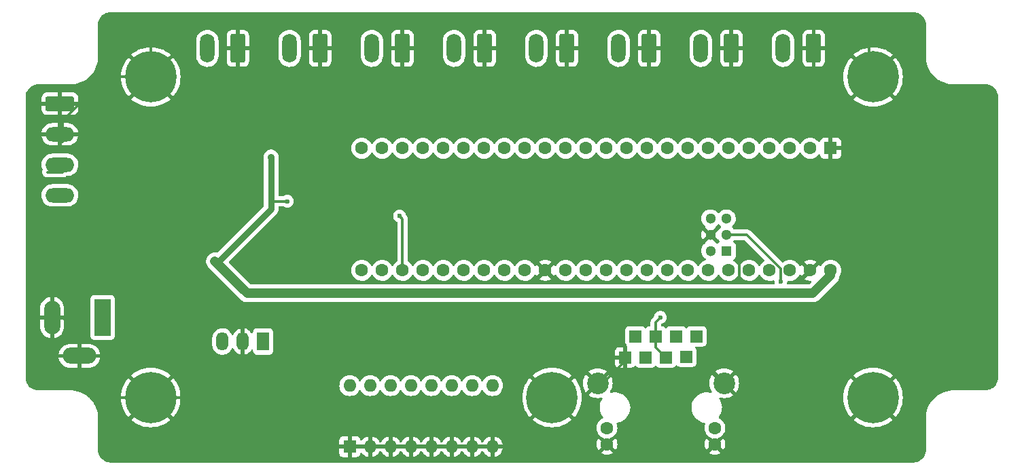
<source format=gbr>
%TF.GenerationSoftware,KiCad,Pcbnew,(7.0.0)*%
%TF.CreationDate,2023-04-13T21:22:03+09:00*%
%TF.ProjectId,Artnet_pixel_controller_Teensy-hardware,4172746e-6574-45f7-9069-78656c5f636f,rev?*%
%TF.SameCoordinates,Original*%
%TF.FileFunction,Copper,L2,Bot*%
%TF.FilePolarity,Positive*%
%FSLAX46Y46*%
G04 Gerber Fmt 4.6, Leading zero omitted, Abs format (unit mm)*
G04 Created by KiCad (PCBNEW (7.0.0)) date 2023-04-13 21:22:03*
%MOMM*%
%LPD*%
G01*
G04 APERTURE LIST*
G04 Aperture macros list*
%AMRoundRect*
0 Rectangle with rounded corners*
0 $1 Rounding radius*
0 $2 $3 $4 $5 $6 $7 $8 $9 X,Y pos of 4 corners*
0 Add a 4 corners polygon primitive as box body*
4,1,4,$2,$3,$4,$5,$6,$7,$8,$9,$2,$3,0*
0 Add four circle primitives for the rounded corners*
1,1,$1+$1,$2,$3*
1,1,$1+$1,$4,$5*
1,1,$1+$1,$6,$7*
1,1,$1+$1,$8,$9*
0 Add four rect primitives between the rounded corners*
20,1,$1+$1,$2,$3,$4,$5,0*
20,1,$1+$1,$4,$5,$6,$7,0*
20,1,$1+$1,$6,$7,$8,$9,0*
20,1,$1+$1,$8,$9,$2,$3,0*%
G04 Aperture macros list end*
%TA.AperFunction,ComponentPad*%
%ADD10C,6.400000*%
%TD*%
%TA.AperFunction,ComponentPad*%
%ADD11RoundRect,0.250000X-1.550000X0.650000X-1.550000X-0.650000X1.550000X-0.650000X1.550000X0.650000X0*%
%TD*%
%TA.AperFunction,ComponentPad*%
%ADD12O,3.600000X1.800000*%
%TD*%
%TA.AperFunction,ComponentPad*%
%ADD13R,2.000000X4.600000*%
%TD*%
%TA.AperFunction,ComponentPad*%
%ADD14O,2.000000X4.200000*%
%TD*%
%TA.AperFunction,ComponentPad*%
%ADD15O,4.200000X2.000000*%
%TD*%
%TA.AperFunction,ComponentPad*%
%ADD16R,1.600000X1.600000*%
%TD*%
%TA.AperFunction,ComponentPad*%
%ADD17C,1.600000*%
%TD*%
%TA.AperFunction,ComponentPad*%
%ADD18R,1.300000X1.300000*%
%TD*%
%TA.AperFunction,ComponentPad*%
%ADD19C,1.300000*%
%TD*%
%TA.AperFunction,ComponentPad*%
%ADD20O,1.600000X1.600000*%
%TD*%
%TA.AperFunction,ComponentPad*%
%ADD21RoundRect,0.250000X0.650000X1.550000X-0.650000X1.550000X-0.650000X-1.550000X0.650000X-1.550000X0*%
%TD*%
%TA.AperFunction,ComponentPad*%
%ADD22O,1.800000X3.600000*%
%TD*%
%TA.AperFunction,ComponentPad*%
%ADD23R,1.524000X1.524000*%
%TD*%
%TA.AperFunction,ComponentPad*%
%ADD24C,2.700000*%
%TD*%
%TA.AperFunction,ComponentPad*%
%ADD25R,1.500000X2.300000*%
%TD*%
%TA.AperFunction,ComponentPad*%
%ADD26O,1.500000X2.300000*%
%TD*%
%TA.AperFunction,ViaPad*%
%ADD27C,0.600000*%
%TD*%
%TA.AperFunction,ViaPad*%
%ADD28C,0.800000*%
%TD*%
%TA.AperFunction,ViaPad*%
%ADD29C,0.900000*%
%TD*%
%TA.AperFunction,Conductor*%
%ADD30C,0.300000*%
%TD*%
%TA.AperFunction,Conductor*%
%ADD31C,0.400000*%
%TD*%
%TA.AperFunction,Conductor*%
%ADD32C,0.800000*%
%TD*%
%TA.AperFunction,Conductor*%
%ADD33C,1.200000*%
%TD*%
G04 APERTURE END LIST*
D10*
%TO.P,H5,1,1*%
%TO.N,GND*%
X196000000Y-91500000D03*
%TD*%
D11*
%TO.P,J11,1,Pin_1*%
%TO.N,GND*%
X94682500Y-94840000D03*
D12*
%TO.P,J11,2,Pin_2*%
X94682499Y-98649999D03*
%TO.P,J11,3,Pin_3*%
%TO.N,Net-(J11-Pin_3)*%
X94682499Y-102459999D03*
%TO.P,J11,4,Pin_4*%
X94682499Y-106269999D03*
%TD*%
D13*
%TO.P,J1,1*%
%TO.N,Net-(J11-Pin_3)*%
X99999999Y-121499999D03*
D14*
%TO.P,J1,2*%
%TO.N,GND*%
X93699999Y-121499999D03*
D15*
%TO.P,J1,3*%
X97099999Y-126299999D03*
%TD*%
D10*
%TO.P,H6,1,1*%
%TO.N,GND*%
X196000000Y-131500000D03*
%TD*%
D16*
%TO.P,U2,1,GND*%
%TO.N,GND*%
X190709999Y-100379999D03*
D17*
%TO.P,U2,2,0*%
%TO.N,unconnected-(U2-0-Pad2)*%
X188170000Y-100380000D03*
%TO.P,U2,3,1*%
%TO.N,/LED_1*%
X185630000Y-100380000D03*
%TO.P,U2,4,2*%
%TO.N,unconnected-(U2-2-Pad4)*%
X183090000Y-100380000D03*
%TO.P,U2,5,3*%
%TO.N,unconnected-(U2-3-Pad5)*%
X180550000Y-100380000D03*
%TO.P,U2,6,4*%
%TO.N,unconnected-(U2-4-Pad6)*%
X178010000Y-100380000D03*
%TO.P,U2,7,5*%
%TO.N,unconnected-(U2-5-Pad7)*%
X175470000Y-100380000D03*
%TO.P,U2,8,6*%
%TO.N,unconnected-(U2-6-Pad8)*%
X172930000Y-100380000D03*
%TO.P,U2,9,7*%
%TO.N,unconnected-(U2-7-Pad9)*%
X170390000Y-100380000D03*
%TO.P,U2,10,8*%
%TO.N,/LED_2*%
X167850000Y-100380000D03*
%TO.P,U2,11,9*%
%TO.N,unconnected-(U2-9-Pad11)*%
X165310000Y-100380000D03*
%TO.P,U2,12,10*%
%TO.N,unconnected-(U2-10-Pad12)*%
X162770000Y-100380000D03*
%TO.P,U2,13,11*%
%TO.N,unconnected-(U2-11-Pad13)*%
X160230000Y-100380000D03*
%TO.P,U2,14,12*%
%TO.N,unconnected-(U2-12-Pad14)*%
X157690000Y-100380000D03*
%TO.P,U2,15,3.3V*%
%TO.N,unconnected-(U2-3.3V-Pad15)*%
X155150000Y-100380000D03*
%TO.P,U2,16,24*%
%TO.N,/LED_6*%
X152610000Y-100380000D03*
%TO.P,U2,17,25*%
%TO.N,unconnected-(U2-25-Pad17)*%
X150070000Y-100380000D03*
%TO.P,U2,18,26*%
%TO.N,unconnected-(U2-26-Pad18)*%
X147530000Y-100380000D03*
%TO.P,U2,19,27*%
%TO.N,unconnected-(U2-27-Pad19)*%
X144990000Y-100380000D03*
%TO.P,U2,20,28*%
%TO.N,unconnected-(U2-28-Pad20)*%
X142450000Y-100380000D03*
%TO.P,U2,21,29*%
%TO.N,/LED_7*%
X139910000Y-100380000D03*
%TO.P,U2,22,30*%
%TO.N,unconnected-(U2-30-Pad22)*%
X137370000Y-100380000D03*
%TO.P,U2,23,31*%
%TO.N,unconnected-(U2-31-Pad23)*%
X134830000Y-100380000D03*
%TO.P,U2,24,32*%
%TO.N,unconnected-(U2-32-Pad24)*%
X132290000Y-100380000D03*
%TO.P,U2,25,33*%
%TO.N,Net-(U2-33)*%
X132290000Y-115620000D03*
%TO.P,U2,26,34*%
%TO.N,Net-(U2-34)*%
X134830000Y-115620000D03*
%TO.P,U2,27,35*%
%TO.N,/LED_8*%
X137370000Y-115620000D03*
%TO.P,U2,28,36*%
%TO.N,Net-(U2-36)*%
X139910000Y-115620000D03*
%TO.P,U2,29,37*%
%TO.N,Net-(U2-37)*%
X142450000Y-115620000D03*
%TO.P,U2,30,38*%
%TO.N,Net-(U2-38)*%
X144990000Y-115620000D03*
%TO.P,U2,31,39*%
%TO.N,Net-(U2-39)*%
X147530000Y-115620000D03*
%TO.P,U2,32,40*%
%TO.N,Net-(U2-40)*%
X150070000Y-115620000D03*
%TO.P,U2,33,41*%
%TO.N,Net-(U2-41)*%
X152610000Y-115620000D03*
%TO.P,U2,34,GND*%
%TO.N,GND*%
X155150000Y-115620000D03*
%TO.P,U2,35,13*%
%TO.N,unconnected-(U2-13-Pad35)*%
X157690000Y-115620000D03*
%TO.P,U2,36,14*%
%TO.N,/LED_3*%
X160230000Y-115620000D03*
%TO.P,U2,37,15*%
%TO.N,unconnected-(U2-15-Pad37)*%
X162770000Y-115620000D03*
%TO.P,U2,38,16*%
%TO.N,unconnected-(U2-16-Pad38)*%
X165310000Y-115620000D03*
%TO.P,U2,39,17*%
%TO.N,/LED_4*%
X167850000Y-115620000D03*
%TO.P,U2,40,18*%
%TO.N,unconnected-(U2-18-Pad40)*%
X170390000Y-115620000D03*
%TO.P,U2,41,19*%
%TO.N,/LINK_LED*%
X172930000Y-115620000D03*
%TO.P,U2,42,20*%
%TO.N,/LED_5*%
X175470000Y-115620000D03*
%TO.P,U2,43,21*%
%TO.N,unconnected-(U2-21-Pad43)*%
X178010000Y-115620000D03*
%TO.P,U2,44,22*%
%TO.N,unconnected-(U2-22-Pad44)*%
X180550000Y-115620000D03*
%TO.P,U2,45,23*%
%TO.N,unconnected-(U2-23-Pad45)*%
X183090000Y-115620000D03*
%TO.P,U2,46,3.3V*%
%TO.N,unconnected-(U2-3.3V-Pad46)*%
X185630000Y-115620000D03*
%TO.P,U2,47,GND*%
%TO.N,GND*%
X188170000Y-115620000D03*
%TO.P,U2,48,VIN*%
%TO.N,+5V*%
X190710000Y-115620000D03*
D18*
%TO.P,U2,60,RX+*%
%TO.N,Net-(J2-RD+)*%
X177739999Y-113181599D03*
D19*
%TO.P,U2,61,LED*%
%TO.N,Net-(U2-LED)*%
X177740000Y-111181600D03*
%TO.P,U2,62,TX-*%
%TO.N,Net-(J2-TD-)*%
X177740000Y-109181600D03*
%TO.P,U2,63,TX+*%
%TO.N,Net-(J2-TD+)*%
X175740000Y-109181600D03*
%TO.P,U2,64,GND*%
%TO.N,GND*%
X175740000Y-111181600D03*
%TO.P,U2,65,RX-*%
%TO.N,Net-(J2-RD-)*%
X175740000Y-113181600D03*
%TD*%
D16*
%TO.P,SW1,1*%
%TO.N,GND*%
X130799999Y-137619999D03*
D20*
%TO.P,SW1,2*%
X133339999Y-137619999D03*
%TO.P,SW1,3*%
X135879999Y-137619999D03*
%TO.P,SW1,4*%
X138419999Y-137619999D03*
%TO.P,SW1,5*%
X140959999Y-137619999D03*
%TO.P,SW1,6*%
X143499999Y-137619999D03*
%TO.P,SW1,7*%
X146039999Y-137619999D03*
%TO.P,SW1,8*%
X148579999Y-137619999D03*
%TO.P,SW1,9*%
%TO.N,Net-(U2-40)*%
X148579999Y-129999999D03*
%TO.P,SW1,10*%
%TO.N,Net-(U2-39)*%
X146039999Y-129999999D03*
%TO.P,SW1,11*%
%TO.N,Net-(U2-38)*%
X143499999Y-129999999D03*
%TO.P,SW1,12*%
%TO.N,Net-(U2-37)*%
X140959999Y-129999999D03*
%TO.P,SW1,13*%
%TO.N,Net-(U2-36)*%
X138419999Y-129999999D03*
%TO.P,SW1,14*%
%TO.N,Net-(U2-41)*%
X135879999Y-129999999D03*
%TO.P,SW1,15*%
%TO.N,Net-(U2-34)*%
X133339999Y-129999999D03*
%TO.P,SW1,16*%
%TO.N,Net-(U2-33)*%
X130799999Y-129999999D03*
%TD*%
D21*
%TO.P,J6,1,Pin_1*%
%TO.N,GND*%
X147600000Y-87932500D03*
D22*
%TO.P,J6,2,Pin_2*%
%TO.N,Net-(J6-Pin_2)*%
X143789999Y-87932499D03*
%TD*%
D21*
%TO.P,J5,1,Pin_1*%
%TO.N,GND*%
X137350000Y-87932500D03*
D22*
%TO.P,J5,2,Pin_2*%
%TO.N,Net-(J5-Pin_2)*%
X133539999Y-87932499D03*
%TD*%
D10*
%TO.P,H1,1,1*%
%TO.N,GND*%
X106000000Y-91500000D03*
%TD*%
D23*
%TO.P,J2,1,TD+*%
%TO.N,Net-(J2-TD+)*%
X173999999Y-123859999D03*
%TO.P,J2,2,TD-*%
%TO.N,Net-(J2-TD-)*%
X172729999Y-126399999D03*
%TO.P,J2,3,RD+*%
%TO.N,Net-(J2-RD+)*%
X171459999Y-123859999D03*
%TO.P,J2,4,TCT*%
%TO.N,Net-(J2-RCT)*%
X170189999Y-126489999D03*
%TO.P,J2,5,RCT*%
X168919999Y-123859999D03*
%TO.P,J2,6,RD-*%
%TO.N,Net-(J2-RD-)*%
X167649999Y-126489999D03*
%TO.P,J2,7*%
%TO.N,N/C*%
X166379999Y-123859999D03*
%TO.P,J2,8*%
%TO.N,GND*%
X165109999Y-126489999D03*
D17*
%TO.P,J2,9*%
%TO.N,Net-(U2-LED)*%
X176285000Y-135290000D03*
%TO.P,J2,10*%
%TO.N,GND*%
X176285000Y-137320000D03*
%TO.P,J2,11*%
%TO.N,Net-(J2-Pad11)*%
X162835000Y-135290000D03*
%TO.P,J2,12*%
%TO.N,GND*%
X162835000Y-137320000D03*
D24*
%TO.P,J2,13*%
X177435000Y-129700000D03*
X161685000Y-129700000D03*
%TD*%
D10*
%TO.P,H4,1,1*%
%TO.N,GND*%
X156000000Y-131500000D03*
%TD*%
D21*
%TO.P,J9,1,Pin_1*%
%TO.N,GND*%
X178350000Y-87932500D03*
D22*
%TO.P,J9,2,Pin_2*%
%TO.N,Net-(J9-Pin_2)*%
X174539999Y-87932499D03*
%TD*%
D21*
%TO.P,J4,1,Pin_1*%
%TO.N,GND*%
X127100000Y-87932500D03*
D22*
%TO.P,J4,2,Pin_2*%
%TO.N,Net-(J4-Pin_2)*%
X123289999Y-87932499D03*
%TD*%
D21*
%TO.P,J8,1,Pin_1*%
%TO.N,GND*%
X168100000Y-87932500D03*
D22*
%TO.P,J8,2,Pin_2*%
%TO.N,Net-(J8-Pin_2)*%
X164289999Y-87932499D03*
%TD*%
D21*
%TO.P,J7,1,Pin_1*%
%TO.N,GND*%
X157850000Y-87932500D03*
D22*
%TO.P,J7,2,Pin_2*%
%TO.N,Net-(J7-Pin_2)*%
X154039999Y-87932499D03*
%TD*%
D25*
%TO.P,U1,1,IN*%
%TO.N,Net-(D1-K)*%
X119999999Y-124499999D03*
D26*
%TO.P,U1,2,GND*%
%TO.N,GND*%
X117459999Y-124499999D03*
%TO.P,U1,3,OUT*%
%TO.N,+5V*%
X114919999Y-124499999D03*
%TD*%
D10*
%TO.P,H2,1,1*%
%TO.N,GND*%
X106000000Y-131500000D03*
%TD*%
D21*
%TO.P,J3,1,Pin_1*%
%TO.N,GND*%
X116850000Y-87932500D03*
D22*
%TO.P,J3,2,Pin_2*%
%TO.N,Net-(J3-Pin_2)*%
X113039999Y-87932499D03*
%TD*%
D21*
%TO.P,J10,1,Pin_1*%
%TO.N,GND*%
X188600000Y-87932500D03*
D22*
%TO.P,J10,2,Pin_2*%
%TO.N,Net-(J10-Pin_2)*%
X184789999Y-87932499D03*
%TD*%
D27*
%TO.N,GND*%
X125000000Y-130000000D03*
X100000000Y-105000000D03*
X190000000Y-110000000D03*
X120000000Y-115000000D03*
X145000000Y-125000000D03*
X110000000Y-95000000D03*
X185000000Y-110000000D03*
X170000000Y-130000000D03*
X105000000Y-120000000D03*
X180000000Y-105000000D03*
X130000000Y-125000000D03*
X135000000Y-125000000D03*
X117500000Y-107500000D03*
X125000000Y-110000000D03*
X122500000Y-112500000D03*
X210000000Y-120000000D03*
X155000000Y-120000000D03*
X140000000Y-125000000D03*
X210000000Y-130000000D03*
X120000000Y-135000000D03*
X195000000Y-115000000D03*
X100000000Y-95000000D03*
X105000000Y-125000000D03*
X145000000Y-112500000D03*
X180000000Y-97500000D03*
X115000000Y-95000000D03*
X160000000Y-90000000D03*
X190000000Y-120000000D03*
X165000000Y-105000000D03*
X130000000Y-115000000D03*
X153000000Y-98000000D03*
X150000000Y-105000000D03*
X165000000Y-125000000D03*
X210000000Y-105000000D03*
X115000000Y-110000000D03*
X115000000Y-100000000D03*
X185000000Y-105000000D03*
X136000000Y-99000000D03*
X160000000Y-105000000D03*
X115000000Y-105000000D03*
X195000000Y-110000000D03*
X150000000Y-90000000D03*
X147500000Y-125000000D03*
X210000000Y-100000000D03*
X210000000Y-110000000D03*
X210000000Y-95000000D03*
X130000000Y-120000000D03*
X100000000Y-100000000D03*
X142500000Y-125000000D03*
X120000000Y-130000000D03*
X195000000Y-120000000D03*
X210000000Y-125000000D03*
X125000000Y-125000000D03*
X170000000Y-90000000D03*
X117500000Y-115000000D03*
X110000000Y-110000000D03*
X110000000Y-100000000D03*
X140000000Y-120000000D03*
X117500000Y-105000000D03*
X110000000Y-115000000D03*
X162500000Y-112500000D03*
X185000000Y-120000000D03*
X150000000Y-125000000D03*
X155000000Y-105000000D03*
X150000000Y-135000000D03*
X170000000Y-105000000D03*
X175000000Y-105000000D03*
X120000000Y-90000000D03*
X110000000Y-120000000D03*
X115000000Y-135000000D03*
X163000000Y-98000000D03*
X105000000Y-115000000D03*
X140000000Y-90000000D03*
X180000000Y-90000000D03*
X180128664Y-113105480D03*
X146000000Y-99000000D03*
X125000000Y-120000000D03*
X172500000Y-120000000D03*
X135000000Y-120000000D03*
X185000000Y-95000000D03*
X155000000Y-125000000D03*
X150000000Y-120000000D03*
X172500000Y-110000000D03*
X110000000Y-125000000D03*
X195000000Y-105000000D03*
X100000000Y-110000000D03*
X135000000Y-105000000D03*
X210000000Y-115000000D03*
X100000000Y-115000000D03*
X122500000Y-110000000D03*
X147500000Y-120000000D03*
X145000000Y-105000000D03*
X140000000Y-105000000D03*
X142500000Y-120000000D03*
X115000000Y-130000000D03*
X170000000Y-112500000D03*
X105000000Y-110000000D03*
X105000000Y-100000000D03*
X145000000Y-120000000D03*
X165000000Y-120000000D03*
X177500000Y-120000000D03*
X125500000Y-102500000D03*
X131500000Y-106000000D03*
X125000000Y-115000000D03*
X170000000Y-135000000D03*
X130000000Y-90000000D03*
X190000000Y-105000000D03*
X132000000Y-123000000D03*
D28*
%TO.N,+5V*%
X153000000Y-118500000D03*
D29*
X121000000Y-101500000D03*
X114000000Y-114500000D03*
D27*
X123000000Y-107000000D03*
%TO.N,Net-(J2-RCT)*%
X169500000Y-121500000D03*
%TO.N,Net-(U2-LED)*%
X184500000Y-117000000D03*
%TO.N,/LED_8*%
X137000000Y-108850500D03*
%TD*%
D30*
%TO.N,GND*%
X165110000Y-126915000D02*
X165110000Y-126490000D01*
X161685000Y-130340000D02*
X165110000Y-126915000D01*
%TO.N,Net-(J2-RCT)*%
X168920000Y-125220000D02*
X170190000Y-126490000D01*
X168920000Y-122080000D02*
X168920000Y-125220000D01*
X169500000Y-121500000D02*
X168920000Y-122080000D01*
%TO.N,GND*%
X92000000Y-121500000D02*
X91500000Y-121000000D01*
X91500000Y-121000000D02*
X91500000Y-99250000D01*
X91500000Y-99250000D02*
X92100000Y-98650000D01*
X92100000Y-98650000D02*
X94682500Y-98650000D01*
X93700000Y-121500000D02*
X92000000Y-121500000D01*
X147600000Y-85100000D02*
X147500000Y-85000000D01*
X108000000Y-85000000D02*
X117000000Y-85000000D01*
X114500000Y-131500000D02*
X106000000Y-131500000D01*
X178500000Y-85000000D02*
X188500000Y-85000000D01*
X155150000Y-115620000D02*
X156675673Y-117145673D01*
X106000000Y-91500000D02*
X106000000Y-87000000D01*
X106000000Y-87000000D02*
X108000000Y-85000000D01*
X127500000Y-85000000D02*
X138000000Y-85000000D01*
X127100000Y-87932500D02*
X127100000Y-85400000D01*
X106000000Y-131500000D02*
X100000000Y-131500000D01*
X179335863Y-116966866D02*
X179335863Y-114310319D01*
X190500000Y-85000000D02*
X191000000Y-85500000D01*
X195500000Y-91000000D02*
X196000000Y-91500000D01*
X179157056Y-117145673D02*
X179335863Y-116966866D01*
X100000000Y-131500000D02*
X97100000Y-128600000D01*
X157850000Y-87932500D02*
X157850000Y-85150000D01*
X191000000Y-85500000D02*
X194500000Y-85500000D01*
X97100000Y-123600000D02*
X95000000Y-121500000D01*
X168000000Y-85000000D02*
X178500000Y-85000000D01*
X138000000Y-85000000D02*
X147500000Y-85000000D01*
X137350000Y-85650000D02*
X138000000Y-85000000D01*
X100500000Y-91500000D02*
X95000000Y-97000000D01*
X168100000Y-85100000D02*
X168000000Y-85000000D01*
X179335863Y-114310319D02*
X180128664Y-113517518D01*
X127100000Y-85400000D02*
X127500000Y-85000000D01*
X156675673Y-117145673D02*
X179157056Y-117145673D01*
X188500000Y-85000000D02*
X190500000Y-85000000D01*
X116850000Y-85150000D02*
X117000000Y-85000000D01*
X157850000Y-85150000D02*
X158000000Y-85000000D01*
X95000000Y-121500000D02*
X93700000Y-121500000D01*
X188600000Y-87932500D02*
X188600000Y-85100000D01*
X147600000Y-87932500D02*
X147600000Y-85100000D01*
X188600000Y-85100000D02*
X188500000Y-85000000D01*
X147500000Y-85000000D02*
X168000000Y-85000000D01*
D31*
X131500000Y-106000000D02*
X129000000Y-106000000D01*
D30*
X97100000Y-128600000D02*
X97100000Y-126300000D01*
X178350000Y-85150000D02*
X178500000Y-85000000D01*
X194500000Y-85500000D02*
X195500000Y-86500000D01*
X168100000Y-87932500D02*
X168100000Y-85100000D01*
%TO.N,Net-(J11-Pin_3)*%
X93120000Y-103380000D02*
X95000000Y-103380000D01*
%TO.N,GND*%
X95000000Y-97000000D02*
X95000000Y-99570000D01*
D31*
X129000000Y-106000000D02*
X125500000Y-102500000D01*
D30*
X97100000Y-126300000D02*
X97100000Y-123600000D01*
X178350000Y-87932500D02*
X178350000Y-85150000D01*
X180128664Y-113517518D02*
X180128664Y-113105480D01*
X137350000Y-87932500D02*
X137350000Y-85650000D01*
X117460000Y-124500000D02*
X117460000Y-128540000D01*
X117000000Y-85000000D02*
X127500000Y-85000000D01*
X195500000Y-86500000D02*
X195500000Y-91000000D01*
X106000000Y-91500000D02*
X100500000Y-91500000D01*
X117460000Y-128540000D02*
X114500000Y-131500000D01*
X116850000Y-87932500D02*
X116850000Y-85150000D01*
D32*
%TO.N,+5V*%
X121000000Y-101500000D02*
X121000000Y-107000000D01*
X121000000Y-108000000D02*
X114500000Y-114500000D01*
X114500000Y-114500000D02*
X114000000Y-114500000D01*
D33*
X190710000Y-116290000D02*
X188500000Y-118500000D01*
X188500000Y-118500000D02*
X153000000Y-118500000D01*
X190710000Y-115620000D02*
X190710000Y-116290000D01*
D32*
X121000000Y-107000000D02*
X121000000Y-108000000D01*
D30*
X123000000Y-107000000D02*
X121000000Y-107000000D01*
D33*
X118000000Y-118500000D02*
X114000000Y-114500000D01*
X153000000Y-118500000D02*
X118000000Y-118500000D01*
D30*
%TO.N,Net-(U2-LED)*%
X180277946Y-111181600D02*
X184480000Y-115383654D01*
X184480000Y-116980000D02*
X184500000Y-117000000D01*
X184480000Y-115383654D02*
X184480000Y-116980000D01*
X177740000Y-111181600D02*
X180277946Y-111181600D01*
%TO.N,/LED_8*%
X137370000Y-109220500D02*
X137370000Y-115620000D01*
X137000000Y-108850500D02*
X137370000Y-109220500D01*
%TD*%
%TA.AperFunction,Conductor*%
%TO.N,GND*%
G36*
X180004591Y-111841539D02*
G01*
X180044819Y-111868419D01*
X182468248Y-114291848D01*
X182497986Y-114339670D01*
X182503506Y-114395713D01*
X182483670Y-114448419D01*
X182442569Y-114486915D01*
X182442171Y-114487144D01*
X182437266Y-114489432D01*
X182432838Y-114492531D01*
X182432830Y-114492537D01*
X182255296Y-114616847D01*
X182255294Y-114616849D01*
X182250861Y-114619953D01*
X182247037Y-114623776D01*
X182247031Y-114623782D01*
X182093782Y-114777031D01*
X182093776Y-114777037D01*
X182089953Y-114780861D01*
X182086850Y-114785291D01*
X182086847Y-114785296D01*
X181962540Y-114962826D01*
X181962535Y-114962833D01*
X181959432Y-114967266D01*
X181957148Y-114972163D01*
X181957141Y-114972176D01*
X181932382Y-115025274D01*
X181886625Y-115077450D01*
X181820000Y-115096869D01*
X181753375Y-115077450D01*
X181707618Y-115025274D01*
X181682858Y-114972176D01*
X181682855Y-114972172D01*
X181680568Y-114967266D01*
X181550047Y-114780861D01*
X181389139Y-114619953D01*
X181265219Y-114533184D01*
X181207173Y-114492540D01*
X181207168Y-114492537D01*
X181202734Y-114489432D01*
X181060951Y-114423317D01*
X181001405Y-114395550D01*
X181001403Y-114395549D01*
X180996496Y-114393261D01*
X180991271Y-114391861D01*
X180991263Y-114391858D01*
X180781916Y-114335764D01*
X180781907Y-114335762D01*
X180776692Y-114334365D01*
X180771304Y-114333893D01*
X180771301Y-114333893D01*
X180555395Y-114315004D01*
X180550000Y-114314532D01*
X180544605Y-114315004D01*
X180328698Y-114333893D01*
X180328693Y-114333893D01*
X180323308Y-114334365D01*
X180318094Y-114335762D01*
X180318083Y-114335764D01*
X180108736Y-114391858D01*
X180108724Y-114391862D01*
X180103504Y-114393261D01*
X180098599Y-114395547D01*
X180098594Y-114395550D01*
X179902176Y-114487142D01*
X179902172Y-114487144D01*
X179897266Y-114489432D01*
X179892833Y-114492535D01*
X179892826Y-114492540D01*
X179715296Y-114616847D01*
X179715294Y-114616849D01*
X179710861Y-114619953D01*
X179707037Y-114623776D01*
X179707031Y-114623782D01*
X179553782Y-114777031D01*
X179553776Y-114777037D01*
X179549953Y-114780861D01*
X179546850Y-114785291D01*
X179546847Y-114785296D01*
X179422540Y-114962826D01*
X179422535Y-114962833D01*
X179419432Y-114967266D01*
X179417148Y-114972163D01*
X179417141Y-114972176D01*
X179392382Y-115025274D01*
X179346625Y-115077450D01*
X179280000Y-115096869D01*
X179213375Y-115077450D01*
X179167618Y-115025274D01*
X179142858Y-114972176D01*
X179142855Y-114972172D01*
X179140568Y-114967266D01*
X179010047Y-114780861D01*
X178849139Y-114619953D01*
X178725219Y-114533184D01*
X178667173Y-114492540D01*
X178667168Y-114492537D01*
X178662734Y-114489432D01*
X178657827Y-114487143D01*
X178657817Y-114487138D01*
X178655532Y-114486073D01*
X178654536Y-114485244D01*
X178653138Y-114484437D01*
X178653277Y-114484196D01*
X178606930Y-114445618D01*
X178584597Y-114386457D01*
X178594341Y-114323976D01*
X178633625Y-114274427D01*
X178747546Y-114189146D01*
X178833796Y-114073931D01*
X178884091Y-113939083D01*
X178890500Y-113879473D01*
X178890499Y-112483728D01*
X178884091Y-112424117D01*
X178833796Y-112289269D01*
X178747546Y-112174054D01*
X178740447Y-112168740D01*
X178645791Y-112097880D01*
X178606045Y-112047264D01*
X178597021Y-111983545D01*
X178621150Y-111923885D01*
X178653255Y-111881371D01*
X178696938Y-111845099D01*
X178752208Y-111832100D01*
X179957138Y-111832100D01*
X180004591Y-111841539D01*
G37*
%TD.AperFunction*%
%TA.AperFunction,Conductor*%
G36*
X201004418Y-83400816D02*
G01*
X201218791Y-83416148D01*
X201236296Y-83418665D01*
X201441969Y-83463406D01*
X201458928Y-83468385D01*
X201656150Y-83541946D01*
X201672242Y-83549296D01*
X201856968Y-83650163D01*
X201871848Y-83659724D01*
X202040353Y-83785866D01*
X202053723Y-83797452D01*
X202202547Y-83946276D01*
X202214133Y-83959646D01*
X202340271Y-84128146D01*
X202349836Y-84143031D01*
X202450703Y-84327757D01*
X202458053Y-84343849D01*
X202531611Y-84541063D01*
X202536595Y-84558039D01*
X202581333Y-84763700D01*
X202583851Y-84781211D01*
X202599184Y-84995581D01*
X202599500Y-85004428D01*
X202599500Y-88942417D01*
X202599500Y-89000000D01*
X202599500Y-89178213D01*
X202599837Y-89181423D01*
X202599838Y-89181434D01*
X202636415Y-89529448D01*
X202636417Y-89529462D01*
X202636756Y-89532685D01*
X202637431Y-89535864D01*
X202637433Y-89535872D01*
X202710186Y-89878150D01*
X202710189Y-89878163D01*
X202710861Y-89881322D01*
X202711861Y-89884401D01*
X202711862Y-89884403D01*
X202806755Y-90176454D01*
X202821003Y-90220303D01*
X202822317Y-90223256D01*
X202822322Y-90223267D01*
X202964651Y-90542943D01*
X202964656Y-90542953D01*
X202965974Y-90545913D01*
X202967597Y-90548724D01*
X202967600Y-90548730D01*
X203142561Y-90851772D01*
X203142567Y-90851782D01*
X203144187Y-90854587D01*
X203146098Y-90857217D01*
X203351780Y-91140316D01*
X203351788Y-91140325D01*
X203353688Y-91142941D01*
X203592183Y-91407817D01*
X203857059Y-91646312D01*
X203859676Y-91648213D01*
X203859683Y-91648219D01*
X203936464Y-91704003D01*
X204145413Y-91855813D01*
X204148222Y-91857434D01*
X204148227Y-91857438D01*
X204194317Y-91884048D01*
X204454087Y-92034026D01*
X204457054Y-92035347D01*
X204457056Y-92035348D01*
X204776732Y-92177677D01*
X204779697Y-92178997D01*
X205118678Y-92289139D01*
X205467315Y-92363244D01*
X205821787Y-92400500D01*
X205968481Y-92400500D01*
X206000000Y-92400500D01*
X206057583Y-92400500D01*
X209942417Y-92400500D01*
X209995572Y-92400500D01*
X210004418Y-92400816D01*
X210218791Y-92416148D01*
X210236296Y-92418665D01*
X210441969Y-92463406D01*
X210458928Y-92468385D01*
X210656150Y-92541946D01*
X210672242Y-92549296D01*
X210856968Y-92650163D01*
X210871848Y-92659724D01*
X211040353Y-92785866D01*
X211053723Y-92797452D01*
X211202547Y-92946276D01*
X211214133Y-92959646D01*
X211340271Y-93128146D01*
X211349836Y-93143031D01*
X211450703Y-93327757D01*
X211458053Y-93343849D01*
X211531611Y-93541063D01*
X211536595Y-93558039D01*
X211581333Y-93763700D01*
X211583851Y-93781211D01*
X211599184Y-93995581D01*
X211599500Y-94004428D01*
X211599500Y-128995572D01*
X211599184Y-129004419D01*
X211583851Y-129218788D01*
X211581333Y-129236299D01*
X211536595Y-129441960D01*
X211531611Y-129458936D01*
X211458053Y-129656150D01*
X211450703Y-129672242D01*
X211349836Y-129856968D01*
X211340271Y-129871853D01*
X211214133Y-130040353D01*
X211202547Y-130053723D01*
X211053723Y-130202547D01*
X211040353Y-130214133D01*
X210871853Y-130340271D01*
X210856968Y-130349836D01*
X210672242Y-130450703D01*
X210656150Y-130458053D01*
X210458936Y-130531611D01*
X210441960Y-130536595D01*
X210236299Y-130581333D01*
X210218788Y-130583851D01*
X210023369Y-130597828D01*
X210004417Y-130599184D01*
X209995572Y-130599500D01*
X206057583Y-130599500D01*
X206000000Y-130599500D01*
X205821787Y-130599500D01*
X205818577Y-130599837D01*
X205818565Y-130599838D01*
X205470551Y-130636415D01*
X205470534Y-130636417D01*
X205467315Y-130636756D01*
X205464138Y-130637431D01*
X205464127Y-130637433D01*
X205121849Y-130710186D01*
X205121831Y-130710190D01*
X205118678Y-130710861D01*
X205115603Y-130711860D01*
X205115596Y-130711862D01*
X204782785Y-130819999D01*
X204782774Y-130820003D01*
X204779697Y-130821003D01*
X204776749Y-130822315D01*
X204776732Y-130822322D01*
X204457056Y-130964651D01*
X204457038Y-130964659D01*
X204454087Y-130965974D01*
X204451283Y-130967592D01*
X204451269Y-130967600D01*
X204148227Y-131142561D01*
X204148208Y-131142573D01*
X204145413Y-131144187D01*
X204142788Y-131146093D01*
X204142782Y-131146098D01*
X203859683Y-131351780D01*
X203859664Y-131351795D01*
X203857059Y-131353688D01*
X203854659Y-131355848D01*
X203854649Y-131355857D01*
X203594592Y-131590013D01*
X203594582Y-131590022D01*
X203592183Y-131592183D01*
X203590022Y-131594582D01*
X203590013Y-131594592D01*
X203355857Y-131854649D01*
X203355848Y-131854659D01*
X203353688Y-131857059D01*
X203351795Y-131859664D01*
X203351780Y-131859683D01*
X203146098Y-132142782D01*
X203146093Y-132142788D01*
X203144187Y-132145413D01*
X203142573Y-132148208D01*
X203142561Y-132148227D01*
X202967600Y-132451269D01*
X202967592Y-132451283D01*
X202965974Y-132454087D01*
X202964659Y-132457038D01*
X202964651Y-132457056D01*
X202822322Y-132776732D01*
X202822315Y-132776749D01*
X202821003Y-132779697D01*
X202820003Y-132782774D01*
X202819999Y-132782785D01*
X202711862Y-133115596D01*
X202710861Y-133118678D01*
X202710190Y-133121831D01*
X202710186Y-133121849D01*
X202637433Y-133464127D01*
X202637431Y-133464138D01*
X202636756Y-133467315D01*
X202636417Y-133470534D01*
X202636415Y-133470551D01*
X202599838Y-133818565D01*
X202599837Y-133818577D01*
X202599500Y-133821787D01*
X202599500Y-133825029D01*
X202599500Y-137995572D01*
X202599184Y-138004419D01*
X202583851Y-138218788D01*
X202581333Y-138236299D01*
X202536595Y-138441960D01*
X202531611Y-138458936D01*
X202458053Y-138656150D01*
X202450703Y-138672242D01*
X202349836Y-138856968D01*
X202340271Y-138871853D01*
X202214133Y-139040353D01*
X202202547Y-139053723D01*
X202053723Y-139202547D01*
X202040353Y-139214133D01*
X201871853Y-139340271D01*
X201856968Y-139349836D01*
X201672242Y-139450703D01*
X201656150Y-139458053D01*
X201458936Y-139531611D01*
X201441960Y-139536595D01*
X201236299Y-139581333D01*
X201218788Y-139583851D01*
X201023369Y-139597828D01*
X201004417Y-139599184D01*
X200995572Y-139599500D01*
X101004428Y-139599500D01*
X100995582Y-139599184D01*
X100974407Y-139597669D01*
X100781211Y-139583851D01*
X100763700Y-139581333D01*
X100558039Y-139536595D01*
X100541063Y-139531611D01*
X100343849Y-139458053D01*
X100327757Y-139450703D01*
X100143031Y-139349836D01*
X100128146Y-139340271D01*
X99959646Y-139214133D01*
X99946276Y-139202547D01*
X99797452Y-139053723D01*
X99785866Y-139040353D01*
X99695506Y-138919646D01*
X99659724Y-138871848D01*
X99650163Y-138856968D01*
X99549296Y-138672242D01*
X99541946Y-138656150D01*
X99526907Y-138615830D01*
X99470470Y-138464518D01*
X129500000Y-138464518D01*
X129500353Y-138471114D01*
X129505573Y-138519667D01*
X129509111Y-138534641D01*
X129553547Y-138653777D01*
X129561962Y-138669189D01*
X129637498Y-138770092D01*
X129649907Y-138782501D01*
X129750810Y-138858037D01*
X129766222Y-138866452D01*
X129885358Y-138910888D01*
X129900332Y-138914426D01*
X129948885Y-138919646D01*
X129955482Y-138920000D01*
X130533674Y-138920000D01*
X130546549Y-138916549D01*
X130550000Y-138903674D01*
X131050000Y-138903674D01*
X131053450Y-138916549D01*
X131066326Y-138920000D01*
X131644518Y-138920000D01*
X131651114Y-138919646D01*
X131699667Y-138914426D01*
X131714641Y-138910888D01*
X131833777Y-138866452D01*
X131849189Y-138858037D01*
X131950092Y-138782501D01*
X131962501Y-138770092D01*
X132038037Y-138669189D01*
X132046452Y-138653777D01*
X132090888Y-138534641D01*
X132094426Y-138519667D01*
X132097506Y-138491025D01*
X132117885Y-138435103D01*
X132161975Y-138395119D01*
X132219616Y-138380286D01*
X132277529Y-138394020D01*
X132322371Y-138433157D01*
X132337228Y-138454376D01*
X132344169Y-138462647D01*
X132497352Y-138615830D01*
X132505618Y-138622767D01*
X132683087Y-138747032D01*
X132692419Y-138752420D01*
X132888765Y-138843977D01*
X132898907Y-138847669D01*
X133076219Y-138895179D01*
X133087448Y-138895547D01*
X133090000Y-138884605D01*
X133590000Y-138884605D01*
X133592551Y-138895547D01*
X133603780Y-138895179D01*
X133781092Y-138847669D01*
X133791234Y-138843977D01*
X133987580Y-138752420D01*
X133996912Y-138747032D01*
X134174381Y-138622767D01*
X134182647Y-138615830D01*
X134335830Y-138462647D01*
X134342767Y-138454381D01*
X134467032Y-138276912D01*
X134472422Y-138267576D01*
X134497618Y-138213544D01*
X134543375Y-138161368D01*
X134610000Y-138141948D01*
X134676625Y-138161368D01*
X134722382Y-138213544D01*
X134747577Y-138267576D01*
X134752967Y-138276912D01*
X134877232Y-138454381D01*
X134884169Y-138462647D01*
X135037352Y-138615830D01*
X135045618Y-138622767D01*
X135223087Y-138747032D01*
X135232419Y-138752420D01*
X135428765Y-138843977D01*
X135438907Y-138847669D01*
X135616219Y-138895179D01*
X135627448Y-138895547D01*
X135630000Y-138884605D01*
X136130000Y-138884605D01*
X136132551Y-138895547D01*
X136143780Y-138895179D01*
X136321092Y-138847669D01*
X136331234Y-138843977D01*
X136527580Y-138752420D01*
X136536912Y-138747032D01*
X136714381Y-138622767D01*
X136722647Y-138615830D01*
X136875830Y-138462647D01*
X136882767Y-138454381D01*
X137007032Y-138276912D01*
X137012422Y-138267576D01*
X137037618Y-138213544D01*
X137083375Y-138161368D01*
X137150000Y-138141948D01*
X137216625Y-138161368D01*
X137262382Y-138213544D01*
X137287577Y-138267576D01*
X137292967Y-138276912D01*
X137417232Y-138454381D01*
X137424169Y-138462647D01*
X137577352Y-138615830D01*
X137585618Y-138622767D01*
X137763087Y-138747032D01*
X137772419Y-138752420D01*
X137968765Y-138843977D01*
X137978907Y-138847669D01*
X138156219Y-138895179D01*
X138167448Y-138895547D01*
X138170000Y-138884605D01*
X138670000Y-138884605D01*
X138672551Y-138895547D01*
X138683780Y-138895179D01*
X138861092Y-138847669D01*
X138871234Y-138843977D01*
X139067580Y-138752420D01*
X139076912Y-138747032D01*
X139254381Y-138622767D01*
X139262647Y-138615830D01*
X139415830Y-138462647D01*
X139422767Y-138454381D01*
X139547032Y-138276912D01*
X139552422Y-138267576D01*
X139577618Y-138213544D01*
X139623375Y-138161368D01*
X139690000Y-138141948D01*
X139756625Y-138161368D01*
X139802382Y-138213544D01*
X139827577Y-138267576D01*
X139832967Y-138276912D01*
X139957232Y-138454381D01*
X139964169Y-138462647D01*
X140117352Y-138615830D01*
X140125618Y-138622767D01*
X140303087Y-138747032D01*
X140312419Y-138752420D01*
X140508765Y-138843977D01*
X140518907Y-138847669D01*
X140696219Y-138895179D01*
X140707448Y-138895547D01*
X140710000Y-138884605D01*
X141210000Y-138884605D01*
X141212551Y-138895547D01*
X141223780Y-138895179D01*
X141401092Y-138847669D01*
X141411234Y-138843977D01*
X141607580Y-138752420D01*
X141616912Y-138747032D01*
X141794381Y-138622767D01*
X141802647Y-138615830D01*
X141955830Y-138462647D01*
X141962767Y-138454381D01*
X142087032Y-138276912D01*
X142092422Y-138267576D01*
X142117618Y-138213544D01*
X142163375Y-138161368D01*
X142230000Y-138141948D01*
X142296625Y-138161368D01*
X142342382Y-138213544D01*
X142367577Y-138267576D01*
X142372967Y-138276912D01*
X142497232Y-138454381D01*
X142504169Y-138462647D01*
X142657352Y-138615830D01*
X142665618Y-138622767D01*
X142843087Y-138747032D01*
X142852419Y-138752420D01*
X143048765Y-138843977D01*
X143058907Y-138847669D01*
X143236219Y-138895179D01*
X143247448Y-138895547D01*
X143250000Y-138884605D01*
X143750000Y-138884605D01*
X143752551Y-138895547D01*
X143763780Y-138895179D01*
X143941092Y-138847669D01*
X143951234Y-138843977D01*
X144147580Y-138752420D01*
X144156912Y-138747032D01*
X144334381Y-138622767D01*
X144342647Y-138615830D01*
X144495830Y-138462647D01*
X144502767Y-138454381D01*
X144627032Y-138276912D01*
X144632422Y-138267576D01*
X144657618Y-138213544D01*
X144703375Y-138161368D01*
X144770000Y-138141948D01*
X144836625Y-138161368D01*
X144882382Y-138213544D01*
X144907577Y-138267576D01*
X144912967Y-138276912D01*
X145037232Y-138454381D01*
X145044169Y-138462647D01*
X145197352Y-138615830D01*
X145205618Y-138622767D01*
X145383087Y-138747032D01*
X145392419Y-138752420D01*
X145588765Y-138843977D01*
X145598907Y-138847669D01*
X145776219Y-138895179D01*
X145787448Y-138895547D01*
X145790000Y-138884605D01*
X146290000Y-138884605D01*
X146292551Y-138895547D01*
X146303780Y-138895179D01*
X146481092Y-138847669D01*
X146491234Y-138843977D01*
X146687580Y-138752420D01*
X146696912Y-138747032D01*
X146874381Y-138622767D01*
X146882647Y-138615830D01*
X147035830Y-138462647D01*
X147042767Y-138454381D01*
X147167032Y-138276912D01*
X147172422Y-138267576D01*
X147197618Y-138213544D01*
X147243375Y-138161368D01*
X147310000Y-138141948D01*
X147376625Y-138161368D01*
X147422382Y-138213544D01*
X147447577Y-138267576D01*
X147452967Y-138276912D01*
X147577232Y-138454381D01*
X147584169Y-138462647D01*
X147737352Y-138615830D01*
X147745618Y-138622767D01*
X147923087Y-138747032D01*
X147932419Y-138752420D01*
X148128765Y-138843977D01*
X148138907Y-138847669D01*
X148316219Y-138895179D01*
X148327448Y-138895547D01*
X148330000Y-138884605D01*
X148830000Y-138884605D01*
X148832551Y-138895547D01*
X148843780Y-138895179D01*
X149021092Y-138847669D01*
X149031234Y-138843977D01*
X149227580Y-138752420D01*
X149236912Y-138747032D01*
X149414381Y-138622767D01*
X149422647Y-138615830D01*
X149575830Y-138462647D01*
X149582767Y-138454381D01*
X149621753Y-138398703D01*
X162113217Y-138398703D01*
X162120650Y-138406814D01*
X162178077Y-138447025D01*
X162187427Y-138452423D01*
X162383768Y-138543979D01*
X162393902Y-138547667D01*
X162603162Y-138603739D01*
X162613793Y-138605613D01*
X162829605Y-138624494D01*
X162840395Y-138624494D01*
X163056206Y-138605613D01*
X163066837Y-138603739D01*
X163276097Y-138547667D01*
X163286231Y-138543979D01*
X163482575Y-138452422D01*
X163491920Y-138447026D01*
X163549348Y-138406814D01*
X163556780Y-138398703D01*
X175563217Y-138398703D01*
X175570650Y-138406814D01*
X175628077Y-138447025D01*
X175637427Y-138452423D01*
X175833768Y-138543979D01*
X175843902Y-138547667D01*
X176053162Y-138603739D01*
X176063793Y-138605613D01*
X176279605Y-138624494D01*
X176290395Y-138624494D01*
X176506206Y-138605613D01*
X176516837Y-138603739D01*
X176726097Y-138547667D01*
X176736231Y-138543979D01*
X176932575Y-138452422D01*
X176941920Y-138447026D01*
X176999348Y-138406814D01*
X177006780Y-138398703D01*
X177000867Y-138389421D01*
X176296542Y-137685095D01*
X176284999Y-137678431D01*
X176273457Y-137685095D01*
X175569128Y-138389424D01*
X175563217Y-138398703D01*
X163556780Y-138398703D01*
X163550867Y-138389421D01*
X162846542Y-137685095D01*
X162834999Y-137678431D01*
X162823457Y-137685095D01*
X162119128Y-138389424D01*
X162113217Y-138398703D01*
X149621753Y-138398703D01*
X149707032Y-138276912D01*
X149712420Y-138267580D01*
X149803977Y-138071234D01*
X149807669Y-138061092D01*
X149855179Y-137883780D01*
X149855547Y-137872551D01*
X149844605Y-137870000D01*
X148846326Y-137870000D01*
X148833450Y-137873450D01*
X148830000Y-137886326D01*
X148830000Y-138884605D01*
X148330000Y-138884605D01*
X148330000Y-137886326D01*
X148326549Y-137873450D01*
X148313674Y-137870000D01*
X146306326Y-137870000D01*
X146293450Y-137873450D01*
X146290000Y-137886326D01*
X146290000Y-138884605D01*
X145790000Y-138884605D01*
X145790000Y-137886326D01*
X145786549Y-137873450D01*
X145773674Y-137870000D01*
X143766326Y-137870000D01*
X143753450Y-137873450D01*
X143750000Y-137886326D01*
X143750000Y-138884605D01*
X143250000Y-138884605D01*
X143250000Y-137886326D01*
X143246549Y-137873450D01*
X143233674Y-137870000D01*
X141226326Y-137870000D01*
X141213450Y-137873450D01*
X141210000Y-137886326D01*
X141210000Y-138884605D01*
X140710000Y-138884605D01*
X140710000Y-137886326D01*
X140706549Y-137873450D01*
X140693674Y-137870000D01*
X138686326Y-137870000D01*
X138673450Y-137873450D01*
X138670000Y-137886326D01*
X138670000Y-138884605D01*
X138170000Y-138884605D01*
X138170000Y-137886326D01*
X138166549Y-137873450D01*
X138153674Y-137870000D01*
X136146326Y-137870000D01*
X136133450Y-137873450D01*
X136130000Y-137886326D01*
X136130000Y-138884605D01*
X135630000Y-138884605D01*
X135630000Y-137886326D01*
X135626549Y-137873450D01*
X135613674Y-137870000D01*
X133606326Y-137870000D01*
X133593450Y-137873450D01*
X133590000Y-137886326D01*
X133590000Y-138884605D01*
X133090000Y-138884605D01*
X133090000Y-137886326D01*
X133086549Y-137873450D01*
X133073674Y-137870000D01*
X131066326Y-137870000D01*
X131053450Y-137873450D01*
X131050000Y-137886326D01*
X131050000Y-138903674D01*
X130550000Y-138903674D01*
X130550000Y-137886326D01*
X130546549Y-137873450D01*
X130533674Y-137870000D01*
X129516326Y-137870000D01*
X129503450Y-137873450D01*
X129500000Y-137886326D01*
X129500000Y-138464518D01*
X99470470Y-138464518D01*
X99468385Y-138458928D01*
X99463406Y-138441969D01*
X99418665Y-138236296D01*
X99416148Y-138218787D01*
X99412041Y-138161368D01*
X99400816Y-138004418D01*
X99400500Y-137995572D01*
X99400500Y-137353674D01*
X129500000Y-137353674D01*
X129503450Y-137366549D01*
X129516326Y-137370000D01*
X130533674Y-137370000D01*
X130546549Y-137366549D01*
X130550000Y-137353674D01*
X131050000Y-137353674D01*
X131053450Y-137366549D01*
X131066326Y-137370000D01*
X133073674Y-137370000D01*
X133086549Y-137366549D01*
X133090000Y-137353674D01*
X133590000Y-137353674D01*
X133593450Y-137366549D01*
X133606326Y-137370000D01*
X135613674Y-137370000D01*
X135626549Y-137366549D01*
X135630000Y-137353674D01*
X136130000Y-137353674D01*
X136133450Y-137366549D01*
X136146326Y-137370000D01*
X138153674Y-137370000D01*
X138166549Y-137366549D01*
X138170000Y-137353674D01*
X138670000Y-137353674D01*
X138673450Y-137366549D01*
X138686326Y-137370000D01*
X140693674Y-137370000D01*
X140706549Y-137366549D01*
X140710000Y-137353674D01*
X141210000Y-137353674D01*
X141213450Y-137366549D01*
X141226326Y-137370000D01*
X143233674Y-137370000D01*
X143246549Y-137366549D01*
X143250000Y-137353674D01*
X143750000Y-137353674D01*
X143753450Y-137366549D01*
X143766326Y-137370000D01*
X145773674Y-137370000D01*
X145786549Y-137366549D01*
X145790000Y-137353674D01*
X146290000Y-137353674D01*
X146293450Y-137366549D01*
X146306326Y-137370000D01*
X148313674Y-137370000D01*
X148326549Y-137366549D01*
X148330000Y-137353674D01*
X148830000Y-137353674D01*
X148833450Y-137366549D01*
X148846326Y-137370000D01*
X149844605Y-137370000D01*
X149855547Y-137367448D01*
X149855179Y-137356219D01*
X149846920Y-137325395D01*
X161530506Y-137325395D01*
X161549386Y-137541206D01*
X161551260Y-137551837D01*
X161607332Y-137761097D01*
X161611020Y-137771231D01*
X161702576Y-137967572D01*
X161707974Y-137976922D01*
X161748184Y-138034348D01*
X161756295Y-138041781D01*
X161765574Y-138035870D01*
X162469903Y-137331542D01*
X162476567Y-137320000D01*
X163193431Y-137320000D01*
X163200095Y-137331542D01*
X163904421Y-138035867D01*
X163913703Y-138041780D01*
X163921814Y-138034348D01*
X163962026Y-137976920D01*
X163967422Y-137967575D01*
X164058979Y-137771231D01*
X164062667Y-137761097D01*
X164118739Y-137551837D01*
X164120613Y-137541206D01*
X164139494Y-137325395D01*
X174980506Y-137325395D01*
X174999386Y-137541206D01*
X175001260Y-137551837D01*
X175057332Y-137761097D01*
X175061020Y-137771231D01*
X175152576Y-137967572D01*
X175157974Y-137976922D01*
X175198184Y-138034348D01*
X175206295Y-138041781D01*
X175215574Y-138035870D01*
X175919903Y-137331542D01*
X175926567Y-137320000D01*
X176643431Y-137320000D01*
X176650095Y-137331542D01*
X177354421Y-138035867D01*
X177363703Y-138041780D01*
X177371814Y-138034348D01*
X177412026Y-137976920D01*
X177417422Y-137967575D01*
X177508979Y-137771231D01*
X177512667Y-137761097D01*
X177568739Y-137551837D01*
X177570613Y-137541206D01*
X177589494Y-137325395D01*
X177589494Y-137314605D01*
X177570613Y-137098793D01*
X177568739Y-137088162D01*
X177512667Y-136878902D01*
X177508979Y-136868768D01*
X177417423Y-136672427D01*
X177412025Y-136663077D01*
X177371814Y-136605650D01*
X177363703Y-136598217D01*
X177354424Y-136604128D01*
X176650095Y-137308457D01*
X176643431Y-137320000D01*
X175926567Y-137320000D01*
X175919903Y-137308457D01*
X175215574Y-136604128D01*
X175206296Y-136598217D01*
X175198183Y-136605651D01*
X175157971Y-136663081D01*
X175152577Y-136672425D01*
X175061020Y-136868768D01*
X175057332Y-136878902D01*
X175001260Y-137088162D01*
X174999386Y-137098793D01*
X174980506Y-137314605D01*
X174980506Y-137325395D01*
X164139494Y-137325395D01*
X164139494Y-137314605D01*
X164120613Y-137098793D01*
X164118739Y-137088162D01*
X164062667Y-136878902D01*
X164058979Y-136868768D01*
X163967423Y-136672427D01*
X163962025Y-136663077D01*
X163921814Y-136605650D01*
X163913703Y-136598217D01*
X163904424Y-136604128D01*
X163200095Y-137308457D01*
X163193431Y-137320000D01*
X162476567Y-137320000D01*
X162469903Y-137308457D01*
X161765574Y-136604128D01*
X161756296Y-136598217D01*
X161748183Y-136605651D01*
X161707971Y-136663081D01*
X161702577Y-136672425D01*
X161611020Y-136868768D01*
X161607332Y-136878902D01*
X161551260Y-137088162D01*
X161549386Y-137098793D01*
X161530506Y-137314605D01*
X161530506Y-137325395D01*
X149846920Y-137325395D01*
X149807669Y-137178907D01*
X149803977Y-137168765D01*
X149712420Y-136972419D01*
X149707032Y-136963087D01*
X149582767Y-136785618D01*
X149575830Y-136777352D01*
X149422647Y-136624169D01*
X149414381Y-136617232D01*
X149236912Y-136492967D01*
X149227580Y-136487579D01*
X149031234Y-136396022D01*
X149021092Y-136392330D01*
X148843780Y-136344820D01*
X148832551Y-136344452D01*
X148830000Y-136355395D01*
X148830000Y-137353674D01*
X148330000Y-137353674D01*
X148330000Y-136355395D01*
X148327448Y-136344452D01*
X148316219Y-136344820D01*
X148138907Y-136392330D01*
X148128765Y-136396022D01*
X147932419Y-136487579D01*
X147923087Y-136492967D01*
X147745618Y-136617232D01*
X147737352Y-136624169D01*
X147584169Y-136777352D01*
X147577232Y-136785618D01*
X147452967Y-136963087D01*
X147447579Y-136972419D01*
X147422382Y-137026456D01*
X147376625Y-137078632D01*
X147310000Y-137098051D01*
X147243375Y-137078632D01*
X147197618Y-137026456D01*
X147172420Y-136972419D01*
X147167032Y-136963087D01*
X147042767Y-136785618D01*
X147035830Y-136777352D01*
X146882647Y-136624169D01*
X146874381Y-136617232D01*
X146696912Y-136492967D01*
X146687580Y-136487579D01*
X146491234Y-136396022D01*
X146481092Y-136392330D01*
X146303780Y-136344820D01*
X146292551Y-136344452D01*
X146290000Y-136355395D01*
X146290000Y-137353674D01*
X145790000Y-137353674D01*
X145790000Y-136355395D01*
X145787448Y-136344452D01*
X145776219Y-136344820D01*
X145598907Y-136392330D01*
X145588765Y-136396022D01*
X145392419Y-136487579D01*
X145383087Y-136492967D01*
X145205618Y-136617232D01*
X145197352Y-136624169D01*
X145044169Y-136777352D01*
X145037232Y-136785618D01*
X144912967Y-136963087D01*
X144907579Y-136972419D01*
X144882382Y-137026456D01*
X144836625Y-137078632D01*
X144770000Y-137098051D01*
X144703375Y-137078632D01*
X144657618Y-137026456D01*
X144632420Y-136972419D01*
X144627032Y-136963087D01*
X144502767Y-136785618D01*
X144495830Y-136777352D01*
X144342647Y-136624169D01*
X144334381Y-136617232D01*
X144156912Y-136492967D01*
X144147580Y-136487579D01*
X143951234Y-136396022D01*
X143941092Y-136392330D01*
X143763780Y-136344820D01*
X143752551Y-136344452D01*
X143750000Y-136355395D01*
X143750000Y-137353674D01*
X143250000Y-137353674D01*
X143250000Y-136355395D01*
X143247448Y-136344452D01*
X143236219Y-136344820D01*
X143058907Y-136392330D01*
X143048765Y-136396022D01*
X142852419Y-136487579D01*
X142843087Y-136492967D01*
X142665618Y-136617232D01*
X142657352Y-136624169D01*
X142504169Y-136777352D01*
X142497232Y-136785618D01*
X142372967Y-136963087D01*
X142367579Y-136972419D01*
X142342382Y-137026456D01*
X142296625Y-137078632D01*
X142230000Y-137098051D01*
X142163375Y-137078632D01*
X142117618Y-137026456D01*
X142092420Y-136972419D01*
X142087032Y-136963087D01*
X141962767Y-136785618D01*
X141955830Y-136777352D01*
X141802647Y-136624169D01*
X141794381Y-136617232D01*
X141616912Y-136492967D01*
X141607580Y-136487579D01*
X141411234Y-136396022D01*
X141401092Y-136392330D01*
X141223780Y-136344820D01*
X141212551Y-136344452D01*
X141210000Y-136355395D01*
X141210000Y-137353674D01*
X140710000Y-137353674D01*
X140710000Y-136355395D01*
X140707448Y-136344452D01*
X140696219Y-136344820D01*
X140518907Y-136392330D01*
X140508765Y-136396022D01*
X140312419Y-136487579D01*
X140303087Y-136492967D01*
X140125618Y-136617232D01*
X140117352Y-136624169D01*
X139964169Y-136777352D01*
X139957232Y-136785618D01*
X139832967Y-136963087D01*
X139827579Y-136972419D01*
X139802382Y-137026456D01*
X139756625Y-137078632D01*
X139690000Y-137098051D01*
X139623375Y-137078632D01*
X139577618Y-137026456D01*
X139552420Y-136972419D01*
X139547032Y-136963087D01*
X139422767Y-136785618D01*
X139415830Y-136777352D01*
X139262647Y-136624169D01*
X139254381Y-136617232D01*
X139076912Y-136492967D01*
X139067580Y-136487579D01*
X138871234Y-136396022D01*
X138861092Y-136392330D01*
X138683780Y-136344820D01*
X138672551Y-136344452D01*
X138670000Y-136355395D01*
X138670000Y-137353674D01*
X138170000Y-137353674D01*
X138170000Y-136355395D01*
X138167448Y-136344452D01*
X138156219Y-136344820D01*
X137978907Y-136392330D01*
X137968765Y-136396022D01*
X137772419Y-136487579D01*
X137763087Y-136492967D01*
X137585618Y-136617232D01*
X137577352Y-136624169D01*
X137424169Y-136777352D01*
X137417232Y-136785618D01*
X137292967Y-136963087D01*
X137287579Y-136972419D01*
X137262382Y-137026456D01*
X137216625Y-137078632D01*
X137150000Y-137098051D01*
X137083375Y-137078632D01*
X137037618Y-137026456D01*
X137012420Y-136972419D01*
X137007032Y-136963087D01*
X136882767Y-136785618D01*
X136875830Y-136777352D01*
X136722647Y-136624169D01*
X136714381Y-136617232D01*
X136536912Y-136492967D01*
X136527580Y-136487579D01*
X136331234Y-136396022D01*
X136321092Y-136392330D01*
X136143780Y-136344820D01*
X136132551Y-136344452D01*
X136130000Y-136355395D01*
X136130000Y-137353674D01*
X135630000Y-137353674D01*
X135630000Y-136355395D01*
X135627448Y-136344452D01*
X135616219Y-136344820D01*
X135438907Y-136392330D01*
X135428765Y-136396022D01*
X135232419Y-136487579D01*
X135223087Y-136492967D01*
X135045618Y-136617232D01*
X135037352Y-136624169D01*
X134884169Y-136777352D01*
X134877232Y-136785618D01*
X134752967Y-136963087D01*
X134747579Y-136972419D01*
X134722382Y-137026456D01*
X134676625Y-137078632D01*
X134610000Y-137098051D01*
X134543375Y-137078632D01*
X134497618Y-137026456D01*
X134472420Y-136972419D01*
X134467032Y-136963087D01*
X134342767Y-136785618D01*
X134335830Y-136777352D01*
X134182647Y-136624169D01*
X134174381Y-136617232D01*
X133996912Y-136492967D01*
X133987580Y-136487579D01*
X133791234Y-136396022D01*
X133781092Y-136392330D01*
X133603780Y-136344820D01*
X133592551Y-136344452D01*
X133590000Y-136355395D01*
X133590000Y-137353674D01*
X133090000Y-137353674D01*
X133090000Y-136355395D01*
X133087448Y-136344452D01*
X133076219Y-136344820D01*
X132898907Y-136392330D01*
X132888765Y-136396022D01*
X132692419Y-136487579D01*
X132683087Y-136492967D01*
X132505618Y-136617232D01*
X132497352Y-136624169D01*
X132344169Y-136777352D01*
X132337226Y-136785626D01*
X132322370Y-136806843D01*
X132277528Y-136845980D01*
X132219615Y-136859713D01*
X132161974Y-136844879D01*
X132117885Y-136804895D01*
X132097506Y-136748974D01*
X132094426Y-136720332D01*
X132090888Y-136705358D01*
X132046452Y-136586222D01*
X132038037Y-136570810D01*
X131962501Y-136469907D01*
X131950092Y-136457498D01*
X131849189Y-136381962D01*
X131833777Y-136373547D01*
X131714641Y-136329111D01*
X131699667Y-136325573D01*
X131651114Y-136320353D01*
X131644518Y-136320000D01*
X131066326Y-136320000D01*
X131053450Y-136323450D01*
X131050000Y-136336326D01*
X131050000Y-137353674D01*
X130550000Y-137353674D01*
X130550000Y-136336326D01*
X130546549Y-136323450D01*
X130533674Y-136320000D01*
X129955482Y-136320000D01*
X129948885Y-136320353D01*
X129900332Y-136325573D01*
X129885358Y-136329111D01*
X129766222Y-136373547D01*
X129750810Y-136381962D01*
X129649907Y-136457498D01*
X129637498Y-136469907D01*
X129561962Y-136570810D01*
X129553547Y-136586222D01*
X129509111Y-136705358D01*
X129505573Y-136720332D01*
X129500353Y-136768885D01*
X129500000Y-136775482D01*
X129500000Y-137353674D01*
X99400500Y-137353674D01*
X99400500Y-134288606D01*
X103570305Y-134288606D01*
X103578191Y-134299869D01*
X103819684Y-134495425D01*
X103824938Y-134499242D01*
X104144733Y-134706920D01*
X104150354Y-134710166D01*
X104490116Y-134883283D01*
X104496040Y-134885920D01*
X104852044Y-135022578D01*
X104858197Y-135024577D01*
X105226537Y-135123273D01*
X105232879Y-135124621D01*
X105609508Y-135184273D01*
X105615951Y-135184950D01*
X105996756Y-135204908D01*
X106003244Y-135204908D01*
X106384048Y-135184950D01*
X106390491Y-135184273D01*
X106767120Y-135124621D01*
X106773462Y-135123273D01*
X107141802Y-135024577D01*
X107147955Y-135022578D01*
X107503959Y-134885920D01*
X107509883Y-134883283D01*
X107849645Y-134710166D01*
X107855266Y-134706920D01*
X108175061Y-134499242D01*
X108180315Y-134495425D01*
X108421806Y-134299870D01*
X108429693Y-134288606D01*
X153570305Y-134288606D01*
X153578191Y-134299869D01*
X153819684Y-134495425D01*
X153824938Y-134499242D01*
X154144733Y-134706920D01*
X154150354Y-134710166D01*
X154490116Y-134883283D01*
X154496040Y-134885920D01*
X154852044Y-135022578D01*
X154858197Y-135024577D01*
X155226537Y-135123273D01*
X155232879Y-135124621D01*
X155609508Y-135184273D01*
X155615951Y-135184950D01*
X155996756Y-135204908D01*
X156003244Y-135204908D01*
X156384048Y-135184950D01*
X156390491Y-135184273D01*
X156767120Y-135124621D01*
X156773462Y-135123273D01*
X157141802Y-135024577D01*
X157147955Y-135022578D01*
X157503959Y-134885920D01*
X157509883Y-134883283D01*
X157849645Y-134710166D01*
X157855266Y-134706920D01*
X158175061Y-134499242D01*
X158180315Y-134495425D01*
X158421806Y-134299870D01*
X158429693Y-134288606D01*
X158423027Y-134276580D01*
X156011542Y-131865095D01*
X156000000Y-131858431D01*
X155988457Y-131865095D01*
X153576971Y-134276580D01*
X153570305Y-134288606D01*
X108429693Y-134288606D01*
X108423027Y-134276580D01*
X106011542Y-131865095D01*
X106000000Y-131858431D01*
X105988457Y-131865095D01*
X103576971Y-134276580D01*
X103570305Y-134288606D01*
X99400500Y-134288606D01*
X99400500Y-133825029D01*
X99400500Y-133821787D01*
X99363244Y-133467315D01*
X99289139Y-133118678D01*
X99178997Y-132779697D01*
X99177677Y-132776732D01*
X99035348Y-132457056D01*
X99035347Y-132457054D01*
X99034026Y-132454087D01*
X98926081Y-132267120D01*
X98857438Y-132148227D01*
X98857434Y-132148222D01*
X98855813Y-132145413D01*
X98665921Y-131884048D01*
X98648219Y-131859683D01*
X98648213Y-131859676D01*
X98646312Y-131857059D01*
X98407817Y-131592183D01*
X98356942Y-131546375D01*
X98309040Y-131503244D01*
X102295092Y-131503244D01*
X102315049Y-131884048D01*
X102315726Y-131890491D01*
X102375378Y-132267120D01*
X102376726Y-132273462D01*
X102475422Y-132641802D01*
X102477421Y-132647955D01*
X102614079Y-133003959D01*
X102616716Y-133009883D01*
X102789833Y-133349645D01*
X102793079Y-133355266D01*
X103000757Y-133675061D01*
X103004574Y-133680315D01*
X103200129Y-133921807D01*
X103211392Y-133929693D01*
X103223418Y-133923027D01*
X105634904Y-131511542D01*
X105641567Y-131500000D01*
X106358431Y-131500000D01*
X106365095Y-131511542D01*
X108776580Y-133923027D01*
X108788606Y-133929693D01*
X108799870Y-133921806D01*
X108995425Y-133680315D01*
X108999242Y-133675061D01*
X109206920Y-133355266D01*
X109210166Y-133349645D01*
X109383283Y-133009883D01*
X109385920Y-133003959D01*
X109522578Y-132647955D01*
X109524577Y-132641802D01*
X109623273Y-132273462D01*
X109624621Y-132267120D01*
X109684273Y-131890491D01*
X109684950Y-131884048D01*
X109704908Y-131503244D01*
X152295092Y-131503244D01*
X152315049Y-131884048D01*
X152315726Y-131890491D01*
X152375378Y-132267120D01*
X152376726Y-132273462D01*
X152475422Y-132641802D01*
X152477421Y-132647955D01*
X152614079Y-133003959D01*
X152616716Y-133009883D01*
X152789833Y-133349645D01*
X152793079Y-133355266D01*
X153000757Y-133675061D01*
X153004574Y-133680315D01*
X153200129Y-133921807D01*
X153211392Y-133929693D01*
X153223418Y-133923027D01*
X155634904Y-131511542D01*
X155641567Y-131500000D01*
X156358431Y-131500000D01*
X156365095Y-131511542D01*
X158776580Y-133923027D01*
X158788606Y-133929693D01*
X158799870Y-133921806D01*
X158995425Y-133680315D01*
X158999242Y-133675061D01*
X159206920Y-133355266D01*
X159210166Y-133349645D01*
X159383283Y-133009883D01*
X159385920Y-133003959D01*
X159522578Y-132647955D01*
X159524577Y-132641802D01*
X159623273Y-132273462D01*
X159624621Y-132267120D01*
X159684273Y-131890491D01*
X159684950Y-131884048D01*
X159704908Y-131503244D01*
X159704908Y-131496756D01*
X159687925Y-131172707D01*
X160569123Y-131172707D01*
X160576264Y-131180948D01*
X160678705Y-131257634D01*
X160686153Y-131262421D01*
X160910629Y-131384994D01*
X160918668Y-131388665D01*
X161158319Y-131478051D01*
X161166788Y-131480537D01*
X161416711Y-131534905D01*
X161425467Y-131536164D01*
X161680582Y-131554410D01*
X161689418Y-131554410D01*
X161944532Y-131536164D01*
X161953288Y-131534905D01*
X162141262Y-131494014D01*
X162200336Y-131495574D01*
X162251980Y-131524299D01*
X162284464Y-131573664D01*
X162290410Y-131632459D01*
X162268469Y-131687329D01*
X162221045Y-131753616D01*
X162221041Y-131753621D01*
X162218407Y-131757304D01*
X162216334Y-131761334D01*
X162216332Y-131761339D01*
X162093277Y-132000681D01*
X162093271Y-132000692D01*
X162091203Y-132004717D01*
X162089743Y-132008996D01*
X162089739Y-132009006D01*
X162002840Y-132263730D01*
X162001379Y-132268014D01*
X162000556Y-132272467D01*
X162000556Y-132272469D01*
X161951671Y-132537123D01*
X161951669Y-132537136D01*
X161950848Y-132541584D01*
X161950682Y-132546111D01*
X161950682Y-132546116D01*
X161942254Y-132776732D01*
X161940687Y-132819596D01*
X161941181Y-132824093D01*
X161941182Y-132824098D01*
X161961624Y-133009883D01*
X161971114Y-133096124D01*
X161972259Y-133100504D01*
X161972261Y-133100514D01*
X161977010Y-133118678D01*
X162041480Y-133365276D01*
X162043245Y-133369430D01*
X162043248Y-133369438D01*
X162098441Y-133499318D01*
X162150284Y-133621314D01*
X162152641Y-133625176D01*
X162270664Y-133818565D01*
X162295208Y-133858781D01*
X162340949Y-133913745D01*
X162366171Y-133963955D01*
X162366642Y-134020145D01*
X162342263Y-134070774D01*
X162298042Y-134105444D01*
X162187172Y-134157144D01*
X162187169Y-134157145D01*
X162182266Y-134159432D01*
X162177833Y-134162535D01*
X162177826Y-134162540D01*
X162000296Y-134286847D01*
X162000291Y-134286850D01*
X161995861Y-134289953D01*
X161992037Y-134293776D01*
X161992031Y-134293782D01*
X161838782Y-134447031D01*
X161838776Y-134447037D01*
X161834953Y-134450861D01*
X161831850Y-134455291D01*
X161831847Y-134455296D01*
X161707540Y-134632826D01*
X161707535Y-134632833D01*
X161704432Y-134637266D01*
X161702144Y-134642172D01*
X161702142Y-134642176D01*
X161610550Y-134838594D01*
X161610547Y-134838599D01*
X161608261Y-134843504D01*
X161606862Y-134848724D01*
X161606858Y-134848736D01*
X161550764Y-135058083D01*
X161550762Y-135058094D01*
X161549365Y-135063308D01*
X161548893Y-135068693D01*
X161548893Y-135068698D01*
X161530004Y-135284605D01*
X161529532Y-135290000D01*
X161549365Y-135516692D01*
X161550762Y-135521907D01*
X161550764Y-135521916D01*
X161606858Y-135731263D01*
X161606861Y-135731271D01*
X161608261Y-135736496D01*
X161704432Y-135942734D01*
X161834953Y-136129139D01*
X161995861Y-136290047D01*
X162182266Y-136420568D01*
X162288073Y-136469907D01*
X162362671Y-136504693D01*
X162397947Y-136529394D01*
X162823456Y-136954903D01*
X162834998Y-136961567D01*
X162846542Y-136954902D01*
X163272051Y-136529394D01*
X163307323Y-136504695D01*
X163487734Y-136420568D01*
X163674139Y-136290047D01*
X163835047Y-136129139D01*
X163965568Y-135942734D01*
X164061739Y-135736496D01*
X164120635Y-135516692D01*
X164140468Y-135290000D01*
X164120635Y-135063308D01*
X164110257Y-135024577D01*
X164063141Y-134848736D01*
X164063140Y-134848734D01*
X164061739Y-134843504D01*
X164044717Y-134807002D01*
X164033107Y-134753277D01*
X164045860Y-134699811D01*
X164080471Y-134657110D01*
X164130137Y-134633565D01*
X164393997Y-134574788D01*
X164653838Y-134475408D01*
X164896440Y-134339253D01*
X165116632Y-134169226D01*
X165309722Y-133968951D01*
X165471593Y-133742696D01*
X165598797Y-133495283D01*
X165688621Y-133231986D01*
X165739152Y-132958416D01*
X165744226Y-132819596D01*
X173370687Y-132819596D01*
X173371181Y-132824093D01*
X173371182Y-132824098D01*
X173391624Y-133009883D01*
X173401114Y-133096124D01*
X173402259Y-133100504D01*
X173402261Y-133100514D01*
X173407010Y-133118678D01*
X173471480Y-133365276D01*
X173473245Y-133369430D01*
X173473248Y-133369438D01*
X173528441Y-133499318D01*
X173580284Y-133621314D01*
X173582641Y-133625176D01*
X173700664Y-133818565D01*
X173725208Y-133858781D01*
X173728106Y-133862264D01*
X173728108Y-133862266D01*
X173863326Y-134024748D01*
X173903163Y-134072617D01*
X173906538Y-134075641D01*
X173906539Y-134075642D01*
X174014073Y-134171993D01*
X174110357Y-134258263D01*
X174342373Y-134411763D01*
X174594267Y-134529846D01*
X174860669Y-134609995D01*
X174982796Y-134627968D01*
X175035917Y-134649108D01*
X175073907Y-134691833D01*
X175088690Y-134747061D01*
X175077124Y-134803051D01*
X175060552Y-134838589D01*
X175060548Y-134838598D01*
X175058261Y-134843504D01*
X175056862Y-134848724D01*
X175056858Y-134848736D01*
X175000764Y-135058083D01*
X175000762Y-135058094D01*
X174999365Y-135063308D01*
X174998893Y-135068693D01*
X174998893Y-135068698D01*
X174980004Y-135284605D01*
X174979532Y-135290000D01*
X174999365Y-135516692D01*
X175000762Y-135521907D01*
X175000764Y-135521916D01*
X175056858Y-135731263D01*
X175056861Y-135731271D01*
X175058261Y-135736496D01*
X175154432Y-135942734D01*
X175284953Y-136129139D01*
X175445861Y-136290047D01*
X175632266Y-136420568D01*
X175738073Y-136469907D01*
X175812671Y-136504693D01*
X175847947Y-136529394D01*
X176273456Y-136954903D01*
X176284998Y-136961567D01*
X176296542Y-136954902D01*
X176722051Y-136529394D01*
X176757323Y-136504695D01*
X176937734Y-136420568D01*
X177124139Y-136290047D01*
X177285047Y-136129139D01*
X177415568Y-135942734D01*
X177511739Y-135736496D01*
X177570635Y-135516692D01*
X177590468Y-135290000D01*
X177570635Y-135063308D01*
X177560257Y-135024577D01*
X177513141Y-134848736D01*
X177513140Y-134848734D01*
X177511739Y-134843504D01*
X177415568Y-134637266D01*
X177285047Y-134450861D01*
X177124139Y-134289953D01*
X177122215Y-134288606D01*
X193570305Y-134288606D01*
X193578191Y-134299869D01*
X193819684Y-134495425D01*
X193824938Y-134499242D01*
X194144733Y-134706920D01*
X194150354Y-134710166D01*
X194490116Y-134883283D01*
X194496040Y-134885920D01*
X194852044Y-135022578D01*
X194858197Y-135024577D01*
X195226537Y-135123273D01*
X195232879Y-135124621D01*
X195609508Y-135184273D01*
X195615951Y-135184950D01*
X195996756Y-135204908D01*
X196003244Y-135204908D01*
X196384048Y-135184950D01*
X196390491Y-135184273D01*
X196767120Y-135124621D01*
X196773462Y-135123273D01*
X197141802Y-135024577D01*
X197147955Y-135022578D01*
X197503959Y-134885920D01*
X197509883Y-134883283D01*
X197849645Y-134710166D01*
X197855266Y-134706920D01*
X198175061Y-134499242D01*
X198180315Y-134495425D01*
X198421806Y-134299870D01*
X198429693Y-134288606D01*
X198423027Y-134276580D01*
X196011542Y-131865095D01*
X196000000Y-131858431D01*
X195988457Y-131865095D01*
X193576971Y-134276580D01*
X193570305Y-134288606D01*
X177122215Y-134288606D01*
X176955673Y-134171993D01*
X176942173Y-134162540D01*
X176942171Y-134162539D01*
X176937734Y-134159432D01*
X176932831Y-134157145D01*
X176932823Y-134157141D01*
X176822389Y-134105645D01*
X176779602Y-134072727D01*
X176754858Y-134024748D01*
X176752845Y-133970802D01*
X176773943Y-133921118D01*
X176901593Y-133742696D01*
X177028797Y-133495283D01*
X177118621Y-133231986D01*
X177169152Y-132958416D01*
X177179313Y-132680404D01*
X177148886Y-132403876D01*
X177078520Y-132134724D01*
X176969716Y-131878686D01*
X176967359Y-131874825D01*
X176967353Y-131874812D01*
X176848598Y-131680226D01*
X176830853Y-131625707D01*
X176839531Y-131569034D01*
X176872774Y-131522322D01*
X176923478Y-131495558D01*
X176980801Y-131494463D01*
X177166711Y-131534905D01*
X177175467Y-131536164D01*
X177430582Y-131554410D01*
X177439418Y-131554410D01*
X177694532Y-131536164D01*
X177703288Y-131534905D01*
X177848830Y-131503244D01*
X192295092Y-131503244D01*
X192315049Y-131884048D01*
X192315726Y-131890491D01*
X192375378Y-132267120D01*
X192376726Y-132273462D01*
X192475422Y-132641802D01*
X192477421Y-132647955D01*
X192614079Y-133003959D01*
X192616716Y-133009883D01*
X192789833Y-133349645D01*
X192793079Y-133355266D01*
X193000757Y-133675061D01*
X193004574Y-133680315D01*
X193200129Y-133921807D01*
X193211392Y-133929693D01*
X193223418Y-133923027D01*
X195634904Y-131511542D01*
X195641568Y-131500000D01*
X196358431Y-131500000D01*
X196365095Y-131511542D01*
X198776580Y-133923027D01*
X198788606Y-133929693D01*
X198799870Y-133921806D01*
X198995425Y-133680315D01*
X198999242Y-133675061D01*
X199206920Y-133355266D01*
X199210166Y-133349645D01*
X199383283Y-133009883D01*
X199385920Y-133003959D01*
X199522578Y-132647955D01*
X199524577Y-132641802D01*
X199623273Y-132273462D01*
X199624621Y-132267120D01*
X199684273Y-131890491D01*
X199684950Y-131884048D01*
X199704908Y-131503244D01*
X199704908Y-131496756D01*
X199684950Y-131115951D01*
X199684273Y-131109508D01*
X199624621Y-130732879D01*
X199623273Y-130726537D01*
X199524577Y-130358197D01*
X199522578Y-130352044D01*
X199385920Y-129996040D01*
X199383283Y-129990116D01*
X199210166Y-129650354D01*
X199206920Y-129644733D01*
X198999242Y-129324938D01*
X198995425Y-129319684D01*
X198799869Y-129078191D01*
X198788606Y-129070305D01*
X198776580Y-129076971D01*
X196365095Y-131488457D01*
X196358431Y-131500000D01*
X195641568Y-131500000D01*
X195634904Y-131488457D01*
X193223418Y-129076971D01*
X193211393Y-129070305D01*
X193200127Y-129078194D01*
X193004578Y-129319678D01*
X193000756Y-129324939D01*
X192793079Y-129644733D01*
X192789833Y-129650354D01*
X192616716Y-129990116D01*
X192614079Y-129996040D01*
X192477421Y-130352044D01*
X192475422Y-130358197D01*
X192376726Y-130726537D01*
X192375378Y-130732879D01*
X192315726Y-131109508D01*
X192315049Y-131115951D01*
X192295092Y-131496756D01*
X192295092Y-131503244D01*
X177848830Y-131503244D01*
X177953211Y-131480537D01*
X177961680Y-131478051D01*
X178201331Y-131388665D01*
X178209370Y-131384994D01*
X178433847Y-131262421D01*
X178441290Y-131257637D01*
X178540132Y-131183644D01*
X178548450Y-131172533D01*
X178541798Y-131160352D01*
X177435000Y-130053553D01*
X177081447Y-129700000D01*
X177793431Y-129700000D01*
X177800095Y-129711542D01*
X178895352Y-130806798D01*
X178907533Y-130813450D01*
X178918644Y-130805132D01*
X178992637Y-130706290D01*
X178997421Y-130698847D01*
X179119994Y-130474370D01*
X179123665Y-130466331D01*
X179213051Y-130226680D01*
X179215537Y-130218211D01*
X179269905Y-129968288D01*
X179271164Y-129959532D01*
X179289410Y-129704418D01*
X179289410Y-129695582D01*
X179271164Y-129440467D01*
X179269905Y-129431711D01*
X179215537Y-129181788D01*
X179213051Y-129173319D01*
X179123665Y-128933668D01*
X179119994Y-128925629D01*
X179003012Y-128711393D01*
X193570305Y-128711393D01*
X193576971Y-128723418D01*
X195988457Y-131134904D01*
X196000000Y-131141568D01*
X196011542Y-131134904D01*
X198423027Y-128723418D01*
X198429693Y-128711392D01*
X198421807Y-128700129D01*
X198180315Y-128504574D01*
X198175061Y-128500757D01*
X197855266Y-128293079D01*
X197849645Y-128289833D01*
X197509883Y-128116716D01*
X197503959Y-128114079D01*
X197147955Y-127977421D01*
X197141802Y-127975422D01*
X196773462Y-127876726D01*
X196767120Y-127875378D01*
X196390491Y-127815726D01*
X196384048Y-127815049D01*
X196003244Y-127795092D01*
X195996756Y-127795092D01*
X195615951Y-127815049D01*
X195609508Y-127815726D01*
X195232879Y-127875378D01*
X195226537Y-127876726D01*
X194858197Y-127975422D01*
X194852044Y-127977421D01*
X194496040Y-128114079D01*
X194490116Y-128116716D01*
X194150354Y-128289833D01*
X194144733Y-128293079D01*
X193824939Y-128500756D01*
X193819678Y-128504578D01*
X193578194Y-128700127D01*
X193570305Y-128711393D01*
X179003012Y-128711393D01*
X178997421Y-128701153D01*
X178992634Y-128693705D01*
X178915948Y-128591264D01*
X178907707Y-128584123D01*
X178898534Y-128590018D01*
X177800095Y-129688457D01*
X177793431Y-129700000D01*
X177081447Y-129700000D01*
X175971466Y-128590020D01*
X175962290Y-128584123D01*
X175954051Y-128591262D01*
X175877358Y-128693714D01*
X175872581Y-128701148D01*
X175750005Y-128925629D01*
X175746334Y-128933668D01*
X175656948Y-129173319D01*
X175654462Y-129181788D01*
X175600094Y-129431711D01*
X175598835Y-129440467D01*
X175580590Y-129695582D01*
X175580590Y-129704418D01*
X175598835Y-129959532D01*
X175600094Y-129968288D01*
X175654462Y-130218211D01*
X175656948Y-130226680D01*
X175746334Y-130466331D01*
X175750005Y-130474370D01*
X175872578Y-130698847D01*
X175877362Y-130706290D01*
X175883757Y-130714833D01*
X175907251Y-130771660D01*
X175900556Y-130832786D01*
X175865319Y-130883180D01*
X175810204Y-130910449D01*
X175748766Y-130907886D01*
X175693681Y-130891313D01*
X175693671Y-130891310D01*
X175689331Y-130890005D01*
X175684852Y-130889345D01*
X175684844Y-130889344D01*
X175418573Y-130850158D01*
X175418567Y-130850157D01*
X175414099Y-130849500D01*
X175205537Y-130849500D01*
X175203288Y-130849664D01*
X175203277Y-130849665D01*
X175002075Y-130864391D01*
X175002068Y-130864391D01*
X174997545Y-130864723D01*
X174993120Y-130865708D01*
X174993111Y-130865710D01*
X174730434Y-130924224D01*
X174730421Y-130924227D01*
X174726003Y-130925212D01*
X174721774Y-130926829D01*
X174721762Y-130926833D01*
X174470393Y-131022973D01*
X174470383Y-131022977D01*
X174466162Y-131024592D01*
X174462221Y-131026803D01*
X174462212Y-131026808D01*
X174227511Y-131158529D01*
X174227505Y-131158532D01*
X174223560Y-131160747D01*
X174219989Y-131163504D01*
X174219976Y-131163513D01*
X174006952Y-131328006D01*
X174006947Y-131328009D01*
X174003368Y-131330774D01*
X174000221Y-131334037D01*
X174000221Y-131334038D01*
X173813427Y-131527782D01*
X173813421Y-131527788D01*
X173810278Y-131531049D01*
X173807639Y-131534737D01*
X173807637Y-131534740D01*
X173651046Y-131753614D01*
X173651040Y-131753623D01*
X173648407Y-131757304D01*
X173646334Y-131761334D01*
X173646332Y-131761339D01*
X173523277Y-132000681D01*
X173523271Y-132000692D01*
X173521203Y-132004717D01*
X173519743Y-132008996D01*
X173519739Y-132009006D01*
X173432840Y-132263730D01*
X173431379Y-132268014D01*
X173430556Y-132272467D01*
X173430556Y-132272469D01*
X173381671Y-132537123D01*
X173381669Y-132537136D01*
X173380848Y-132541584D01*
X173380682Y-132546111D01*
X173380682Y-132546116D01*
X173372254Y-132776732D01*
X173370687Y-132819596D01*
X165744226Y-132819596D01*
X165749313Y-132680404D01*
X165718886Y-132403876D01*
X165648520Y-132134724D01*
X165539716Y-131878686D01*
X165394792Y-131641219D01*
X165216837Y-131427383D01*
X165137009Y-131355857D01*
X165013023Y-131244765D01*
X165013019Y-131244761D01*
X165009643Y-131241737D01*
X164777627Y-131088237D01*
X164773533Y-131086317D01*
X164773528Y-131086315D01*
X164529834Y-130972076D01*
X164529828Y-130972073D01*
X164525733Y-130970154D01*
X164521394Y-130968848D01*
X164521390Y-130968847D01*
X164263677Y-130891312D01*
X164263670Y-130891310D01*
X164259331Y-130890005D01*
X164254852Y-130889345D01*
X164254844Y-130889344D01*
X163988573Y-130850158D01*
X163988567Y-130850157D01*
X163984099Y-130849500D01*
X163775537Y-130849500D01*
X163773288Y-130849664D01*
X163773277Y-130849665D01*
X163572075Y-130864391D01*
X163572068Y-130864391D01*
X163567545Y-130864723D01*
X163457019Y-130889344D01*
X163362265Y-130910451D01*
X163302546Y-130909012D01*
X163250429Y-130879817D01*
X163218010Y-130829643D01*
X163212813Y-130770133D01*
X163236043Y-130715098D01*
X163242640Y-130706286D01*
X163247421Y-130698847D01*
X163369994Y-130474370D01*
X163373665Y-130466331D01*
X163463051Y-130226680D01*
X163465537Y-130218211D01*
X163519905Y-129968288D01*
X163521164Y-129959532D01*
X163539410Y-129704418D01*
X163539410Y-129695582D01*
X163521164Y-129440467D01*
X163519905Y-129431711D01*
X163465537Y-129181788D01*
X163463051Y-129173319D01*
X163373665Y-128933668D01*
X163369994Y-128925629D01*
X163247421Y-128701153D01*
X163242634Y-128693705D01*
X163165948Y-128591264D01*
X163157707Y-128584123D01*
X163148534Y-128590018D01*
X160575018Y-131163534D01*
X160569123Y-131172707D01*
X159687925Y-131172707D01*
X159684950Y-131115951D01*
X159684273Y-131109508D01*
X159624621Y-130732879D01*
X159623273Y-130726537D01*
X159524577Y-130358197D01*
X159522578Y-130352044D01*
X159385920Y-129996040D01*
X159383283Y-129990116D01*
X159237713Y-129704418D01*
X159830590Y-129704418D01*
X159848835Y-129959532D01*
X159850094Y-129968288D01*
X159904462Y-130218211D01*
X159906948Y-130226680D01*
X159996334Y-130466331D01*
X160000005Y-130474370D01*
X160122578Y-130698846D01*
X160127365Y-130706294D01*
X160204050Y-130808734D01*
X160212291Y-130815875D01*
X160221466Y-130809978D01*
X161319903Y-129711542D01*
X161326567Y-129700000D01*
X161319903Y-129688457D01*
X160221466Y-128590020D01*
X160212290Y-128584123D01*
X160204051Y-128591262D01*
X160127358Y-128693714D01*
X160122581Y-128701148D01*
X160000005Y-128925629D01*
X159996334Y-128933668D01*
X159906948Y-129173319D01*
X159904462Y-129181788D01*
X159850094Y-129431711D01*
X159848835Y-129440467D01*
X159830590Y-129695582D01*
X159830590Y-129704418D01*
X159237713Y-129704418D01*
X159210166Y-129650354D01*
X159206920Y-129644733D01*
X158999242Y-129324938D01*
X158995425Y-129319684D01*
X158799869Y-129078191D01*
X158788606Y-129070305D01*
X158776580Y-129076971D01*
X156365095Y-131488457D01*
X156358431Y-131500000D01*
X155641567Y-131500000D01*
X155641568Y-131499999D01*
X155634904Y-131488457D01*
X153223418Y-129076971D01*
X153211393Y-129070305D01*
X153200127Y-129078194D01*
X153004578Y-129319678D01*
X153000756Y-129324939D01*
X152793079Y-129644733D01*
X152789833Y-129650354D01*
X152616716Y-129990116D01*
X152614079Y-129996040D01*
X152477421Y-130352044D01*
X152475422Y-130358197D01*
X152376726Y-130726537D01*
X152375378Y-130732879D01*
X152315726Y-131109508D01*
X152315049Y-131115951D01*
X152295092Y-131496756D01*
X152295092Y-131503244D01*
X109704908Y-131503244D01*
X109704908Y-131496756D01*
X109684950Y-131115951D01*
X109684273Y-131109508D01*
X109624621Y-130732879D01*
X109623273Y-130726537D01*
X109524577Y-130358197D01*
X109522578Y-130352044D01*
X109387440Y-130000000D01*
X129494532Y-130000000D01*
X129495004Y-130005395D01*
X129512252Y-130202547D01*
X129514365Y-130226692D01*
X129515762Y-130231907D01*
X129515764Y-130231916D01*
X129571858Y-130441263D01*
X129571861Y-130441271D01*
X129573261Y-130446496D01*
X129669432Y-130652734D01*
X129672539Y-130657171D01*
X129672540Y-130657173D01*
X129710833Y-130711862D01*
X129799953Y-130839139D01*
X129960861Y-131000047D01*
X130147266Y-131130568D01*
X130353504Y-131226739D01*
X130358734Y-131228140D01*
X130358736Y-131228141D01*
X130486672Y-131262421D01*
X130573308Y-131285635D01*
X130800000Y-131305468D01*
X131026692Y-131285635D01*
X131246496Y-131226739D01*
X131452734Y-131130568D01*
X131639139Y-131000047D01*
X131800047Y-130839139D01*
X131930568Y-130652734D01*
X131957618Y-130594724D01*
X132003375Y-130542549D01*
X132070000Y-130523130D01*
X132136625Y-130542549D01*
X132182381Y-130594724D01*
X132209432Y-130652734D01*
X132212539Y-130657171D01*
X132212540Y-130657173D01*
X132250833Y-130711862D01*
X132339953Y-130839139D01*
X132500861Y-131000047D01*
X132687266Y-131130568D01*
X132893504Y-131226739D01*
X132898734Y-131228140D01*
X132898736Y-131228141D01*
X133026672Y-131262421D01*
X133113308Y-131285635D01*
X133340000Y-131305468D01*
X133566692Y-131285635D01*
X133786496Y-131226739D01*
X133992734Y-131130568D01*
X134179139Y-131000047D01*
X134340047Y-130839139D01*
X134470568Y-130652734D01*
X134497618Y-130594724D01*
X134543375Y-130542549D01*
X134610000Y-130523130D01*
X134676625Y-130542549D01*
X134722381Y-130594724D01*
X134749432Y-130652734D01*
X134752539Y-130657171D01*
X134752540Y-130657173D01*
X134790833Y-130711862D01*
X134879953Y-130839139D01*
X135040861Y-131000047D01*
X135227266Y-131130568D01*
X135433504Y-131226739D01*
X135438734Y-131228140D01*
X135438736Y-131228141D01*
X135566672Y-131262421D01*
X135653308Y-131285635D01*
X135880000Y-131305468D01*
X136106692Y-131285635D01*
X136326496Y-131226739D01*
X136532734Y-131130568D01*
X136719139Y-131000047D01*
X136880047Y-130839139D01*
X137010568Y-130652734D01*
X137037618Y-130594724D01*
X137083375Y-130542549D01*
X137150000Y-130523130D01*
X137216625Y-130542549D01*
X137262381Y-130594724D01*
X137289432Y-130652734D01*
X137292539Y-130657171D01*
X137292540Y-130657173D01*
X137330833Y-130711862D01*
X137419953Y-130839139D01*
X137580861Y-131000047D01*
X137767266Y-131130568D01*
X137973504Y-131226739D01*
X137978734Y-131228140D01*
X137978736Y-131228141D01*
X138106672Y-131262421D01*
X138193308Y-131285635D01*
X138420000Y-131305468D01*
X138646692Y-131285635D01*
X138866496Y-131226739D01*
X139072734Y-131130568D01*
X139259139Y-131000047D01*
X139420047Y-130839139D01*
X139550568Y-130652734D01*
X139577618Y-130594724D01*
X139623375Y-130542549D01*
X139690000Y-130523130D01*
X139756625Y-130542549D01*
X139802381Y-130594724D01*
X139829432Y-130652734D01*
X139832539Y-130657171D01*
X139832540Y-130657173D01*
X139870833Y-130711862D01*
X139959953Y-130839139D01*
X140120861Y-131000047D01*
X140307266Y-131130568D01*
X140513504Y-131226739D01*
X140518734Y-131228140D01*
X140518736Y-131228141D01*
X140646672Y-131262421D01*
X140733308Y-131285635D01*
X140960000Y-131305468D01*
X141186692Y-131285635D01*
X141406496Y-131226739D01*
X141612734Y-131130568D01*
X141799139Y-131000047D01*
X141960047Y-130839139D01*
X142090568Y-130652734D01*
X142117618Y-130594724D01*
X142163375Y-130542549D01*
X142230000Y-130523130D01*
X142296625Y-130542549D01*
X142342381Y-130594724D01*
X142369432Y-130652734D01*
X142372539Y-130657171D01*
X142372540Y-130657173D01*
X142410833Y-130711862D01*
X142499953Y-130839139D01*
X142660861Y-131000047D01*
X142847266Y-131130568D01*
X143053504Y-131226739D01*
X143058734Y-131228140D01*
X143058736Y-131228141D01*
X143186672Y-131262421D01*
X143273308Y-131285635D01*
X143500000Y-131305468D01*
X143726692Y-131285635D01*
X143946496Y-131226739D01*
X144152734Y-131130568D01*
X144339139Y-131000047D01*
X144500047Y-130839139D01*
X144630568Y-130652734D01*
X144657618Y-130594724D01*
X144703375Y-130542549D01*
X144770000Y-130523130D01*
X144836625Y-130542549D01*
X144882381Y-130594724D01*
X144909432Y-130652734D01*
X144912539Y-130657171D01*
X144912540Y-130657173D01*
X144950833Y-130711862D01*
X145039953Y-130839139D01*
X145200861Y-131000047D01*
X145387266Y-131130568D01*
X145593504Y-131226739D01*
X145598734Y-131228140D01*
X145598736Y-131228141D01*
X145726672Y-131262421D01*
X145813308Y-131285635D01*
X146040000Y-131305468D01*
X146266692Y-131285635D01*
X146486496Y-131226739D01*
X146692734Y-131130568D01*
X146879139Y-131000047D01*
X147040047Y-130839139D01*
X147170568Y-130652734D01*
X147197618Y-130594724D01*
X147243375Y-130542549D01*
X147310000Y-130523130D01*
X147376625Y-130542549D01*
X147422381Y-130594724D01*
X147449432Y-130652734D01*
X147452539Y-130657171D01*
X147452540Y-130657173D01*
X147490833Y-130711862D01*
X147579953Y-130839139D01*
X147740861Y-131000047D01*
X147927266Y-131130568D01*
X148133504Y-131226739D01*
X148138734Y-131228140D01*
X148138736Y-131228141D01*
X148266672Y-131262421D01*
X148353308Y-131285635D01*
X148580000Y-131305468D01*
X148806692Y-131285635D01*
X149026496Y-131226739D01*
X149232734Y-131130568D01*
X149419139Y-131000047D01*
X149580047Y-130839139D01*
X149710568Y-130652734D01*
X149806739Y-130446496D01*
X149865635Y-130226692D01*
X149885468Y-130000000D01*
X149865635Y-129773308D01*
X149845992Y-129700000D01*
X149808141Y-129558736D01*
X149808140Y-129558734D01*
X149806739Y-129553504D01*
X149710568Y-129347266D01*
X149580047Y-129160861D01*
X149419139Y-128999953D01*
X149232734Y-128869432D01*
X149026496Y-128773261D01*
X149021271Y-128771861D01*
X149021263Y-128771858D01*
X148811916Y-128715764D01*
X148811907Y-128715762D01*
X148806692Y-128714365D01*
X148801304Y-128713893D01*
X148801301Y-128713893D01*
X148772725Y-128711393D01*
X153570305Y-128711393D01*
X153576971Y-128723418D01*
X155988457Y-131134904D01*
X156000000Y-131141568D01*
X156011542Y-131134904D01*
X158423027Y-128723418D01*
X158429693Y-128711392D01*
X158421807Y-128700129D01*
X158180315Y-128504574D01*
X158175061Y-128500757D01*
X157855266Y-128293079D01*
X157849645Y-128289833D01*
X157726897Y-128227290D01*
X160569123Y-128227290D01*
X160575020Y-128236466D01*
X161673457Y-129334903D01*
X161684999Y-129341567D01*
X161696542Y-129334903D01*
X162794978Y-128236466D01*
X162800875Y-128227291D01*
X162800874Y-128227290D01*
X176319123Y-128227290D01*
X176325020Y-128236466D01*
X177423457Y-129334903D01*
X177434999Y-129341567D01*
X177446542Y-129334903D01*
X178544978Y-128236466D01*
X178550875Y-128227291D01*
X178543734Y-128219050D01*
X178441294Y-128142365D01*
X178433846Y-128137578D01*
X178209370Y-128015005D01*
X178201331Y-128011334D01*
X177961680Y-127921948D01*
X177953211Y-127919462D01*
X177703288Y-127865094D01*
X177694532Y-127863835D01*
X177439418Y-127845590D01*
X177430582Y-127845590D01*
X177175467Y-127863835D01*
X177166711Y-127865094D01*
X176916788Y-127919462D01*
X176908319Y-127921948D01*
X176668668Y-128011334D01*
X176660629Y-128015005D01*
X176436148Y-128137581D01*
X176428714Y-128142358D01*
X176326262Y-128219051D01*
X176319123Y-128227290D01*
X162800874Y-128227290D01*
X162793734Y-128219050D01*
X162691294Y-128142365D01*
X162683846Y-128137578D01*
X162459370Y-128015005D01*
X162451331Y-128011334D01*
X162211680Y-127921948D01*
X162203211Y-127919462D01*
X161953288Y-127865094D01*
X161944532Y-127863835D01*
X161689418Y-127845590D01*
X161680582Y-127845590D01*
X161425467Y-127863835D01*
X161416711Y-127865094D01*
X161166788Y-127919462D01*
X161158319Y-127921948D01*
X160918668Y-128011334D01*
X160910629Y-128015005D01*
X160686148Y-128137581D01*
X160678714Y-128142358D01*
X160576262Y-128219051D01*
X160569123Y-128227290D01*
X157726897Y-128227290D01*
X157509883Y-128116716D01*
X157503959Y-128114079D01*
X157147955Y-127977421D01*
X157141802Y-127975422D01*
X156773462Y-127876726D01*
X156767120Y-127875378D01*
X156390491Y-127815726D01*
X156384048Y-127815049D01*
X156003244Y-127795092D01*
X155996756Y-127795092D01*
X155615951Y-127815049D01*
X155609508Y-127815726D01*
X155232879Y-127875378D01*
X155226537Y-127876726D01*
X154858197Y-127975422D01*
X154852044Y-127977421D01*
X154496040Y-128114079D01*
X154490116Y-128116716D01*
X154150354Y-128289833D01*
X154144733Y-128293079D01*
X153824939Y-128500756D01*
X153819678Y-128504578D01*
X153578194Y-128700127D01*
X153570305Y-128711393D01*
X148772725Y-128711393D01*
X148585395Y-128695004D01*
X148580000Y-128694532D01*
X148574605Y-128695004D01*
X148358698Y-128713893D01*
X148358693Y-128713893D01*
X148353308Y-128714365D01*
X148348094Y-128715762D01*
X148348083Y-128715764D01*
X148138736Y-128771858D01*
X148138724Y-128771862D01*
X148133504Y-128773261D01*
X148128599Y-128775547D01*
X148128594Y-128775550D01*
X147932176Y-128867142D01*
X147932172Y-128867144D01*
X147927266Y-128869432D01*
X147922833Y-128872535D01*
X147922826Y-128872540D01*
X147745296Y-128996847D01*
X147745291Y-128996850D01*
X147740861Y-128999953D01*
X147737037Y-129003776D01*
X147737031Y-129003782D01*
X147583782Y-129157031D01*
X147583776Y-129157037D01*
X147579953Y-129160861D01*
X147576850Y-129165291D01*
X147576847Y-129165296D01*
X147452540Y-129342826D01*
X147452535Y-129342833D01*
X147449432Y-129347266D01*
X147447148Y-129352163D01*
X147447141Y-129352176D01*
X147422382Y-129405274D01*
X147376625Y-129457450D01*
X147310000Y-129476869D01*
X147243375Y-129457450D01*
X147197618Y-129405274D01*
X147172858Y-129352176D01*
X147172855Y-129352172D01*
X147170568Y-129347266D01*
X147040047Y-129160861D01*
X146879139Y-128999953D01*
X146692734Y-128869432D01*
X146486496Y-128773261D01*
X146481271Y-128771861D01*
X146481263Y-128771858D01*
X146271916Y-128715764D01*
X146271907Y-128715762D01*
X146266692Y-128714365D01*
X146261304Y-128713893D01*
X146261301Y-128713893D01*
X146045395Y-128695004D01*
X146040000Y-128694532D01*
X146034605Y-128695004D01*
X145818698Y-128713893D01*
X145818693Y-128713893D01*
X145813308Y-128714365D01*
X145808094Y-128715762D01*
X145808083Y-128715764D01*
X145598736Y-128771858D01*
X145598724Y-128771862D01*
X145593504Y-128773261D01*
X145588599Y-128775547D01*
X145588594Y-128775550D01*
X145392176Y-128867142D01*
X145392172Y-128867144D01*
X145387266Y-128869432D01*
X145382833Y-128872535D01*
X145382826Y-128872540D01*
X145205296Y-128996847D01*
X145205291Y-128996850D01*
X145200861Y-128999953D01*
X145197037Y-129003776D01*
X145197031Y-129003782D01*
X145043782Y-129157031D01*
X145043776Y-129157037D01*
X145039953Y-129160861D01*
X145036850Y-129165291D01*
X145036847Y-129165296D01*
X144912540Y-129342826D01*
X144912535Y-129342833D01*
X144909432Y-129347266D01*
X144907148Y-129352163D01*
X144907141Y-129352176D01*
X144882382Y-129405274D01*
X144836625Y-129457450D01*
X144770000Y-129476869D01*
X144703375Y-129457450D01*
X144657618Y-129405274D01*
X144632858Y-129352176D01*
X144632855Y-129352172D01*
X144630568Y-129347266D01*
X144500047Y-129160861D01*
X144339139Y-128999953D01*
X144152734Y-128869432D01*
X143946496Y-128773261D01*
X143941271Y-128771861D01*
X143941263Y-128771858D01*
X143731916Y-128715764D01*
X143731907Y-128715762D01*
X143726692Y-128714365D01*
X143721304Y-128713893D01*
X143721301Y-128713893D01*
X143505395Y-128695004D01*
X143500000Y-128694532D01*
X143494605Y-128695004D01*
X143278698Y-128713893D01*
X143278693Y-128713893D01*
X143273308Y-128714365D01*
X143268094Y-128715762D01*
X143268083Y-128715764D01*
X143058736Y-128771858D01*
X143058724Y-128771862D01*
X143053504Y-128773261D01*
X143048599Y-128775547D01*
X143048594Y-128775550D01*
X142852176Y-128867142D01*
X142852172Y-128867144D01*
X142847266Y-128869432D01*
X142842833Y-128872535D01*
X142842826Y-128872540D01*
X142665296Y-128996847D01*
X142665291Y-128996850D01*
X142660861Y-128999953D01*
X142657037Y-129003776D01*
X142657031Y-129003782D01*
X142503782Y-129157031D01*
X142503776Y-129157037D01*
X142499953Y-129160861D01*
X142496850Y-129165291D01*
X142496847Y-129165296D01*
X142372540Y-129342826D01*
X142372535Y-129342833D01*
X142369432Y-129347266D01*
X142367148Y-129352163D01*
X142367141Y-129352176D01*
X142342382Y-129405274D01*
X142296625Y-129457450D01*
X142230000Y-129476869D01*
X142163375Y-129457450D01*
X142117618Y-129405274D01*
X142092858Y-129352176D01*
X142092855Y-129352172D01*
X142090568Y-129347266D01*
X141960047Y-129160861D01*
X141799139Y-128999953D01*
X141612734Y-128869432D01*
X141406496Y-128773261D01*
X141401271Y-128771861D01*
X141401263Y-128771858D01*
X141191916Y-128715764D01*
X141191907Y-128715762D01*
X141186692Y-128714365D01*
X141181304Y-128713893D01*
X141181301Y-128713893D01*
X140965395Y-128695004D01*
X140960000Y-128694532D01*
X140954605Y-128695004D01*
X140738698Y-128713893D01*
X140738693Y-128713893D01*
X140733308Y-128714365D01*
X140728094Y-128715762D01*
X140728083Y-128715764D01*
X140518736Y-128771858D01*
X140518724Y-128771862D01*
X140513504Y-128773261D01*
X140508599Y-128775547D01*
X140508594Y-128775550D01*
X140312176Y-128867142D01*
X140312172Y-128867144D01*
X140307266Y-128869432D01*
X140302833Y-128872535D01*
X140302826Y-128872540D01*
X140125296Y-128996847D01*
X140125291Y-128996850D01*
X140120861Y-128999953D01*
X140117037Y-129003776D01*
X140117031Y-129003782D01*
X139963782Y-129157031D01*
X139963776Y-129157037D01*
X139959953Y-129160861D01*
X139956850Y-129165291D01*
X139956847Y-129165296D01*
X139832540Y-129342826D01*
X139832535Y-129342833D01*
X139829432Y-129347266D01*
X139827148Y-129352163D01*
X139827141Y-129352176D01*
X139802382Y-129405274D01*
X139756625Y-129457450D01*
X139690000Y-129476869D01*
X139623375Y-129457450D01*
X139577618Y-129405274D01*
X139552858Y-129352176D01*
X139552855Y-129352172D01*
X139550568Y-129347266D01*
X139420047Y-129160861D01*
X139259139Y-128999953D01*
X139072734Y-128869432D01*
X138866496Y-128773261D01*
X138861271Y-128771861D01*
X138861263Y-128771858D01*
X138651916Y-128715764D01*
X138651907Y-128715762D01*
X138646692Y-128714365D01*
X138641304Y-128713893D01*
X138641301Y-128713893D01*
X138425395Y-128695004D01*
X138420000Y-128694532D01*
X138414605Y-128695004D01*
X138198698Y-128713893D01*
X138198693Y-128713893D01*
X138193308Y-128714365D01*
X138188094Y-128715762D01*
X138188083Y-128715764D01*
X137978736Y-128771858D01*
X137978724Y-128771862D01*
X137973504Y-128773261D01*
X137968599Y-128775547D01*
X137968594Y-128775550D01*
X137772176Y-128867142D01*
X137772172Y-128867144D01*
X137767266Y-128869432D01*
X137762833Y-128872535D01*
X137762826Y-128872540D01*
X137585296Y-128996847D01*
X137585291Y-128996850D01*
X137580861Y-128999953D01*
X137577037Y-129003776D01*
X137577031Y-129003782D01*
X137423782Y-129157031D01*
X137423776Y-129157037D01*
X137419953Y-129160861D01*
X137416850Y-129165291D01*
X137416847Y-129165296D01*
X137292540Y-129342826D01*
X137292535Y-129342833D01*
X137289432Y-129347266D01*
X137287148Y-129352163D01*
X137287141Y-129352176D01*
X137262382Y-129405274D01*
X137216625Y-129457450D01*
X137150000Y-129476869D01*
X137083375Y-129457450D01*
X137037618Y-129405274D01*
X137012858Y-129352176D01*
X137012855Y-129352172D01*
X137010568Y-129347266D01*
X136880047Y-129160861D01*
X136719139Y-128999953D01*
X136532734Y-128869432D01*
X136326496Y-128773261D01*
X136321271Y-128771861D01*
X136321263Y-128771858D01*
X136111916Y-128715764D01*
X136111907Y-128715762D01*
X136106692Y-128714365D01*
X136101304Y-128713893D01*
X136101301Y-128713893D01*
X135885395Y-128695004D01*
X135880000Y-128694532D01*
X135874605Y-128695004D01*
X135658698Y-128713893D01*
X135658693Y-128713893D01*
X135653308Y-128714365D01*
X135648094Y-128715762D01*
X135648083Y-128715764D01*
X135438736Y-128771858D01*
X135438724Y-128771862D01*
X135433504Y-128773261D01*
X135428599Y-128775547D01*
X135428594Y-128775550D01*
X135232176Y-128867142D01*
X135232172Y-128867144D01*
X135227266Y-128869432D01*
X135222833Y-128872535D01*
X135222826Y-128872540D01*
X135045296Y-128996847D01*
X135045291Y-128996850D01*
X135040861Y-128999953D01*
X135037037Y-129003776D01*
X135037031Y-129003782D01*
X134883782Y-129157031D01*
X134883776Y-129157037D01*
X134879953Y-129160861D01*
X134876850Y-129165291D01*
X134876847Y-129165296D01*
X134752540Y-129342826D01*
X134752535Y-129342833D01*
X134749432Y-129347266D01*
X134747148Y-129352163D01*
X134747141Y-129352176D01*
X134722382Y-129405274D01*
X134676625Y-129457450D01*
X134610000Y-129476869D01*
X134543375Y-129457450D01*
X134497618Y-129405274D01*
X134472858Y-129352176D01*
X134472855Y-129352172D01*
X134470568Y-129347266D01*
X134340047Y-129160861D01*
X134179139Y-128999953D01*
X133992734Y-128869432D01*
X133786496Y-128773261D01*
X133781271Y-128771861D01*
X133781263Y-128771858D01*
X133571916Y-128715764D01*
X133571907Y-128715762D01*
X133566692Y-128714365D01*
X133561304Y-128713893D01*
X133561301Y-128713893D01*
X133345395Y-128695004D01*
X133340000Y-128694532D01*
X133334605Y-128695004D01*
X133118698Y-128713893D01*
X133118693Y-128713893D01*
X133113308Y-128714365D01*
X133108094Y-128715762D01*
X133108083Y-128715764D01*
X132898736Y-128771858D01*
X132898724Y-128771862D01*
X132893504Y-128773261D01*
X132888599Y-128775547D01*
X132888594Y-128775550D01*
X132692176Y-128867142D01*
X132692172Y-128867144D01*
X132687266Y-128869432D01*
X132682833Y-128872535D01*
X132682826Y-128872540D01*
X132505296Y-128996847D01*
X132505291Y-128996850D01*
X132500861Y-128999953D01*
X132497037Y-129003776D01*
X132497031Y-129003782D01*
X132343782Y-129157031D01*
X132343776Y-129157037D01*
X132339953Y-129160861D01*
X132336850Y-129165291D01*
X132336847Y-129165296D01*
X132212540Y-129342826D01*
X132212535Y-129342833D01*
X132209432Y-129347266D01*
X132207148Y-129352163D01*
X132207141Y-129352176D01*
X132182382Y-129405274D01*
X132136625Y-129457450D01*
X132070000Y-129476869D01*
X132003375Y-129457450D01*
X131957618Y-129405274D01*
X131932858Y-129352176D01*
X131932855Y-129352172D01*
X131930568Y-129347266D01*
X131800047Y-129160861D01*
X131639139Y-128999953D01*
X131452734Y-128869432D01*
X131246496Y-128773261D01*
X131241271Y-128771861D01*
X131241263Y-128771858D01*
X131031916Y-128715764D01*
X131031907Y-128715762D01*
X131026692Y-128714365D01*
X131021304Y-128713893D01*
X131021301Y-128713893D01*
X130805395Y-128695004D01*
X130800000Y-128694532D01*
X130794605Y-128695004D01*
X130578698Y-128713893D01*
X130578693Y-128713893D01*
X130573308Y-128714365D01*
X130568094Y-128715762D01*
X130568083Y-128715764D01*
X130358736Y-128771858D01*
X130358724Y-128771862D01*
X130353504Y-128773261D01*
X130348599Y-128775547D01*
X130348594Y-128775550D01*
X130152176Y-128867142D01*
X130152172Y-128867144D01*
X130147266Y-128869432D01*
X130142833Y-128872535D01*
X130142826Y-128872540D01*
X129965296Y-128996847D01*
X129965291Y-128996850D01*
X129960861Y-128999953D01*
X129957037Y-129003776D01*
X129957031Y-129003782D01*
X129803782Y-129157031D01*
X129803776Y-129157037D01*
X129799953Y-129160861D01*
X129796850Y-129165291D01*
X129796847Y-129165296D01*
X129672540Y-129342826D01*
X129672535Y-129342833D01*
X129669432Y-129347266D01*
X129667144Y-129352172D01*
X129667142Y-129352176D01*
X129575550Y-129548594D01*
X129575547Y-129548599D01*
X129573261Y-129553504D01*
X129571862Y-129558724D01*
X129571858Y-129558736D01*
X129515764Y-129768083D01*
X129515762Y-129768094D01*
X129514365Y-129773308D01*
X129513893Y-129778693D01*
X129513893Y-129778698D01*
X129506364Y-129864755D01*
X129494532Y-130000000D01*
X109387440Y-130000000D01*
X109385920Y-129996040D01*
X109383283Y-129990116D01*
X109210166Y-129650354D01*
X109206920Y-129644733D01*
X108999242Y-129324938D01*
X108995425Y-129319684D01*
X108799869Y-129078191D01*
X108788606Y-129070305D01*
X108776580Y-129076971D01*
X106365095Y-131488457D01*
X106358431Y-131500000D01*
X105641567Y-131500000D01*
X105641568Y-131499999D01*
X105634904Y-131488457D01*
X103223418Y-129076971D01*
X103211393Y-129070305D01*
X103200127Y-129078194D01*
X103004578Y-129319678D01*
X103000756Y-129324939D01*
X102793079Y-129644733D01*
X102789833Y-129650354D01*
X102616716Y-129990116D01*
X102614079Y-129996040D01*
X102477421Y-130352044D01*
X102475422Y-130358197D01*
X102376726Y-130726537D01*
X102375378Y-130732879D01*
X102315726Y-131109508D01*
X102315049Y-131115951D01*
X102295092Y-131496756D01*
X102295092Y-131503244D01*
X98309040Y-131503244D01*
X98145350Y-131355857D01*
X98145349Y-131355856D01*
X98142941Y-131353688D01*
X98140325Y-131351788D01*
X98140316Y-131351780D01*
X97857217Y-131146098D01*
X97854587Y-131144187D01*
X97851782Y-131142567D01*
X97851772Y-131142561D01*
X97548730Y-130967600D01*
X97548724Y-130967597D01*
X97545913Y-130965974D01*
X97542953Y-130964656D01*
X97542943Y-130964651D01*
X97223267Y-130822322D01*
X97223256Y-130822317D01*
X97220303Y-130821003D01*
X97217219Y-130820001D01*
X97217214Y-130819999D01*
X96884403Y-130711862D01*
X96884401Y-130711861D01*
X96881322Y-130710861D01*
X96878163Y-130710189D01*
X96878150Y-130710186D01*
X96535872Y-130637433D01*
X96535864Y-130637431D01*
X96532685Y-130636756D01*
X96529462Y-130636417D01*
X96529448Y-130636415D01*
X96181434Y-130599838D01*
X96181423Y-130599837D01*
X96178213Y-130599500D01*
X96174971Y-130599500D01*
X92004428Y-130599500D01*
X91995582Y-130599184D01*
X91974407Y-130597669D01*
X91781211Y-130583851D01*
X91763700Y-130581333D01*
X91558039Y-130536595D01*
X91541063Y-130531611D01*
X91343849Y-130458053D01*
X91327757Y-130450703D01*
X91143031Y-130349836D01*
X91128146Y-130340271D01*
X90959646Y-130214133D01*
X90946276Y-130202547D01*
X90797452Y-130053723D01*
X90785866Y-130040353D01*
X90752694Y-129996040D01*
X90659724Y-129871848D01*
X90650163Y-129856968D01*
X90549296Y-129672242D01*
X90541946Y-129656150D01*
X90475077Y-129476869D01*
X90468385Y-129458928D01*
X90463406Y-129441969D01*
X90418665Y-129236296D01*
X90416148Y-129218787D01*
X90400816Y-129004418D01*
X90400500Y-128995572D01*
X90400500Y-128711393D01*
X103570305Y-128711393D01*
X103576971Y-128723418D01*
X105988457Y-131134904D01*
X106000000Y-131141568D01*
X106011542Y-131134904D01*
X108423027Y-128723418D01*
X108429693Y-128711392D01*
X108421807Y-128700129D01*
X108180315Y-128504574D01*
X108175061Y-128500757D01*
X107855266Y-128293079D01*
X107849645Y-128289833D01*
X107509883Y-128116716D01*
X107503959Y-128114079D01*
X107147955Y-127977421D01*
X107141802Y-127975422D01*
X106773462Y-127876726D01*
X106767120Y-127875378D01*
X106390491Y-127815726D01*
X106384048Y-127815049D01*
X106003244Y-127795092D01*
X105996756Y-127795092D01*
X105615951Y-127815049D01*
X105609508Y-127815726D01*
X105232879Y-127875378D01*
X105226537Y-127876726D01*
X104858197Y-127975422D01*
X104852044Y-127977421D01*
X104496040Y-128114079D01*
X104490116Y-128116716D01*
X104150354Y-128289833D01*
X104144733Y-128293079D01*
X103824939Y-128500756D01*
X103819678Y-128504578D01*
X103578194Y-128700127D01*
X103570305Y-128711393D01*
X90400500Y-128711393D01*
X90400500Y-126563320D01*
X94523199Y-126563320D01*
X94540072Y-126664432D01*
X94542581Y-126674341D01*
X94619967Y-126899760D01*
X94624070Y-126909114D01*
X94737504Y-127118723D01*
X94743096Y-127127281D01*
X94889486Y-127315362D01*
X94896399Y-127322872D01*
X95071747Y-127484292D01*
X95079820Y-127490575D01*
X95279338Y-127620927D01*
X95288328Y-127625792D01*
X95506585Y-127721527D01*
X95516252Y-127724846D01*
X95747287Y-127783353D01*
X95757381Y-127785037D01*
X95935390Y-127799787D01*
X95940527Y-127800000D01*
X96833674Y-127800000D01*
X96846549Y-127796549D01*
X96850000Y-127783674D01*
X97350000Y-127783674D01*
X97353450Y-127796549D01*
X97366326Y-127800000D01*
X98259473Y-127800000D01*
X98264609Y-127799787D01*
X98442618Y-127785037D01*
X98452712Y-127783353D01*
X98683747Y-127724846D01*
X98693414Y-127721527D01*
X98911671Y-127625792D01*
X98920661Y-127620927D01*
X99120179Y-127490575D01*
X99128252Y-127484292D01*
X99303600Y-127322872D01*
X99310513Y-127315362D01*
X99325180Y-127296518D01*
X163848000Y-127296518D01*
X163848353Y-127303114D01*
X163853573Y-127351667D01*
X163857111Y-127366641D01*
X163901547Y-127485777D01*
X163909962Y-127501189D01*
X163985498Y-127602092D01*
X163997907Y-127614501D01*
X164098810Y-127690037D01*
X164114222Y-127698452D01*
X164233358Y-127742888D01*
X164248332Y-127746426D01*
X164296885Y-127751646D01*
X164303482Y-127752000D01*
X164843674Y-127752000D01*
X164856549Y-127748549D01*
X164860000Y-127735674D01*
X164860000Y-126756326D01*
X164856549Y-126743450D01*
X164843674Y-126740000D01*
X163864326Y-126740000D01*
X163851450Y-126743450D01*
X163848000Y-126756326D01*
X163848000Y-127296518D01*
X99325180Y-127296518D01*
X99456903Y-127127281D01*
X99462495Y-127118723D01*
X99575929Y-126909114D01*
X99580032Y-126899760D01*
X99657418Y-126674341D01*
X99659927Y-126664432D01*
X99676800Y-126563320D01*
X99676233Y-126552363D01*
X99665516Y-126550000D01*
X97366326Y-126550000D01*
X97353450Y-126553450D01*
X97350000Y-126566326D01*
X97350000Y-127783674D01*
X96850000Y-127783674D01*
X96850000Y-126566326D01*
X96846549Y-126553450D01*
X96833674Y-126550000D01*
X94534484Y-126550000D01*
X94523766Y-126552363D01*
X94523199Y-126563320D01*
X90400500Y-126563320D01*
X90400500Y-126223674D01*
X163848000Y-126223674D01*
X163851450Y-126236549D01*
X163864326Y-126240000D01*
X164843674Y-126240000D01*
X164856549Y-126236549D01*
X164860000Y-126223674D01*
X164860000Y-125244326D01*
X164856549Y-125231450D01*
X164843674Y-125228000D01*
X164303482Y-125228000D01*
X164296885Y-125228353D01*
X164248332Y-125233573D01*
X164233358Y-125237111D01*
X164114222Y-125281547D01*
X164098810Y-125289962D01*
X163997907Y-125365498D01*
X163985498Y-125377907D01*
X163909962Y-125478810D01*
X163901547Y-125494222D01*
X163857111Y-125613358D01*
X163853573Y-125628332D01*
X163848353Y-125676885D01*
X163848000Y-125683482D01*
X163848000Y-126223674D01*
X90400500Y-126223674D01*
X90400500Y-126036679D01*
X94523199Y-126036679D01*
X94523766Y-126047636D01*
X94534484Y-126050000D01*
X96833674Y-126050000D01*
X96846549Y-126046549D01*
X96850000Y-126033674D01*
X97350000Y-126033674D01*
X97353450Y-126046549D01*
X97366326Y-126050000D01*
X99665516Y-126050000D01*
X99676233Y-126047636D01*
X99676800Y-126036679D01*
X99659927Y-125935567D01*
X99657418Y-125925658D01*
X99580032Y-125700239D01*
X99575929Y-125690885D01*
X99462495Y-125481276D01*
X99456903Y-125472718D01*
X99310513Y-125284637D01*
X99303600Y-125277127D01*
X99128252Y-125115707D01*
X99120179Y-125109424D01*
X98920661Y-124979072D01*
X98911671Y-124974207D01*
X98870516Y-124956155D01*
X113669500Y-124956155D01*
X113669747Y-124958903D01*
X113669748Y-124958918D01*
X113684123Y-125118639D01*
X113684124Y-125118645D01*
X113684623Y-125124188D01*
X113686103Y-125129553D01*
X113686105Y-125129560D01*
X113743024Y-125335798D01*
X113744507Y-125341170D01*
X113746925Y-125346191D01*
X113839752Y-125538951D01*
X113839754Y-125538955D01*
X113842171Y-125543973D01*
X113845444Y-125548479D01*
X113845446Y-125548481D01*
X113878110Y-125593439D01*
X113974478Y-125726078D01*
X113978497Y-125729921D01*
X113978501Y-125729925D01*
X114132736Y-125877388D01*
X114137175Y-125881632D01*
X114325032Y-126005635D01*
X114532012Y-126094103D01*
X114751463Y-126144191D01*
X114976330Y-126154290D01*
X115199387Y-126124075D01*
X115413464Y-126054517D01*
X115611681Y-125947852D01*
X115787666Y-125807508D01*
X115935765Y-125637996D01*
X116051215Y-125444764D01*
X116073551Y-125385247D01*
X116105573Y-125337671D01*
X116155582Y-125309591D01*
X116212878Y-125307017D01*
X116265203Y-125330502D01*
X116301363Y-125375020D01*
X116380183Y-125538693D01*
X116385877Y-125548223D01*
X116511581Y-125721239D01*
X116518879Y-125729594D01*
X116673460Y-125877388D01*
X116682141Y-125884310D01*
X116860622Y-126002125D01*
X116870386Y-126007380D01*
X117067053Y-126091439D01*
X117077594Y-126094863D01*
X117196378Y-126121975D01*
X117207521Y-126121975D01*
X117210000Y-126111112D01*
X117210000Y-126109810D01*
X117710000Y-126109810D01*
X117713884Y-126123104D01*
X117727580Y-126125169D01*
X117733764Y-126124331D01*
X117744566Y-126121865D01*
X117947970Y-126055776D01*
X117958169Y-126051416D01*
X118146507Y-125950068D01*
X118155752Y-125943964D01*
X118322968Y-125810614D01*
X118330982Y-125802952D01*
X118471695Y-125641893D01*
X118478214Y-125632920D01*
X118519052Y-125564568D01*
X118564788Y-125520045D01*
X118626611Y-125504171D01*
X118688140Y-125521151D01*
X118733071Y-125566486D01*
X118749500Y-125628164D01*
X118749500Y-125694559D01*
X118749500Y-125694577D01*
X118749501Y-125697872D01*
X118749853Y-125701150D01*
X118749854Y-125701161D01*
X118755079Y-125749768D01*
X118755080Y-125749773D01*
X118755909Y-125757483D01*
X118758619Y-125764749D01*
X118758620Y-125764753D01*
X118775861Y-125810977D01*
X118806204Y-125892331D01*
X118811518Y-125899430D01*
X118811519Y-125899431D01*
X118849739Y-125950487D01*
X118892454Y-126007546D01*
X119007669Y-126093796D01*
X119142517Y-126144091D01*
X119202127Y-126150500D01*
X120797872Y-126150499D01*
X120857483Y-126144091D01*
X120992331Y-126093796D01*
X121107546Y-126007546D01*
X121193796Y-125892331D01*
X121244091Y-125757483D01*
X121250500Y-125697873D01*
X121250500Y-124666578D01*
X165117500Y-124666578D01*
X165117501Y-124669872D01*
X165117853Y-124673150D01*
X165117854Y-124673161D01*
X165123079Y-124721768D01*
X165123080Y-124721773D01*
X165123909Y-124729483D01*
X165126619Y-124736749D01*
X165126620Y-124736753D01*
X165150210Y-124800000D01*
X165174204Y-124864331D01*
X165179518Y-124871430D01*
X165179519Y-124871431D01*
X165240864Y-124953378D01*
X165260454Y-124979546D01*
X165348328Y-125045329D01*
X165390199Y-125101261D01*
X165395184Y-125170951D01*
X165364703Y-125226773D01*
X165360000Y-125244326D01*
X165360000Y-127735674D01*
X165363450Y-127748549D01*
X165376326Y-127752000D01*
X165916518Y-127752000D01*
X165923114Y-127751646D01*
X165971667Y-127746426D01*
X165986641Y-127742888D01*
X166105777Y-127698452D01*
X166121189Y-127690037D01*
X166222092Y-127614501D01*
X166234503Y-127602090D01*
X166280420Y-127540753D01*
X166324182Y-127504179D01*
X166379686Y-127491063D01*
X166435190Y-127504178D01*
X166478953Y-127540751D01*
X166525140Y-127602448D01*
X166530454Y-127609546D01*
X166645669Y-127695796D01*
X166780517Y-127746091D01*
X166840127Y-127752500D01*
X168459872Y-127752499D01*
X168519483Y-127746091D01*
X168654331Y-127695796D01*
X168769546Y-127609546D01*
X168820733Y-127541168D01*
X168864496Y-127504596D01*
X168920000Y-127491480D01*
X168975504Y-127504596D01*
X169019266Y-127541168D01*
X169070454Y-127609546D01*
X169185669Y-127695796D01*
X169320517Y-127746091D01*
X169380127Y-127752500D01*
X170999872Y-127752499D01*
X171059483Y-127746091D01*
X171194331Y-127695796D01*
X171309546Y-127609546D01*
X171394420Y-127496168D01*
X171438183Y-127459596D01*
X171493687Y-127446480D01*
X171549191Y-127459596D01*
X171592954Y-127496169D01*
X171598949Y-127504178D01*
X171610454Y-127519546D01*
X171725669Y-127605796D01*
X171860517Y-127656091D01*
X171920127Y-127662500D01*
X173539872Y-127662499D01*
X173599483Y-127656091D01*
X173734331Y-127605796D01*
X173849546Y-127519546D01*
X173935796Y-127404331D01*
X173986091Y-127269483D01*
X173992500Y-127209873D01*
X173992499Y-125590128D01*
X173986091Y-125530517D01*
X173935796Y-125395669D01*
X173930482Y-125388570D01*
X173930478Y-125388563D01*
X173879757Y-125320810D01*
X173855517Y-125257552D01*
X173868139Y-125190995D01*
X173913856Y-125141004D01*
X173979021Y-125122499D01*
X174809872Y-125122499D01*
X174869483Y-125116091D01*
X175004331Y-125065796D01*
X175119546Y-124979546D01*
X175205796Y-124864331D01*
X175256091Y-124729483D01*
X175262500Y-124669873D01*
X175262499Y-123050128D01*
X175256091Y-122990517D01*
X175205796Y-122855669D01*
X175119546Y-122740454D01*
X175004331Y-122654204D01*
X174869483Y-122603909D01*
X174861770Y-122603079D01*
X174861767Y-122603079D01*
X174813180Y-122597855D01*
X174813169Y-122597854D01*
X174809873Y-122597500D01*
X174806550Y-122597500D01*
X173193439Y-122597500D01*
X173193420Y-122597500D01*
X173190128Y-122597501D01*
X173186850Y-122597853D01*
X173186838Y-122597854D01*
X173138231Y-122603079D01*
X173138225Y-122603080D01*
X173130517Y-122603909D01*
X173123252Y-122606618D01*
X173123246Y-122606620D01*
X173003980Y-122651104D01*
X173003978Y-122651104D01*
X172995669Y-122654204D01*
X172988572Y-122659516D01*
X172988568Y-122659519D01*
X172887550Y-122735141D01*
X172887546Y-122735144D01*
X172880454Y-122740454D01*
X172875144Y-122747546D01*
X172875140Y-122747551D01*
X172829266Y-122808831D01*
X172785504Y-122845403D01*
X172730000Y-122858519D01*
X172674496Y-122845403D01*
X172630734Y-122808831D01*
X172584859Y-122747551D01*
X172584858Y-122747550D01*
X172579546Y-122740454D01*
X172464331Y-122654204D01*
X172329483Y-122603909D01*
X172321770Y-122603079D01*
X172321767Y-122603079D01*
X172273180Y-122597855D01*
X172273169Y-122597854D01*
X172269873Y-122597500D01*
X172266550Y-122597500D01*
X170653439Y-122597500D01*
X170653420Y-122597500D01*
X170650128Y-122597501D01*
X170646850Y-122597853D01*
X170646838Y-122597854D01*
X170598231Y-122603079D01*
X170598225Y-122603080D01*
X170590517Y-122603909D01*
X170583252Y-122606618D01*
X170583246Y-122606620D01*
X170463980Y-122651104D01*
X170463978Y-122651104D01*
X170455669Y-122654204D01*
X170448572Y-122659516D01*
X170448568Y-122659519D01*
X170347550Y-122735141D01*
X170347546Y-122735144D01*
X170340454Y-122740454D01*
X170335144Y-122747546D01*
X170335140Y-122747551D01*
X170289266Y-122808831D01*
X170245504Y-122845403D01*
X170190000Y-122858519D01*
X170134496Y-122845403D01*
X170090734Y-122808831D01*
X170044859Y-122747551D01*
X170044858Y-122747550D01*
X170039546Y-122740454D01*
X169924331Y-122654204D01*
X169789483Y-122603909D01*
X169781770Y-122603079D01*
X169781767Y-122603079D01*
X169733180Y-122597855D01*
X169733169Y-122597854D01*
X169729873Y-122597500D01*
X169726551Y-122597500D01*
X169694500Y-122597500D01*
X169632500Y-122580887D01*
X169587113Y-122535500D01*
X169570500Y-122473500D01*
X169570500Y-122408277D01*
X169582781Y-122354474D01*
X169617190Y-122311328D01*
X169666912Y-122287385D01*
X169672332Y-122286147D01*
X169679255Y-122285368D01*
X169849522Y-122225789D01*
X170002262Y-122129816D01*
X170129816Y-122002262D01*
X170225789Y-121849522D01*
X170285368Y-121679255D01*
X170305565Y-121500000D01*
X170285368Y-121320745D01*
X170225789Y-121150478D01*
X170129816Y-120997738D01*
X170002262Y-120870184D01*
X169849522Y-120774211D01*
X169842959Y-120771914D01*
X169842956Y-120771913D01*
X169685824Y-120716930D01*
X169685819Y-120716928D01*
X169679255Y-120714632D01*
X169672335Y-120713852D01*
X169672334Y-120713852D01*
X169506923Y-120695215D01*
X169500000Y-120694435D01*
X169493077Y-120695215D01*
X169327665Y-120713852D01*
X169327662Y-120713852D01*
X169320745Y-120714632D01*
X169314182Y-120716928D01*
X169314175Y-120716930D01*
X169157043Y-120771913D01*
X169157036Y-120771915D01*
X169150478Y-120774211D01*
X169144590Y-120777910D01*
X169144587Y-120777912D01*
X169003638Y-120866476D01*
X169003633Y-120866479D01*
X168997738Y-120870184D01*
X168992813Y-120875108D01*
X168992809Y-120875112D01*
X168875112Y-120992809D01*
X168875108Y-120992813D01*
X168870184Y-120997738D01*
X168866479Y-121003633D01*
X168866476Y-121003638D01*
X168777912Y-121144587D01*
X168777910Y-121144590D01*
X168774211Y-121150478D01*
X168771915Y-121157036D01*
X168771913Y-121157043D01*
X168716929Y-121314179D01*
X168716927Y-121314183D01*
X168714632Y-121320745D01*
X168713853Y-121327650D01*
X168713851Y-121327663D01*
X168713815Y-121327991D01*
X168713633Y-121328622D01*
X168712303Y-121334450D01*
X168711975Y-121334375D01*
X168702313Y-121367902D01*
X168678277Y-121401775D01*
X168517354Y-121562698D01*
X168508719Y-121570556D01*
X168508639Y-121570621D01*
X168502060Y-121574798D01*
X168496727Y-121580476D01*
X168496722Y-121580481D01*
X168454132Y-121625834D01*
X168451428Y-121628625D01*
X168431089Y-121648965D01*
X168428712Y-121652028D01*
X168428688Y-121652056D01*
X168428363Y-121652476D01*
X168420807Y-121661321D01*
X168394892Y-121688919D01*
X168394887Y-121688924D01*
X168389552Y-121694607D01*
X168385797Y-121701436D01*
X168385789Y-121701448D01*
X168379321Y-121713213D01*
X168368647Y-121729464D01*
X168355638Y-121746236D01*
X168352541Y-121753391D01*
X168352540Y-121753394D01*
X168337506Y-121788133D01*
X168332370Y-121798616D01*
X168314130Y-121831796D01*
X168314127Y-121831802D01*
X168310373Y-121838632D01*
X168308434Y-121846180D01*
X168308431Y-121846190D01*
X168305089Y-121859204D01*
X168298792Y-121877596D01*
X168293464Y-121889910D01*
X168293462Y-121889916D01*
X168290365Y-121897074D01*
X168289145Y-121904772D01*
X168289144Y-121904778D01*
X168283223Y-121942162D01*
X168280855Y-121953593D01*
X168269500Y-121997823D01*
X168269500Y-122005625D01*
X168269500Y-122019046D01*
X168267973Y-122038445D01*
X168265873Y-122051697D01*
X168265872Y-122051704D01*
X168264653Y-122059405D01*
X168265387Y-122067170D01*
X168265387Y-122067172D01*
X168268950Y-122104860D01*
X168269500Y-122116530D01*
X168269500Y-122473501D01*
X168252887Y-122535501D01*
X168207500Y-122580888D01*
X168145500Y-122597501D01*
X168110128Y-122597501D01*
X168106850Y-122597853D01*
X168106838Y-122597854D01*
X168058231Y-122603079D01*
X168058225Y-122603080D01*
X168050517Y-122603909D01*
X168043252Y-122606618D01*
X168043246Y-122606620D01*
X167923980Y-122651104D01*
X167923978Y-122651104D01*
X167915669Y-122654204D01*
X167908572Y-122659516D01*
X167908568Y-122659519D01*
X167807550Y-122735141D01*
X167807546Y-122735144D01*
X167800454Y-122740454D01*
X167795144Y-122747546D01*
X167795140Y-122747551D01*
X167749266Y-122808831D01*
X167705504Y-122845403D01*
X167650000Y-122858519D01*
X167594496Y-122845403D01*
X167550734Y-122808831D01*
X167504859Y-122747551D01*
X167504858Y-122747550D01*
X167499546Y-122740454D01*
X167384331Y-122654204D01*
X167249483Y-122603909D01*
X167241770Y-122603079D01*
X167241767Y-122603079D01*
X167193180Y-122597855D01*
X167193169Y-122597854D01*
X167189873Y-122597500D01*
X167186550Y-122597500D01*
X165573439Y-122597500D01*
X165573420Y-122597500D01*
X165570128Y-122597501D01*
X165566850Y-122597853D01*
X165566838Y-122597854D01*
X165518231Y-122603079D01*
X165518225Y-122603080D01*
X165510517Y-122603909D01*
X165503252Y-122606618D01*
X165503246Y-122606620D01*
X165383980Y-122651104D01*
X165383978Y-122651104D01*
X165375669Y-122654204D01*
X165368572Y-122659516D01*
X165368568Y-122659519D01*
X165267550Y-122735141D01*
X165267546Y-122735144D01*
X165260454Y-122740454D01*
X165255144Y-122747546D01*
X165255141Y-122747550D01*
X165179519Y-122848568D01*
X165179516Y-122848572D01*
X165174204Y-122855669D01*
X165171104Y-122863978D01*
X165171104Y-122863980D01*
X165126620Y-122983247D01*
X165126619Y-122983250D01*
X165123909Y-122990517D01*
X165123079Y-122998227D01*
X165123079Y-122998232D01*
X165117855Y-123046819D01*
X165117854Y-123046831D01*
X165117500Y-123050127D01*
X165117500Y-123053448D01*
X165117500Y-123053449D01*
X165117500Y-124666560D01*
X165117500Y-124666578D01*
X121250500Y-124666578D01*
X121250499Y-123302128D01*
X121244091Y-123242517D01*
X121193796Y-123107669D01*
X121107546Y-122992454D01*
X120992331Y-122906204D01*
X120908213Y-122874830D01*
X120864752Y-122858620D01*
X120864750Y-122858619D01*
X120857483Y-122855909D01*
X120849770Y-122855079D01*
X120849767Y-122855079D01*
X120801180Y-122849855D01*
X120801169Y-122849854D01*
X120797873Y-122849500D01*
X120794550Y-122849500D01*
X119205439Y-122849500D01*
X119205420Y-122849500D01*
X119202128Y-122849501D01*
X119198850Y-122849853D01*
X119198838Y-122849854D01*
X119150231Y-122855079D01*
X119150225Y-122855080D01*
X119142517Y-122855909D01*
X119135252Y-122858618D01*
X119135246Y-122858620D01*
X119015980Y-122903104D01*
X119015978Y-122903104D01*
X119007669Y-122906204D01*
X119000572Y-122911516D01*
X119000568Y-122911519D01*
X118899550Y-122987141D01*
X118899546Y-122987144D01*
X118892454Y-122992454D01*
X118887144Y-122999546D01*
X118887141Y-122999550D01*
X118811519Y-123100568D01*
X118811516Y-123100572D01*
X118806204Y-123107669D01*
X118803104Y-123115978D01*
X118803104Y-123115980D01*
X118758620Y-123235247D01*
X118758619Y-123235250D01*
X118755909Y-123242517D01*
X118755079Y-123250227D01*
X118755079Y-123250232D01*
X118749855Y-123298819D01*
X118749854Y-123298831D01*
X118749500Y-123302127D01*
X118749500Y-123305448D01*
X118749500Y-123305449D01*
X118749500Y-123366586D01*
X118734162Y-123426323D01*
X118691943Y-123471283D01*
X118633286Y-123490341D01*
X118572703Y-123478785D01*
X118525182Y-123439471D01*
X118408418Y-123278760D01*
X118401120Y-123270405D01*
X118246539Y-123122611D01*
X118237858Y-123115689D01*
X118059377Y-122997874D01*
X118049613Y-122992619D01*
X117852946Y-122908560D01*
X117842405Y-122905136D01*
X117723622Y-122878025D01*
X117712479Y-122878025D01*
X117710000Y-122888888D01*
X117710000Y-126109810D01*
X117210000Y-126109810D01*
X117210000Y-122890190D01*
X117206115Y-122876895D01*
X117192419Y-122874830D01*
X117186235Y-122875668D01*
X117175433Y-122878134D01*
X116972029Y-122944223D01*
X116961830Y-122948583D01*
X116773492Y-123049931D01*
X116764247Y-123056035D01*
X116597031Y-123189385D01*
X116589017Y-123197047D01*
X116448304Y-123358106D01*
X116441786Y-123367078D01*
X116332094Y-123550669D01*
X116327281Y-123560664D01*
X116306992Y-123614724D01*
X116274967Y-123662303D01*
X116224958Y-123690383D01*
X116167663Y-123692956D01*
X116115339Y-123669471D01*
X116079179Y-123624953D01*
X116000247Y-123461048D01*
X116000246Y-123461047D01*
X115997829Y-123456027D01*
X115865522Y-123273922D01*
X115861501Y-123270078D01*
X115861498Y-123270074D01*
X115706852Y-123122218D01*
X115706850Y-123122216D01*
X115702825Y-123118368D01*
X115514968Y-122994365D01*
X115509846Y-122992175D01*
X115509841Y-122992173D01*
X115313115Y-122908088D01*
X115313111Y-122908086D01*
X115307988Y-122905897D01*
X115302554Y-122904656D01*
X115302552Y-122904656D01*
X115093970Y-122857049D01*
X115093969Y-122857048D01*
X115088537Y-122855809D01*
X115082979Y-122855559D01*
X115082969Y-122855558D01*
X114869230Y-122845959D01*
X114869222Y-122845959D01*
X114863670Y-122845710D01*
X114858166Y-122846455D01*
X114858155Y-122846456D01*
X114646132Y-122875177D01*
X114646127Y-122875177D01*
X114640613Y-122875925D01*
X114635321Y-122877644D01*
X114635314Y-122877646D01*
X114431832Y-122943761D01*
X114431820Y-122943766D01*
X114426536Y-122945483D01*
X114421636Y-122948119D01*
X114421633Y-122948121D01*
X114233215Y-123049512D01*
X114233203Y-123049519D01*
X114228319Y-123052148D01*
X114223978Y-123055609D01*
X114223970Y-123055615D01*
X114056684Y-123189022D01*
X114056677Y-123189027D01*
X114052334Y-123192492D01*
X114048680Y-123196673D01*
X114048674Y-123196680D01*
X113940355Y-123320661D01*
X113904235Y-123362004D01*
X113901384Y-123366775D01*
X113901378Y-123366784D01*
X113791641Y-123550454D01*
X113791636Y-123550463D01*
X113788785Y-123555236D01*
X113786828Y-123560448D01*
X113786827Y-123560452D01*
X113711650Y-123760760D01*
X113711648Y-123760766D01*
X113709693Y-123765976D01*
X113708699Y-123771450D01*
X113708698Y-123771456D01*
X113682693Y-123914753D01*
X113669500Y-123987453D01*
X113669500Y-124956155D01*
X98870516Y-124956155D01*
X98693414Y-124878472D01*
X98683747Y-124875153D01*
X98452712Y-124816646D01*
X98442618Y-124814962D01*
X98264609Y-124800212D01*
X98259473Y-124800000D01*
X97366326Y-124800000D01*
X97353450Y-124803450D01*
X97350000Y-124816326D01*
X97350000Y-126033674D01*
X96850000Y-126033674D01*
X96850000Y-124816326D01*
X96846549Y-124803450D01*
X96833674Y-124800000D01*
X95940527Y-124800000D01*
X95935390Y-124800212D01*
X95757381Y-124814962D01*
X95747287Y-124816646D01*
X95516252Y-124875153D01*
X95506585Y-124878472D01*
X95288328Y-124974207D01*
X95279338Y-124979072D01*
X95079820Y-125109424D01*
X95071747Y-125115707D01*
X94896399Y-125277127D01*
X94889486Y-125284637D01*
X94743096Y-125472718D01*
X94737504Y-125481276D01*
X94624070Y-125690885D01*
X94619967Y-125700239D01*
X94542581Y-125925658D01*
X94540072Y-125935567D01*
X94523199Y-126036679D01*
X90400500Y-126036679D01*
X90400500Y-122659473D01*
X92200000Y-122659473D01*
X92200212Y-122664609D01*
X92214962Y-122842618D01*
X92216646Y-122852712D01*
X92275153Y-123083747D01*
X92278472Y-123093414D01*
X92374207Y-123311671D01*
X92379072Y-123320661D01*
X92509424Y-123520179D01*
X92515707Y-123528252D01*
X92677127Y-123703600D01*
X92684637Y-123710513D01*
X92872718Y-123856903D01*
X92881276Y-123862495D01*
X93090885Y-123975929D01*
X93100239Y-123980032D01*
X93325658Y-124057418D01*
X93335567Y-124059927D01*
X93436679Y-124076800D01*
X93447636Y-124076233D01*
X93450000Y-124065516D01*
X93950000Y-124065516D01*
X93952363Y-124076233D01*
X93963320Y-124076800D01*
X94064432Y-124059927D01*
X94074341Y-124057418D01*
X94299760Y-123980032D01*
X94309114Y-123975929D01*
X94518723Y-123862495D01*
X94527281Y-123856903D01*
X94543116Y-123844578D01*
X98499500Y-123844578D01*
X98499501Y-123847872D01*
X98499853Y-123851150D01*
X98499854Y-123851161D01*
X98505079Y-123899768D01*
X98505080Y-123899773D01*
X98505909Y-123907483D01*
X98508619Y-123914749D01*
X98508620Y-123914753D01*
X98531438Y-123975929D01*
X98556204Y-124042331D01*
X98561518Y-124049430D01*
X98561519Y-124049431D01*
X98582007Y-124076800D01*
X98642454Y-124157546D01*
X98757669Y-124243796D01*
X98892517Y-124294091D01*
X98952127Y-124300500D01*
X101047872Y-124300499D01*
X101107483Y-124294091D01*
X101242331Y-124243796D01*
X101357546Y-124157546D01*
X101443796Y-124042331D01*
X101494091Y-123907483D01*
X101500500Y-123847873D01*
X101500499Y-119152128D01*
X101494091Y-119092517D01*
X101443796Y-118957669D01*
X101357546Y-118842454D01*
X101242331Y-118756204D01*
X101107483Y-118705909D01*
X101099770Y-118705079D01*
X101099767Y-118705079D01*
X101051180Y-118699855D01*
X101051169Y-118699854D01*
X101047873Y-118699500D01*
X101044550Y-118699500D01*
X98955439Y-118699500D01*
X98955420Y-118699500D01*
X98952128Y-118699501D01*
X98948850Y-118699853D01*
X98948838Y-118699854D01*
X98900231Y-118705079D01*
X98900225Y-118705080D01*
X98892517Y-118705909D01*
X98885252Y-118708618D01*
X98885246Y-118708620D01*
X98765980Y-118753104D01*
X98765978Y-118753104D01*
X98757669Y-118756204D01*
X98750572Y-118761516D01*
X98750568Y-118761519D01*
X98649550Y-118837141D01*
X98649546Y-118837144D01*
X98642454Y-118842454D01*
X98637144Y-118849546D01*
X98637141Y-118849550D01*
X98561519Y-118950568D01*
X98561516Y-118950572D01*
X98556204Y-118957669D01*
X98553104Y-118965978D01*
X98553104Y-118965980D01*
X98508620Y-119085247D01*
X98508619Y-119085250D01*
X98505909Y-119092517D01*
X98505079Y-119100227D01*
X98505079Y-119100232D01*
X98499855Y-119148819D01*
X98499854Y-119148831D01*
X98499500Y-119152127D01*
X98499500Y-119155448D01*
X98499500Y-119155449D01*
X98499500Y-123844560D01*
X98499500Y-123844578D01*
X94543116Y-123844578D01*
X94715362Y-123710513D01*
X94722872Y-123703600D01*
X94884292Y-123528252D01*
X94890575Y-123520179D01*
X95020927Y-123320661D01*
X95025792Y-123311671D01*
X95121527Y-123093414D01*
X95124846Y-123083747D01*
X95183353Y-122852712D01*
X95185037Y-122842618D01*
X95199787Y-122664609D01*
X95200000Y-122659473D01*
X95200000Y-121766326D01*
X95196549Y-121753450D01*
X95183674Y-121750000D01*
X93966326Y-121750000D01*
X93953450Y-121753450D01*
X93950000Y-121766326D01*
X93950000Y-124065516D01*
X93450000Y-124065516D01*
X93450000Y-121766326D01*
X93446549Y-121753450D01*
X93433674Y-121750000D01*
X92216326Y-121750000D01*
X92203450Y-121753450D01*
X92200000Y-121766326D01*
X92200000Y-122659473D01*
X90400500Y-122659473D01*
X90400500Y-121233674D01*
X92200000Y-121233674D01*
X92203450Y-121246549D01*
X92216326Y-121250000D01*
X93433674Y-121250000D01*
X93446549Y-121246549D01*
X93450000Y-121233674D01*
X93950000Y-121233674D01*
X93953450Y-121246549D01*
X93966326Y-121250000D01*
X95183674Y-121250000D01*
X95196549Y-121246549D01*
X95200000Y-121233674D01*
X95200000Y-120340527D01*
X95199787Y-120335390D01*
X95185037Y-120157381D01*
X95183353Y-120147287D01*
X95124846Y-119916252D01*
X95121527Y-119906585D01*
X95025792Y-119688328D01*
X95020927Y-119679338D01*
X94890575Y-119479820D01*
X94884292Y-119471747D01*
X94722872Y-119296399D01*
X94715362Y-119289486D01*
X94527281Y-119143096D01*
X94518723Y-119137504D01*
X94309114Y-119024070D01*
X94299760Y-119019967D01*
X94074341Y-118942581D01*
X94064432Y-118940072D01*
X93963320Y-118923199D01*
X93952363Y-118923766D01*
X93950000Y-118934484D01*
X93950000Y-121233674D01*
X93450000Y-121233674D01*
X93450000Y-118934484D01*
X93447636Y-118923766D01*
X93436679Y-118923199D01*
X93335567Y-118940072D01*
X93325658Y-118942581D01*
X93100239Y-119019967D01*
X93090885Y-119024070D01*
X92881276Y-119137504D01*
X92872718Y-119143096D01*
X92684637Y-119289486D01*
X92677127Y-119296399D01*
X92515707Y-119471747D01*
X92509424Y-119479820D01*
X92379072Y-119679338D01*
X92374207Y-119688328D01*
X92278472Y-119906585D01*
X92275153Y-119916252D01*
X92216646Y-120147287D01*
X92214962Y-120157381D01*
X92200212Y-120335390D01*
X92200000Y-120340527D01*
X92200000Y-121233674D01*
X90400500Y-121233674D01*
X90400500Y-114421134D01*
X112897311Y-114421134D01*
X112897451Y-114427032D01*
X112897451Y-114427038D01*
X112901970Y-114616847D01*
X112902313Y-114631245D01*
X112903568Y-114637017D01*
X112903569Y-114637020D01*
X112934026Y-114777031D01*
X112946987Y-114836612D01*
X113029721Y-115029812D01*
X113147523Y-115203865D01*
X113151699Y-115208041D01*
X113151700Y-115208042D01*
X117149533Y-119205875D01*
X117157080Y-119214796D01*
X117157219Y-119214677D01*
X117161091Y-119219146D01*
X117164514Y-119223952D01*
X117168783Y-119228022D01*
X117230031Y-119286422D01*
X117232141Y-119288483D01*
X117258899Y-119315241D01*
X117265615Y-119320786D01*
X117272210Y-119326640D01*
X117316622Y-119368986D01*
X117343656Y-119386360D01*
X117355555Y-119395047D01*
X117380355Y-119415524D01*
X117385538Y-119418354D01*
X117385541Y-119418356D01*
X117434207Y-119444929D01*
X117441806Y-119449437D01*
X117493428Y-119482613D01*
X117498916Y-119484810D01*
X117523275Y-119494562D01*
X117536606Y-119500843D01*
X117564817Y-119516247D01*
X117623285Y-119534937D01*
X117631559Y-119537911D01*
X117688543Y-119560725D01*
X117720110Y-119566809D01*
X117734388Y-119570454D01*
X117759372Y-119578441D01*
X117759378Y-119578442D01*
X117765008Y-119580242D01*
X117825926Y-119587525D01*
X117834671Y-119588888D01*
X117894915Y-119600500D01*
X117927061Y-119600500D01*
X117941781Y-119601377D01*
X117950354Y-119602401D01*
X117973691Y-119605192D01*
X118034876Y-119600816D01*
X118043723Y-119600500D01*
X152894915Y-119600500D01*
X153052425Y-119600500D01*
X188397765Y-119600500D01*
X188409406Y-119601472D01*
X188409420Y-119601288D01*
X188415305Y-119601708D01*
X188421134Y-119602689D01*
X188511613Y-119600535D01*
X188514565Y-119600500D01*
X188549479Y-119600500D01*
X188552425Y-119600500D01*
X188561080Y-119599673D01*
X188569900Y-119599147D01*
X188631245Y-119597687D01*
X188662653Y-119590853D01*
X188677214Y-119588583D01*
X188709218Y-119585528D01*
X188768094Y-119568239D01*
X188776651Y-119566055D01*
X188836612Y-119553013D01*
X188866161Y-119540358D01*
X188880035Y-119535370D01*
X188910875Y-119526316D01*
X188965418Y-119498196D01*
X188973411Y-119494431D01*
X189024378Y-119472606D01*
X189024378Y-119472605D01*
X189029812Y-119470279D01*
X189056423Y-119452266D01*
X189069108Y-119444740D01*
X189097682Y-119430011D01*
X189145913Y-119392079D01*
X189153064Y-119386859D01*
X189198965Y-119355793D01*
X189203865Y-119352477D01*
X189226592Y-119329748D01*
X189237612Y-119319966D01*
X189262886Y-119300092D01*
X189303080Y-119253704D01*
X189309085Y-119247255D01*
X191415879Y-117140461D01*
X191424795Y-117132922D01*
X191424674Y-117132782D01*
X191429138Y-117128912D01*
X191433952Y-117125486D01*
X191496445Y-117059943D01*
X191498424Y-117057916D01*
X191525241Y-117031101D01*
X191530795Y-117024373D01*
X191536631Y-117017797D01*
X191578986Y-116973378D01*
X191596368Y-116946329D01*
X191605047Y-116934443D01*
X191625524Y-116909645D01*
X191654935Y-116855779D01*
X191659437Y-116848192D01*
X191692613Y-116796572D01*
X191704564Y-116766718D01*
X191710840Y-116753397D01*
X191726248Y-116725182D01*
X191744940Y-116666707D01*
X191747911Y-116658441D01*
X191770725Y-116601457D01*
X191776809Y-116569889D01*
X191780454Y-116555610D01*
X191790242Y-116524992D01*
X191797527Y-116464057D01*
X191798882Y-116455363D01*
X191810500Y-116395085D01*
X191810500Y-116362939D01*
X191811376Y-116348225D01*
X191812553Y-116338373D01*
X191834104Y-116281964D01*
X191840568Y-116272734D01*
X191936739Y-116066496D01*
X191995635Y-115846692D01*
X192015468Y-115620000D01*
X191995635Y-115393308D01*
X191936739Y-115173504D01*
X191840568Y-114967266D01*
X191710047Y-114780861D01*
X191549139Y-114619953D01*
X191425219Y-114533184D01*
X191367173Y-114492540D01*
X191367168Y-114492537D01*
X191362734Y-114489432D01*
X191220951Y-114423317D01*
X191161405Y-114395550D01*
X191161403Y-114395549D01*
X191156496Y-114393261D01*
X191151271Y-114391861D01*
X191151263Y-114391858D01*
X190941916Y-114335764D01*
X190941907Y-114335762D01*
X190936692Y-114334365D01*
X190931304Y-114333893D01*
X190931301Y-114333893D01*
X190715395Y-114315004D01*
X190710000Y-114314532D01*
X190704605Y-114315004D01*
X190488698Y-114333893D01*
X190488693Y-114333893D01*
X190483308Y-114334365D01*
X190478094Y-114335762D01*
X190478083Y-114335764D01*
X190268736Y-114391858D01*
X190268724Y-114391862D01*
X190263504Y-114393261D01*
X190258599Y-114395547D01*
X190258594Y-114395550D01*
X190062176Y-114487142D01*
X190062172Y-114487144D01*
X190057266Y-114489432D01*
X190052833Y-114492535D01*
X190052826Y-114492540D01*
X189875296Y-114616847D01*
X189875294Y-114616849D01*
X189870861Y-114619953D01*
X189867037Y-114623776D01*
X189867031Y-114623782D01*
X189713782Y-114777031D01*
X189713776Y-114777037D01*
X189709953Y-114780861D01*
X189706850Y-114785291D01*
X189706847Y-114785296D01*
X189582540Y-114962826D01*
X189582535Y-114962833D01*
X189579432Y-114967266D01*
X189577141Y-114972180D01*
X189552106Y-115025866D01*
X189506348Y-115078041D01*
X189439723Y-115097460D01*
X189373098Y-115078040D01*
X189327342Y-115025864D01*
X189302426Y-114972431D01*
X189297025Y-114963077D01*
X189256814Y-114905650D01*
X189248703Y-114898217D01*
X189239424Y-114904128D01*
X187454128Y-116689424D01*
X187448217Y-116698703D01*
X187455650Y-116706814D01*
X187513077Y-116747025D01*
X187522427Y-116752423D01*
X187718768Y-116843979D01*
X187728902Y-116847667D01*
X187938162Y-116903739D01*
X187948793Y-116905613D01*
X188164605Y-116924494D01*
X188175393Y-116924494D01*
X188212732Y-116921227D01*
X188271990Y-116930612D01*
X188319906Y-116966719D01*
X188345262Y-117021094D01*
X188342122Y-117081009D01*
X188311221Y-117132436D01*
X188080477Y-117363181D01*
X188040249Y-117390061D01*
X187992796Y-117399500D01*
X185383063Y-117399500D01*
X185326149Y-117385667D01*
X185281933Y-117347255D01*
X185260281Y-117292834D01*
X185266022Y-117234545D01*
X185283067Y-117185832D01*
X185283067Y-117185828D01*
X185285368Y-117179255D01*
X185303506Y-117018270D01*
X185326346Y-116959355D01*
X185375256Y-116919343D01*
X185437531Y-116908629D01*
X185630000Y-116925468D01*
X185856692Y-116905635D01*
X186076496Y-116846739D01*
X186282734Y-116750568D01*
X186469139Y-116620047D01*
X186630047Y-116459139D01*
X186760568Y-116272734D01*
X186787894Y-116214131D01*
X186833649Y-116161959D01*
X186900274Y-116142539D01*
X186966899Y-116161958D01*
X187012657Y-116214134D01*
X187037575Y-116267572D01*
X187042974Y-116276922D01*
X187083184Y-116334348D01*
X187091295Y-116341781D01*
X187100574Y-116335870D01*
X187804903Y-115631542D01*
X187811567Y-115620000D01*
X187804903Y-115608457D01*
X187100574Y-114904128D01*
X187091296Y-114898217D01*
X187083183Y-114905651D01*
X187042971Y-114963081D01*
X187037579Y-114972421D01*
X187012657Y-115025866D01*
X186966899Y-115078041D01*
X186900274Y-115097460D01*
X186833649Y-115078040D01*
X186787893Y-115025864D01*
X186762860Y-114972180D01*
X186762856Y-114972173D01*
X186760568Y-114967266D01*
X186630047Y-114780861D01*
X186469139Y-114619953D01*
X186356804Y-114541296D01*
X187448217Y-114541296D01*
X187454128Y-114550574D01*
X188158457Y-115254903D01*
X188169999Y-115261567D01*
X188181542Y-115254903D01*
X188885870Y-114550574D01*
X188891781Y-114541295D01*
X188884348Y-114533184D01*
X188826922Y-114492974D01*
X188817572Y-114487576D01*
X188621231Y-114396020D01*
X188611097Y-114392332D01*
X188401837Y-114336260D01*
X188391206Y-114334386D01*
X188175395Y-114315506D01*
X188164605Y-114315506D01*
X187948793Y-114334386D01*
X187938162Y-114336260D01*
X187728902Y-114392332D01*
X187718768Y-114396020D01*
X187522425Y-114487577D01*
X187513081Y-114492971D01*
X187455651Y-114533183D01*
X187448217Y-114541296D01*
X186356804Y-114541296D01*
X186345219Y-114533184D01*
X186287173Y-114492540D01*
X186287168Y-114492537D01*
X186282734Y-114489432D01*
X186140951Y-114423317D01*
X186081405Y-114395550D01*
X186081403Y-114395549D01*
X186076496Y-114393261D01*
X186071271Y-114391861D01*
X186071263Y-114391858D01*
X185861916Y-114335764D01*
X185861907Y-114335762D01*
X185856692Y-114334365D01*
X185851304Y-114333893D01*
X185851301Y-114333893D01*
X185635395Y-114315004D01*
X185630000Y-114314532D01*
X185624605Y-114315004D01*
X185408698Y-114333893D01*
X185408693Y-114333893D01*
X185403308Y-114334365D01*
X185398094Y-114335762D01*
X185398083Y-114335764D01*
X185188736Y-114391858D01*
X185188724Y-114391862D01*
X185183504Y-114393261D01*
X185178599Y-114395547D01*
X185178594Y-114395550D01*
X184982176Y-114487142D01*
X184982172Y-114487144D01*
X184977266Y-114489432D01*
X184972833Y-114492535D01*
X184972826Y-114492540D01*
X184795293Y-114616849D01*
X184795291Y-114616851D01*
X184793433Y-114618152D01*
X184793429Y-114618154D01*
X184790861Y-114619953D01*
X184790570Y-114619538D01*
X184739528Y-114644246D01*
X184678893Y-114641596D01*
X184626779Y-114610487D01*
X180795245Y-110778953D01*
X180787382Y-110770312D01*
X180787328Y-110770247D01*
X180783148Y-110763660D01*
X180732112Y-110715734D01*
X180729315Y-110713023D01*
X180711735Y-110695443D01*
X180708981Y-110692689D01*
X180705902Y-110690301D01*
X180705897Y-110690296D01*
X180705494Y-110689983D01*
X180696615Y-110682399D01*
X180669031Y-110656496D01*
X180669025Y-110656492D01*
X180663339Y-110651152D01*
X180656503Y-110647394D01*
X180656502Y-110647393D01*
X180644740Y-110640927D01*
X180628477Y-110630244D01*
X180617870Y-110622016D01*
X180617868Y-110622015D01*
X180611710Y-110617238D01*
X180604558Y-110614143D01*
X180604553Y-110614140D01*
X180569815Y-110599108D01*
X180559325Y-110593969D01*
X180526153Y-110575732D01*
X180526148Y-110575730D01*
X180519314Y-110571973D01*
X180498742Y-110566690D01*
X180480343Y-110560390D01*
X180468033Y-110555063D01*
X180468027Y-110555061D01*
X180460872Y-110551965D01*
X180453173Y-110550745D01*
X180453168Y-110550744D01*
X180415783Y-110544823D01*
X180404345Y-110542454D01*
X180367681Y-110533040D01*
X180367676Y-110533039D01*
X180360123Y-110531100D01*
X180352321Y-110531100D01*
X180338900Y-110531100D01*
X180319501Y-110529573D01*
X180306248Y-110527473D01*
X180306242Y-110527472D01*
X180298541Y-110526253D01*
X180290775Y-110526987D01*
X180290773Y-110526987D01*
X180253086Y-110530550D01*
X180241416Y-110531100D01*
X178752208Y-110531100D01*
X178696937Y-110518100D01*
X178653254Y-110481827D01*
X178597324Y-110407764D01*
X178597323Y-110407763D01*
X178593872Y-110403193D01*
X178451317Y-110273236D01*
X178415591Y-110215534D01*
X178415591Y-110147666D01*
X178451318Y-110089963D01*
X178593872Y-109960007D01*
X178722366Y-109789855D01*
X178817405Y-109598989D01*
X178875756Y-109393910D01*
X178895429Y-109181600D01*
X178875756Y-108969290D01*
X178859421Y-108911881D01*
X178818975Y-108769729D01*
X178817405Y-108764211D01*
X178722366Y-108573345D01*
X178611850Y-108427000D01*
X178597324Y-108407764D01*
X178597323Y-108407763D01*
X178593872Y-108403193D01*
X178589639Y-108399334D01*
X178440531Y-108263403D01*
X178440529Y-108263401D01*
X178436302Y-108259548D01*
X178431438Y-108256536D01*
X178431435Y-108256534D01*
X178259890Y-108150318D01*
X178259889Y-108150317D01*
X178255019Y-108147302D01*
X178249681Y-108145234D01*
X178249677Y-108145232D01*
X178061545Y-108072350D01*
X178061540Y-108072348D01*
X178056198Y-108070279D01*
X178041086Y-108067454D01*
X177852239Y-108032152D01*
X177852236Y-108032151D01*
X177846610Y-108031100D01*
X177633390Y-108031100D01*
X177627764Y-108032151D01*
X177627760Y-108032152D01*
X177429439Y-108069225D01*
X177429436Y-108069225D01*
X177423802Y-108070279D01*
X177418461Y-108072347D01*
X177418454Y-108072350D01*
X177230322Y-108145232D01*
X177230313Y-108145236D01*
X177224981Y-108147302D01*
X177220114Y-108150315D01*
X177220109Y-108150318D01*
X177048564Y-108256534D01*
X177048555Y-108256540D01*
X177043698Y-108259548D01*
X177039475Y-108263397D01*
X177039468Y-108263403D01*
X176890360Y-108399334D01*
X176890354Y-108399339D01*
X176886128Y-108403193D01*
X176882682Y-108407755D01*
X176882673Y-108407766D01*
X176838953Y-108465661D01*
X176795271Y-108501934D01*
X176740000Y-108514933D01*
X176684729Y-108501934D01*
X176641047Y-108465661D01*
X176597326Y-108407766D01*
X176597322Y-108407762D01*
X176593872Y-108403193D01*
X176589639Y-108399334D01*
X176440531Y-108263403D01*
X176440529Y-108263401D01*
X176436302Y-108259548D01*
X176431438Y-108256536D01*
X176431435Y-108256534D01*
X176259890Y-108150318D01*
X176259889Y-108150317D01*
X176255019Y-108147302D01*
X176249681Y-108145234D01*
X176249677Y-108145232D01*
X176061545Y-108072350D01*
X176061540Y-108072348D01*
X176056198Y-108070279D01*
X176041086Y-108067454D01*
X175852239Y-108032152D01*
X175852236Y-108032151D01*
X175846610Y-108031100D01*
X175633390Y-108031100D01*
X175627764Y-108032151D01*
X175627760Y-108032152D01*
X175429439Y-108069225D01*
X175429436Y-108069225D01*
X175423802Y-108070279D01*
X175418461Y-108072347D01*
X175418454Y-108072350D01*
X175230322Y-108145232D01*
X175230313Y-108145236D01*
X175224981Y-108147302D01*
X175220114Y-108150315D01*
X175220109Y-108150318D01*
X175048564Y-108256534D01*
X175048555Y-108256540D01*
X175043698Y-108259548D01*
X175039475Y-108263397D01*
X175039468Y-108263403D01*
X174890360Y-108399334D01*
X174890354Y-108399339D01*
X174886128Y-108403193D01*
X174882681Y-108407756D01*
X174882675Y-108407764D01*
X174761086Y-108568773D01*
X174761083Y-108568777D01*
X174757634Y-108573345D01*
X174755082Y-108578470D01*
X174755079Y-108578475D01*
X174665153Y-108759073D01*
X174662595Y-108764211D01*
X174661027Y-108769719D01*
X174661024Y-108769729D01*
X174605814Y-108963768D01*
X174605811Y-108963779D01*
X174604244Y-108969290D01*
X174603714Y-108975000D01*
X174603714Y-108975005D01*
X174590471Y-109117931D01*
X174584571Y-109181600D01*
X174585100Y-109187309D01*
X174600887Y-109357690D01*
X174604244Y-109393910D01*
X174605812Y-109399421D01*
X174605814Y-109399431D01*
X174661024Y-109593470D01*
X174661026Y-109593476D01*
X174662595Y-109598989D01*
X174757634Y-109789855D01*
X174761086Y-109794426D01*
X174811561Y-109861266D01*
X174886128Y-109960007D01*
X175043698Y-110103652D01*
X175068116Y-110118771D01*
X175068118Y-110118772D01*
X175107698Y-110158010D01*
X175125679Y-110209427D01*
X175132909Y-110220955D01*
X175728457Y-110816503D01*
X175739999Y-110823167D01*
X175751542Y-110816503D01*
X176347089Y-110220955D01*
X176354318Y-110209429D01*
X176372299Y-110158011D01*
X176411878Y-110118774D01*
X176436302Y-110103652D01*
X176593872Y-109960007D01*
X176641046Y-109897538D01*
X176684729Y-109861266D01*
X176740000Y-109848266D01*
X176795271Y-109861266D01*
X176838953Y-109897538D01*
X176886128Y-109960007D01*
X176890360Y-109963865D01*
X177028681Y-110089963D01*
X177064408Y-110147666D01*
X177064408Y-110215534D01*
X177028681Y-110273237D01*
X176890360Y-110399334D01*
X176890354Y-110399339D01*
X176886128Y-110403193D01*
X176882682Y-110407755D01*
X176882673Y-110407766D01*
X176800470Y-110516620D01*
X176752913Y-110554739D01*
X176728883Y-110559088D01*
X176700588Y-110574564D01*
X176105095Y-111170057D01*
X176098431Y-111181600D01*
X176105095Y-111193142D01*
X176700588Y-111788634D01*
X176728880Y-111804109D01*
X176752908Y-111808457D01*
X176800469Y-111846578D01*
X176858850Y-111923885D01*
X176882978Y-111983546D01*
X176873954Y-112047265D01*
X176834209Y-112097879D01*
X176739551Y-112168740D01*
X176739546Y-112168744D01*
X176732454Y-112174054D01*
X176727144Y-112181146D01*
X176727140Y-112181151D01*
X176656145Y-112275988D01*
X176601995Y-112317177D01*
X176534264Y-112323596D01*
X176473340Y-112293313D01*
X176440531Y-112263403D01*
X176440529Y-112263401D01*
X176436302Y-112259548D01*
X176431436Y-112256535D01*
X176431432Y-112256532D01*
X176411877Y-112244424D01*
X176372298Y-112205185D01*
X176354321Y-112153773D01*
X176347089Y-112142243D01*
X175751542Y-111546695D01*
X175740000Y-111540031D01*
X175728457Y-111546695D01*
X175132909Y-112142243D01*
X175125679Y-112153770D01*
X175107699Y-112205187D01*
X175068121Y-112244425D01*
X175048567Y-112256532D01*
X175048557Y-112256538D01*
X175043698Y-112259548D01*
X175039475Y-112263397D01*
X175039468Y-112263403D01*
X174890360Y-112399334D01*
X174890354Y-112399339D01*
X174886128Y-112403193D01*
X174882681Y-112407756D01*
X174882675Y-112407764D01*
X174761086Y-112568773D01*
X174761083Y-112568777D01*
X174757634Y-112573345D01*
X174755082Y-112578470D01*
X174755079Y-112578475D01*
X174665153Y-112759073D01*
X174662595Y-112764211D01*
X174661027Y-112769719D01*
X174661024Y-112769729D01*
X174605814Y-112963768D01*
X174605811Y-112963779D01*
X174604244Y-112969290D01*
X174584571Y-113181600D01*
X174604244Y-113393910D01*
X174605812Y-113399421D01*
X174605814Y-113399431D01*
X174661024Y-113593470D01*
X174661026Y-113593476D01*
X174662595Y-113598989D01*
X174757634Y-113789855D01*
X174761086Y-113794426D01*
X174870326Y-113939083D01*
X174886128Y-113960007D01*
X175043698Y-114103652D01*
X175048563Y-114106664D01*
X175048568Y-114106668D01*
X175120222Y-114151034D01*
X175160572Y-114191508D01*
X175178484Y-114245780D01*
X175170153Y-114302320D01*
X175137349Y-114349119D01*
X175087041Y-114376235D01*
X175028739Y-114391857D01*
X175028725Y-114391861D01*
X175023504Y-114393261D01*
X175018599Y-114395547D01*
X175018594Y-114395550D01*
X174822176Y-114487142D01*
X174822172Y-114487144D01*
X174817266Y-114489432D01*
X174812833Y-114492535D01*
X174812826Y-114492540D01*
X174635296Y-114616847D01*
X174635294Y-114616849D01*
X174630861Y-114619953D01*
X174627037Y-114623776D01*
X174627031Y-114623782D01*
X174473782Y-114777031D01*
X174473776Y-114777037D01*
X174469953Y-114780861D01*
X174466850Y-114785291D01*
X174466847Y-114785296D01*
X174342540Y-114962826D01*
X174342535Y-114962833D01*
X174339432Y-114967266D01*
X174337148Y-114972163D01*
X174337141Y-114972176D01*
X174312382Y-115025274D01*
X174266625Y-115077450D01*
X174200000Y-115096869D01*
X174133375Y-115077450D01*
X174087618Y-115025274D01*
X174062858Y-114972176D01*
X174062855Y-114972172D01*
X174060568Y-114967266D01*
X173930047Y-114780861D01*
X173769139Y-114619953D01*
X173645219Y-114533184D01*
X173587173Y-114492540D01*
X173587168Y-114492537D01*
X173582734Y-114489432D01*
X173440951Y-114423317D01*
X173381405Y-114395550D01*
X173381403Y-114395549D01*
X173376496Y-114393261D01*
X173371271Y-114391861D01*
X173371263Y-114391858D01*
X173161916Y-114335764D01*
X173161907Y-114335762D01*
X173156692Y-114334365D01*
X173151304Y-114333893D01*
X173151301Y-114333893D01*
X172935395Y-114315004D01*
X172930000Y-114314532D01*
X172924605Y-114315004D01*
X172708698Y-114333893D01*
X172708693Y-114333893D01*
X172703308Y-114334365D01*
X172698094Y-114335762D01*
X172698083Y-114335764D01*
X172488736Y-114391858D01*
X172488724Y-114391862D01*
X172483504Y-114393261D01*
X172478599Y-114395547D01*
X172478594Y-114395550D01*
X172282176Y-114487142D01*
X172282172Y-114487144D01*
X172277266Y-114489432D01*
X172272833Y-114492535D01*
X172272826Y-114492540D01*
X172095296Y-114616847D01*
X172095294Y-114616849D01*
X172090861Y-114619953D01*
X172087037Y-114623776D01*
X172087031Y-114623782D01*
X171933782Y-114777031D01*
X171933776Y-114777037D01*
X171929953Y-114780861D01*
X171926850Y-114785291D01*
X171926847Y-114785296D01*
X171802540Y-114962826D01*
X171802535Y-114962833D01*
X171799432Y-114967266D01*
X171797148Y-114972163D01*
X171797141Y-114972176D01*
X171772382Y-115025274D01*
X171726625Y-115077450D01*
X171660000Y-115096869D01*
X171593375Y-115077450D01*
X171547618Y-115025274D01*
X171522858Y-114972176D01*
X171522855Y-114972172D01*
X171520568Y-114967266D01*
X171390047Y-114780861D01*
X171229139Y-114619953D01*
X171105219Y-114533184D01*
X171047173Y-114492540D01*
X171047168Y-114492537D01*
X171042734Y-114489432D01*
X170900951Y-114423317D01*
X170841405Y-114395550D01*
X170841403Y-114395549D01*
X170836496Y-114393261D01*
X170831271Y-114391861D01*
X170831263Y-114391858D01*
X170621916Y-114335764D01*
X170621907Y-114335762D01*
X170616692Y-114334365D01*
X170611304Y-114333893D01*
X170611301Y-114333893D01*
X170395395Y-114315004D01*
X170390000Y-114314532D01*
X170384605Y-114315004D01*
X170168698Y-114333893D01*
X170168693Y-114333893D01*
X170163308Y-114334365D01*
X170158094Y-114335762D01*
X170158083Y-114335764D01*
X169948736Y-114391858D01*
X169948724Y-114391862D01*
X169943504Y-114393261D01*
X169938599Y-114395547D01*
X169938594Y-114395550D01*
X169742176Y-114487142D01*
X169742172Y-114487144D01*
X169737266Y-114489432D01*
X169732833Y-114492535D01*
X169732826Y-114492540D01*
X169555296Y-114616847D01*
X169555294Y-114616849D01*
X169550861Y-114619953D01*
X169547037Y-114623776D01*
X169547031Y-114623782D01*
X169393782Y-114777031D01*
X169393776Y-114777037D01*
X169389953Y-114780861D01*
X169386850Y-114785291D01*
X169386847Y-114785296D01*
X169262540Y-114962826D01*
X169262535Y-114962833D01*
X169259432Y-114967266D01*
X169257148Y-114972163D01*
X169257141Y-114972176D01*
X169232382Y-115025274D01*
X169186625Y-115077450D01*
X169120000Y-115096869D01*
X169053375Y-115077450D01*
X169007618Y-115025274D01*
X168982858Y-114972176D01*
X168982855Y-114972172D01*
X168980568Y-114967266D01*
X168850047Y-114780861D01*
X168689139Y-114619953D01*
X168565219Y-114533184D01*
X168507173Y-114492540D01*
X168507168Y-114492537D01*
X168502734Y-114489432D01*
X168360951Y-114423317D01*
X168301405Y-114395550D01*
X168301403Y-114395549D01*
X168296496Y-114393261D01*
X168291271Y-114391861D01*
X168291263Y-114391858D01*
X168081916Y-114335764D01*
X168081907Y-114335762D01*
X168076692Y-114334365D01*
X168071304Y-114333893D01*
X168071301Y-114333893D01*
X167855395Y-114315004D01*
X167850000Y-114314532D01*
X167844605Y-114315004D01*
X167628698Y-114333893D01*
X167628693Y-114333893D01*
X167623308Y-114334365D01*
X167618094Y-114335762D01*
X167618083Y-114335764D01*
X167408736Y-114391858D01*
X167408724Y-114391862D01*
X167403504Y-114393261D01*
X167398599Y-114395547D01*
X167398594Y-114395550D01*
X167202176Y-114487142D01*
X167202172Y-114487144D01*
X167197266Y-114489432D01*
X167192833Y-114492535D01*
X167192826Y-114492540D01*
X167015296Y-114616847D01*
X167015294Y-114616849D01*
X167010861Y-114619953D01*
X167007037Y-114623776D01*
X167007031Y-114623782D01*
X166853782Y-114777031D01*
X166853776Y-114777037D01*
X166849953Y-114780861D01*
X166846850Y-114785291D01*
X166846847Y-114785296D01*
X166722540Y-114962826D01*
X166722535Y-114962833D01*
X166719432Y-114967266D01*
X166717148Y-114972163D01*
X166717141Y-114972176D01*
X166692382Y-115025274D01*
X166646625Y-115077450D01*
X166580000Y-115096869D01*
X166513375Y-115077450D01*
X166467618Y-115025274D01*
X166442858Y-114972176D01*
X166442855Y-114972172D01*
X166440568Y-114967266D01*
X166310047Y-114780861D01*
X166149139Y-114619953D01*
X166025219Y-114533184D01*
X165967173Y-114492540D01*
X165967168Y-114492537D01*
X165962734Y-114489432D01*
X165820951Y-114423317D01*
X165761405Y-114395550D01*
X165761403Y-114395549D01*
X165756496Y-114393261D01*
X165751271Y-114391861D01*
X165751263Y-114391858D01*
X165541916Y-114335764D01*
X165541907Y-114335762D01*
X165536692Y-114334365D01*
X165531304Y-114333893D01*
X165531301Y-114333893D01*
X165315395Y-114315004D01*
X165310000Y-114314532D01*
X165304605Y-114315004D01*
X165088698Y-114333893D01*
X165088693Y-114333893D01*
X165083308Y-114334365D01*
X165078094Y-114335762D01*
X165078083Y-114335764D01*
X164868736Y-114391858D01*
X164868724Y-114391862D01*
X164863504Y-114393261D01*
X164858599Y-114395547D01*
X164858594Y-114395550D01*
X164662176Y-114487142D01*
X164662172Y-114487144D01*
X164657266Y-114489432D01*
X164652833Y-114492535D01*
X164652826Y-114492540D01*
X164475296Y-114616847D01*
X164475294Y-114616849D01*
X164470861Y-114619953D01*
X164467037Y-114623776D01*
X164467031Y-114623782D01*
X164313782Y-114777031D01*
X164313776Y-114777037D01*
X164309953Y-114780861D01*
X164306850Y-114785291D01*
X164306847Y-114785296D01*
X164182540Y-114962826D01*
X164182535Y-114962833D01*
X164179432Y-114967266D01*
X164177148Y-114972163D01*
X164177141Y-114972176D01*
X164152382Y-115025274D01*
X164106625Y-115077450D01*
X164040000Y-115096869D01*
X163973375Y-115077450D01*
X163927618Y-115025274D01*
X163902858Y-114972176D01*
X163902855Y-114972172D01*
X163900568Y-114967266D01*
X163770047Y-114780861D01*
X163609139Y-114619953D01*
X163485219Y-114533184D01*
X163427173Y-114492540D01*
X163427168Y-114492537D01*
X163422734Y-114489432D01*
X163280951Y-114423317D01*
X163221405Y-114395550D01*
X163221403Y-114395549D01*
X163216496Y-114393261D01*
X163211271Y-114391861D01*
X163211263Y-114391858D01*
X163001916Y-114335764D01*
X163001907Y-114335762D01*
X162996692Y-114334365D01*
X162991304Y-114333893D01*
X162991301Y-114333893D01*
X162775395Y-114315004D01*
X162770000Y-114314532D01*
X162764605Y-114315004D01*
X162548698Y-114333893D01*
X162548693Y-114333893D01*
X162543308Y-114334365D01*
X162538094Y-114335762D01*
X162538083Y-114335764D01*
X162328736Y-114391858D01*
X162328724Y-114391862D01*
X162323504Y-114393261D01*
X162318599Y-114395547D01*
X162318594Y-114395550D01*
X162122176Y-114487142D01*
X162122172Y-114487144D01*
X162117266Y-114489432D01*
X162112833Y-114492535D01*
X162112826Y-114492540D01*
X161935296Y-114616847D01*
X161935294Y-114616849D01*
X161930861Y-114619953D01*
X161927037Y-114623776D01*
X161927031Y-114623782D01*
X161773782Y-114777031D01*
X161773776Y-114777037D01*
X161769953Y-114780861D01*
X161766850Y-114785291D01*
X161766847Y-114785296D01*
X161642540Y-114962826D01*
X161642535Y-114962833D01*
X161639432Y-114967266D01*
X161637148Y-114972163D01*
X161637141Y-114972176D01*
X161612382Y-115025274D01*
X161566625Y-115077450D01*
X161500000Y-115096869D01*
X161433375Y-115077450D01*
X161387618Y-115025274D01*
X161362858Y-114972176D01*
X161362855Y-114972172D01*
X161360568Y-114967266D01*
X161230047Y-114780861D01*
X161069139Y-114619953D01*
X160945219Y-114533184D01*
X160887173Y-114492540D01*
X160887168Y-114492537D01*
X160882734Y-114489432D01*
X160740951Y-114423317D01*
X160681405Y-114395550D01*
X160681403Y-114395549D01*
X160676496Y-114393261D01*
X160671271Y-114391861D01*
X160671263Y-114391858D01*
X160461916Y-114335764D01*
X160461907Y-114335762D01*
X160456692Y-114334365D01*
X160451304Y-114333893D01*
X160451301Y-114333893D01*
X160235395Y-114315004D01*
X160230000Y-114314532D01*
X160224605Y-114315004D01*
X160008698Y-114333893D01*
X160008693Y-114333893D01*
X160003308Y-114334365D01*
X159998094Y-114335762D01*
X159998083Y-114335764D01*
X159788736Y-114391858D01*
X159788724Y-114391862D01*
X159783504Y-114393261D01*
X159778599Y-114395547D01*
X159778594Y-114395550D01*
X159582176Y-114487142D01*
X159582172Y-114487144D01*
X159577266Y-114489432D01*
X159572833Y-114492535D01*
X159572826Y-114492540D01*
X159395296Y-114616847D01*
X159395294Y-114616849D01*
X159390861Y-114619953D01*
X159387037Y-114623776D01*
X159387031Y-114623782D01*
X159233782Y-114777031D01*
X159233776Y-114777037D01*
X159229953Y-114780861D01*
X159226850Y-114785291D01*
X159226847Y-114785296D01*
X159102540Y-114962826D01*
X159102535Y-114962833D01*
X159099432Y-114967266D01*
X159097148Y-114972163D01*
X159097141Y-114972176D01*
X159072382Y-115025274D01*
X159026625Y-115077450D01*
X158960000Y-115096869D01*
X158893375Y-115077450D01*
X158847618Y-115025274D01*
X158822858Y-114972176D01*
X158822855Y-114972172D01*
X158820568Y-114967266D01*
X158690047Y-114780861D01*
X158529139Y-114619953D01*
X158405219Y-114533184D01*
X158347173Y-114492540D01*
X158347168Y-114492537D01*
X158342734Y-114489432D01*
X158200951Y-114423317D01*
X158141405Y-114395550D01*
X158141403Y-114395549D01*
X158136496Y-114393261D01*
X158131271Y-114391861D01*
X158131263Y-114391858D01*
X157921916Y-114335764D01*
X157921907Y-114335762D01*
X157916692Y-114334365D01*
X157911304Y-114333893D01*
X157911301Y-114333893D01*
X157695395Y-114315004D01*
X157690000Y-114314532D01*
X157684605Y-114315004D01*
X157468698Y-114333893D01*
X157468693Y-114333893D01*
X157463308Y-114334365D01*
X157458094Y-114335762D01*
X157458083Y-114335764D01*
X157248736Y-114391858D01*
X157248724Y-114391862D01*
X157243504Y-114393261D01*
X157238599Y-114395547D01*
X157238594Y-114395550D01*
X157042176Y-114487142D01*
X157042172Y-114487144D01*
X157037266Y-114489432D01*
X157032833Y-114492535D01*
X157032826Y-114492540D01*
X156855296Y-114616847D01*
X156855294Y-114616849D01*
X156850861Y-114619953D01*
X156847037Y-114623776D01*
X156847031Y-114623782D01*
X156693782Y-114777031D01*
X156693776Y-114777037D01*
X156689953Y-114780861D01*
X156686850Y-114785291D01*
X156686847Y-114785296D01*
X156562540Y-114962826D01*
X156562535Y-114962833D01*
X156559432Y-114967266D01*
X156557141Y-114972180D01*
X156532106Y-115025866D01*
X156486348Y-115078041D01*
X156419723Y-115097460D01*
X156353098Y-115078040D01*
X156307342Y-115025864D01*
X156282426Y-114972431D01*
X156277025Y-114963077D01*
X156236814Y-114905650D01*
X156228703Y-114898217D01*
X156219424Y-114904128D01*
X155515095Y-115608457D01*
X155508431Y-115620000D01*
X155515095Y-115631542D01*
X156219421Y-116335867D01*
X156228703Y-116341780D01*
X156236814Y-116334348D01*
X156277026Y-116276920D01*
X156282419Y-116267580D01*
X156307341Y-116214135D01*
X156353098Y-116161959D01*
X156419723Y-116142539D01*
X156486349Y-116161958D01*
X156532106Y-116214134D01*
X156557141Y-116267823D01*
X156557143Y-116267826D01*
X156559432Y-116272734D01*
X156689953Y-116459139D01*
X156850861Y-116620047D01*
X157037266Y-116750568D01*
X157243504Y-116846739D01*
X157248734Y-116848140D01*
X157248736Y-116848141D01*
X157456232Y-116903739D01*
X157463308Y-116905635D01*
X157690000Y-116925468D01*
X157916692Y-116905635D01*
X158136496Y-116846739D01*
X158342734Y-116750568D01*
X158529139Y-116620047D01*
X158690047Y-116459139D01*
X158820568Y-116272734D01*
X158847618Y-116214724D01*
X158893375Y-116162549D01*
X158960000Y-116143130D01*
X159026625Y-116162549D01*
X159072381Y-116214724D01*
X159099432Y-116272734D01*
X159229953Y-116459139D01*
X159390861Y-116620047D01*
X159577266Y-116750568D01*
X159783504Y-116846739D01*
X159788734Y-116848140D01*
X159788736Y-116848141D01*
X159996232Y-116903739D01*
X160003308Y-116905635D01*
X160230000Y-116925468D01*
X160456692Y-116905635D01*
X160676496Y-116846739D01*
X160882734Y-116750568D01*
X161069139Y-116620047D01*
X161230047Y-116459139D01*
X161360568Y-116272734D01*
X161387618Y-116214724D01*
X161433375Y-116162549D01*
X161500000Y-116143130D01*
X161566625Y-116162549D01*
X161612381Y-116214724D01*
X161639432Y-116272734D01*
X161769953Y-116459139D01*
X161930861Y-116620047D01*
X162117266Y-116750568D01*
X162323504Y-116846739D01*
X162328734Y-116848140D01*
X162328736Y-116848141D01*
X162536232Y-116903739D01*
X162543308Y-116905635D01*
X162770000Y-116925468D01*
X162996692Y-116905635D01*
X163216496Y-116846739D01*
X163422734Y-116750568D01*
X163609139Y-116620047D01*
X163770047Y-116459139D01*
X163900568Y-116272734D01*
X163927618Y-116214724D01*
X163973375Y-116162549D01*
X164040000Y-116143130D01*
X164106625Y-116162549D01*
X164152381Y-116214724D01*
X164179432Y-116272734D01*
X164309953Y-116459139D01*
X164470861Y-116620047D01*
X164657266Y-116750568D01*
X164863504Y-116846739D01*
X164868734Y-116848140D01*
X164868736Y-116848141D01*
X165076232Y-116903739D01*
X165083308Y-116905635D01*
X165310000Y-116925468D01*
X165536692Y-116905635D01*
X165756496Y-116846739D01*
X165962734Y-116750568D01*
X166149139Y-116620047D01*
X166310047Y-116459139D01*
X166440568Y-116272734D01*
X166467618Y-116214724D01*
X166513375Y-116162549D01*
X166580000Y-116143130D01*
X166646625Y-116162549D01*
X166692381Y-116214724D01*
X166719432Y-116272734D01*
X166849953Y-116459139D01*
X167010861Y-116620047D01*
X167197266Y-116750568D01*
X167403504Y-116846739D01*
X167408734Y-116848140D01*
X167408736Y-116848141D01*
X167616232Y-116903739D01*
X167623308Y-116905635D01*
X167850000Y-116925468D01*
X168076692Y-116905635D01*
X168296496Y-116846739D01*
X168502734Y-116750568D01*
X168689139Y-116620047D01*
X168850047Y-116459139D01*
X168980568Y-116272734D01*
X169007618Y-116214724D01*
X169053375Y-116162549D01*
X169120000Y-116143130D01*
X169186625Y-116162549D01*
X169232381Y-116214724D01*
X169259432Y-116272734D01*
X169389953Y-116459139D01*
X169550861Y-116620047D01*
X169737266Y-116750568D01*
X169943504Y-116846739D01*
X169948734Y-116848140D01*
X169948736Y-116848141D01*
X170156232Y-116903739D01*
X170163308Y-116905635D01*
X170390000Y-116925468D01*
X170616692Y-116905635D01*
X170836496Y-116846739D01*
X171042734Y-116750568D01*
X171229139Y-116620047D01*
X171390047Y-116459139D01*
X171520568Y-116272734D01*
X171547618Y-116214724D01*
X171593375Y-116162549D01*
X171660000Y-116143130D01*
X171726625Y-116162549D01*
X171772381Y-116214724D01*
X171799432Y-116272734D01*
X171929953Y-116459139D01*
X172090861Y-116620047D01*
X172277266Y-116750568D01*
X172483504Y-116846739D01*
X172488734Y-116848140D01*
X172488736Y-116848141D01*
X172696232Y-116903739D01*
X172703308Y-116905635D01*
X172930000Y-116925468D01*
X173156692Y-116905635D01*
X173376496Y-116846739D01*
X173582734Y-116750568D01*
X173769139Y-116620047D01*
X173930047Y-116459139D01*
X174060568Y-116272734D01*
X174087618Y-116214724D01*
X174133375Y-116162549D01*
X174200000Y-116143130D01*
X174266625Y-116162549D01*
X174312381Y-116214724D01*
X174339432Y-116272734D01*
X174469953Y-116459139D01*
X174630861Y-116620047D01*
X174817266Y-116750568D01*
X175023504Y-116846739D01*
X175028734Y-116848140D01*
X175028736Y-116848141D01*
X175236232Y-116903739D01*
X175243308Y-116905635D01*
X175470000Y-116925468D01*
X175696692Y-116905635D01*
X175916496Y-116846739D01*
X176122734Y-116750568D01*
X176309139Y-116620047D01*
X176470047Y-116459139D01*
X176600568Y-116272734D01*
X176627618Y-116214724D01*
X176673375Y-116162549D01*
X176740000Y-116143130D01*
X176806625Y-116162549D01*
X176852381Y-116214724D01*
X176879432Y-116272734D01*
X177009953Y-116459139D01*
X177170861Y-116620047D01*
X177357266Y-116750568D01*
X177563504Y-116846739D01*
X177568734Y-116848140D01*
X177568736Y-116848141D01*
X177776232Y-116903739D01*
X177783308Y-116905635D01*
X178010000Y-116925468D01*
X178236692Y-116905635D01*
X178456496Y-116846739D01*
X178662734Y-116750568D01*
X178849139Y-116620047D01*
X179010047Y-116459139D01*
X179140568Y-116272734D01*
X179167618Y-116214724D01*
X179213375Y-116162549D01*
X179280000Y-116143130D01*
X179346625Y-116162549D01*
X179392381Y-116214724D01*
X179419432Y-116272734D01*
X179549953Y-116459139D01*
X179710861Y-116620047D01*
X179897266Y-116750568D01*
X180103504Y-116846739D01*
X180108734Y-116848140D01*
X180108736Y-116848141D01*
X180316232Y-116903739D01*
X180323308Y-116905635D01*
X180550000Y-116925468D01*
X180776692Y-116905635D01*
X180996496Y-116846739D01*
X181202734Y-116750568D01*
X181389139Y-116620047D01*
X181550047Y-116459139D01*
X181680568Y-116272734D01*
X181707618Y-116214724D01*
X181753375Y-116162549D01*
X181820000Y-116143130D01*
X181886625Y-116162549D01*
X181932381Y-116214724D01*
X181959432Y-116272734D01*
X182089953Y-116459139D01*
X182250861Y-116620047D01*
X182437266Y-116750568D01*
X182643504Y-116846739D01*
X182648734Y-116848140D01*
X182648736Y-116848141D01*
X182856232Y-116903739D01*
X182863308Y-116905635D01*
X183090000Y-116925468D01*
X183316692Y-116905635D01*
X183536496Y-116846739D01*
X183536735Y-116847632D01*
X183593253Y-116842241D01*
X183650334Y-116867249D01*
X183688041Y-116916866D01*
X183696850Y-116978558D01*
X183694435Y-117000000D01*
X183695215Y-117006923D01*
X183709411Y-117132922D01*
X183714632Y-117179255D01*
X183716929Y-117185820D01*
X183716932Y-117185832D01*
X183733978Y-117234545D01*
X183739719Y-117292834D01*
X183718067Y-117347255D01*
X183673851Y-117385667D01*
X183616937Y-117399500D01*
X153105085Y-117399500D01*
X118507204Y-117399500D01*
X118459751Y-117390061D01*
X118419523Y-117363181D01*
X116676342Y-115620000D01*
X130984532Y-115620000D01*
X131004365Y-115846692D01*
X131005762Y-115851907D01*
X131005764Y-115851916D01*
X131061858Y-116061263D01*
X131061861Y-116061271D01*
X131063261Y-116066496D01*
X131159432Y-116272734D01*
X131289953Y-116459139D01*
X131450861Y-116620047D01*
X131637266Y-116750568D01*
X131843504Y-116846739D01*
X131848734Y-116848140D01*
X131848736Y-116848141D01*
X132056232Y-116903739D01*
X132063308Y-116905635D01*
X132290000Y-116925468D01*
X132516692Y-116905635D01*
X132736496Y-116846739D01*
X132942734Y-116750568D01*
X133129139Y-116620047D01*
X133290047Y-116459139D01*
X133420568Y-116272734D01*
X133447618Y-116214724D01*
X133493375Y-116162549D01*
X133560000Y-116143130D01*
X133626625Y-116162549D01*
X133672381Y-116214724D01*
X133699432Y-116272734D01*
X133829953Y-116459139D01*
X133990861Y-116620047D01*
X134177266Y-116750568D01*
X134383504Y-116846739D01*
X134388734Y-116848140D01*
X134388736Y-116848141D01*
X134596232Y-116903739D01*
X134603308Y-116905635D01*
X134830000Y-116925468D01*
X135056692Y-116905635D01*
X135276496Y-116846739D01*
X135482734Y-116750568D01*
X135669139Y-116620047D01*
X135830047Y-116459139D01*
X135960568Y-116272734D01*
X135987618Y-116214724D01*
X136033375Y-116162549D01*
X136100000Y-116143130D01*
X136166625Y-116162549D01*
X136212381Y-116214724D01*
X136239432Y-116272734D01*
X136369953Y-116459139D01*
X136530861Y-116620047D01*
X136717266Y-116750568D01*
X136923504Y-116846739D01*
X136928734Y-116848140D01*
X136928736Y-116848141D01*
X137136232Y-116903739D01*
X137143308Y-116905635D01*
X137370000Y-116925468D01*
X137596692Y-116905635D01*
X137816496Y-116846739D01*
X138022734Y-116750568D01*
X138209139Y-116620047D01*
X138370047Y-116459139D01*
X138500568Y-116272734D01*
X138527618Y-116214724D01*
X138573375Y-116162549D01*
X138640000Y-116143130D01*
X138706625Y-116162549D01*
X138752381Y-116214724D01*
X138779432Y-116272734D01*
X138909953Y-116459139D01*
X139070861Y-116620047D01*
X139257266Y-116750568D01*
X139463504Y-116846739D01*
X139468734Y-116848140D01*
X139468736Y-116848141D01*
X139676232Y-116903739D01*
X139683308Y-116905635D01*
X139910000Y-116925468D01*
X140136692Y-116905635D01*
X140356496Y-116846739D01*
X140562734Y-116750568D01*
X140749139Y-116620047D01*
X140910047Y-116459139D01*
X141040568Y-116272734D01*
X141067618Y-116214724D01*
X141113375Y-116162549D01*
X141180000Y-116143130D01*
X141246625Y-116162549D01*
X141292381Y-116214724D01*
X141319432Y-116272734D01*
X141449953Y-116459139D01*
X141610861Y-116620047D01*
X141797266Y-116750568D01*
X142003504Y-116846739D01*
X142008734Y-116848140D01*
X142008736Y-116848141D01*
X142216232Y-116903739D01*
X142223308Y-116905635D01*
X142450000Y-116925468D01*
X142676692Y-116905635D01*
X142896496Y-116846739D01*
X143102734Y-116750568D01*
X143289139Y-116620047D01*
X143450047Y-116459139D01*
X143580568Y-116272734D01*
X143607618Y-116214724D01*
X143653375Y-116162549D01*
X143720000Y-116143130D01*
X143786625Y-116162549D01*
X143832381Y-116214724D01*
X143859432Y-116272734D01*
X143989953Y-116459139D01*
X144150861Y-116620047D01*
X144337266Y-116750568D01*
X144543504Y-116846739D01*
X144548734Y-116848140D01*
X144548736Y-116848141D01*
X144756232Y-116903739D01*
X144763308Y-116905635D01*
X144990000Y-116925468D01*
X145216692Y-116905635D01*
X145436496Y-116846739D01*
X145642734Y-116750568D01*
X145829139Y-116620047D01*
X145990047Y-116459139D01*
X146120568Y-116272734D01*
X146147618Y-116214724D01*
X146193375Y-116162549D01*
X146260000Y-116143130D01*
X146326625Y-116162549D01*
X146372381Y-116214724D01*
X146399432Y-116272734D01*
X146529953Y-116459139D01*
X146690861Y-116620047D01*
X146877266Y-116750568D01*
X147083504Y-116846739D01*
X147088734Y-116848140D01*
X147088736Y-116848141D01*
X147296232Y-116903739D01*
X147303308Y-116905635D01*
X147530000Y-116925468D01*
X147756692Y-116905635D01*
X147976496Y-116846739D01*
X148182734Y-116750568D01*
X148369139Y-116620047D01*
X148530047Y-116459139D01*
X148660568Y-116272734D01*
X148687618Y-116214724D01*
X148733375Y-116162549D01*
X148800000Y-116143130D01*
X148866625Y-116162549D01*
X148912381Y-116214724D01*
X148939432Y-116272734D01*
X149069953Y-116459139D01*
X149230861Y-116620047D01*
X149417266Y-116750568D01*
X149623504Y-116846739D01*
X149628734Y-116848140D01*
X149628736Y-116848141D01*
X149836232Y-116903739D01*
X149843308Y-116905635D01*
X150070000Y-116925468D01*
X150296692Y-116905635D01*
X150516496Y-116846739D01*
X150722734Y-116750568D01*
X150909139Y-116620047D01*
X151070047Y-116459139D01*
X151200568Y-116272734D01*
X151227618Y-116214724D01*
X151273375Y-116162549D01*
X151340000Y-116143130D01*
X151406625Y-116162549D01*
X151452381Y-116214724D01*
X151479432Y-116272734D01*
X151609953Y-116459139D01*
X151770861Y-116620047D01*
X151957266Y-116750568D01*
X152163504Y-116846739D01*
X152168734Y-116848140D01*
X152168736Y-116848141D01*
X152376232Y-116903739D01*
X152383308Y-116905635D01*
X152610000Y-116925468D01*
X152836692Y-116905635D01*
X153056496Y-116846739D01*
X153262734Y-116750568D01*
X153336806Y-116698703D01*
X154428217Y-116698703D01*
X154435650Y-116706814D01*
X154493077Y-116747025D01*
X154502427Y-116752423D01*
X154698768Y-116843979D01*
X154708902Y-116847667D01*
X154918162Y-116903739D01*
X154928793Y-116905613D01*
X155144605Y-116924494D01*
X155155395Y-116924494D01*
X155371206Y-116905613D01*
X155381837Y-116903739D01*
X155591097Y-116847667D01*
X155601231Y-116843979D01*
X155797575Y-116752422D01*
X155806920Y-116747026D01*
X155864348Y-116706814D01*
X155871780Y-116698703D01*
X155865867Y-116689421D01*
X155161542Y-115985095D01*
X155150000Y-115978431D01*
X155138457Y-115985095D01*
X154434128Y-116689424D01*
X154428217Y-116698703D01*
X153336806Y-116698703D01*
X153449139Y-116620047D01*
X153610047Y-116459139D01*
X153740568Y-116272734D01*
X153767894Y-116214131D01*
X153813649Y-116161959D01*
X153880274Y-116142539D01*
X153946899Y-116161958D01*
X153992657Y-116214134D01*
X154017575Y-116267572D01*
X154022974Y-116276922D01*
X154063184Y-116334348D01*
X154071295Y-116341781D01*
X154080574Y-116335870D01*
X154784903Y-115631542D01*
X154791567Y-115620000D01*
X154784903Y-115608457D01*
X154080574Y-114904128D01*
X154071296Y-114898217D01*
X154063183Y-114905651D01*
X154022971Y-114963081D01*
X154017579Y-114972421D01*
X153992657Y-115025866D01*
X153946899Y-115078041D01*
X153880274Y-115097460D01*
X153813649Y-115078040D01*
X153767893Y-115025864D01*
X153742860Y-114972180D01*
X153742856Y-114972173D01*
X153740568Y-114967266D01*
X153610047Y-114780861D01*
X153449139Y-114619953D01*
X153336804Y-114541296D01*
X154428217Y-114541296D01*
X154434128Y-114550574D01*
X155138457Y-115254903D01*
X155149999Y-115261567D01*
X155161542Y-115254903D01*
X155865870Y-114550574D01*
X155871781Y-114541295D01*
X155864348Y-114533184D01*
X155806922Y-114492974D01*
X155797572Y-114487576D01*
X155601231Y-114396020D01*
X155591097Y-114392332D01*
X155381837Y-114336260D01*
X155371206Y-114334386D01*
X155155395Y-114315506D01*
X155144605Y-114315506D01*
X154928793Y-114334386D01*
X154918162Y-114336260D01*
X154708902Y-114392332D01*
X154698768Y-114396020D01*
X154502425Y-114487577D01*
X154493081Y-114492971D01*
X154435651Y-114533183D01*
X154428217Y-114541296D01*
X153336804Y-114541296D01*
X153325219Y-114533184D01*
X153267173Y-114492540D01*
X153267168Y-114492537D01*
X153262734Y-114489432D01*
X153120951Y-114423317D01*
X153061405Y-114395550D01*
X153061403Y-114395549D01*
X153056496Y-114393261D01*
X153051271Y-114391861D01*
X153051263Y-114391858D01*
X152841916Y-114335764D01*
X152841907Y-114335762D01*
X152836692Y-114334365D01*
X152831304Y-114333893D01*
X152831301Y-114333893D01*
X152615395Y-114315004D01*
X152610000Y-114314532D01*
X152604605Y-114315004D01*
X152388698Y-114333893D01*
X152388693Y-114333893D01*
X152383308Y-114334365D01*
X152378094Y-114335762D01*
X152378083Y-114335764D01*
X152168736Y-114391858D01*
X152168724Y-114391862D01*
X152163504Y-114393261D01*
X152158599Y-114395547D01*
X152158594Y-114395550D01*
X151962176Y-114487142D01*
X151962172Y-114487144D01*
X151957266Y-114489432D01*
X151952833Y-114492535D01*
X151952826Y-114492540D01*
X151775296Y-114616847D01*
X151775294Y-114616849D01*
X151770861Y-114619953D01*
X151767037Y-114623776D01*
X151767031Y-114623782D01*
X151613782Y-114777031D01*
X151613776Y-114777037D01*
X151609953Y-114780861D01*
X151606850Y-114785291D01*
X151606847Y-114785296D01*
X151482540Y-114962826D01*
X151482535Y-114962833D01*
X151479432Y-114967266D01*
X151477148Y-114972163D01*
X151477141Y-114972176D01*
X151452382Y-115025274D01*
X151406625Y-115077450D01*
X151340000Y-115096869D01*
X151273375Y-115077450D01*
X151227618Y-115025274D01*
X151202858Y-114972176D01*
X151202855Y-114972172D01*
X151200568Y-114967266D01*
X151070047Y-114780861D01*
X150909139Y-114619953D01*
X150785219Y-114533184D01*
X150727173Y-114492540D01*
X150727168Y-114492537D01*
X150722734Y-114489432D01*
X150580951Y-114423317D01*
X150521405Y-114395550D01*
X150521403Y-114395549D01*
X150516496Y-114393261D01*
X150511271Y-114391861D01*
X150511263Y-114391858D01*
X150301916Y-114335764D01*
X150301907Y-114335762D01*
X150296692Y-114334365D01*
X150291304Y-114333893D01*
X150291301Y-114333893D01*
X150075395Y-114315004D01*
X150070000Y-114314532D01*
X150064605Y-114315004D01*
X149848698Y-114333893D01*
X149848693Y-114333893D01*
X149843308Y-114334365D01*
X149838094Y-114335762D01*
X149838083Y-114335764D01*
X149628736Y-114391858D01*
X149628724Y-114391862D01*
X149623504Y-114393261D01*
X149618599Y-114395547D01*
X149618594Y-114395550D01*
X149422176Y-114487142D01*
X149422172Y-114487144D01*
X149417266Y-114489432D01*
X149412833Y-114492535D01*
X149412826Y-114492540D01*
X149235296Y-114616847D01*
X149235294Y-114616849D01*
X149230861Y-114619953D01*
X149227037Y-114623776D01*
X149227031Y-114623782D01*
X149073782Y-114777031D01*
X149073776Y-114777037D01*
X149069953Y-114780861D01*
X149066850Y-114785291D01*
X149066847Y-114785296D01*
X148942540Y-114962826D01*
X148942535Y-114962833D01*
X148939432Y-114967266D01*
X148937148Y-114972163D01*
X148937141Y-114972176D01*
X148912382Y-115025274D01*
X148866625Y-115077450D01*
X148800000Y-115096869D01*
X148733375Y-115077450D01*
X148687618Y-115025274D01*
X148662858Y-114972176D01*
X148662855Y-114972172D01*
X148660568Y-114967266D01*
X148530047Y-114780861D01*
X148369139Y-114619953D01*
X148245219Y-114533184D01*
X148187173Y-114492540D01*
X148187168Y-114492537D01*
X148182734Y-114489432D01*
X148040951Y-114423317D01*
X147981405Y-114395550D01*
X147981403Y-114395549D01*
X147976496Y-114393261D01*
X147971271Y-114391861D01*
X147971263Y-114391858D01*
X147761916Y-114335764D01*
X147761907Y-114335762D01*
X147756692Y-114334365D01*
X147751304Y-114333893D01*
X147751301Y-114333893D01*
X147535395Y-114315004D01*
X147530000Y-114314532D01*
X147524605Y-114315004D01*
X147308698Y-114333893D01*
X147308693Y-114333893D01*
X147303308Y-114334365D01*
X147298094Y-114335762D01*
X147298083Y-114335764D01*
X147088736Y-114391858D01*
X147088724Y-114391862D01*
X147083504Y-114393261D01*
X147078599Y-114395547D01*
X147078594Y-114395550D01*
X146882176Y-114487142D01*
X146882172Y-114487144D01*
X146877266Y-114489432D01*
X146872833Y-114492535D01*
X146872826Y-114492540D01*
X146695296Y-114616847D01*
X146695294Y-114616849D01*
X146690861Y-114619953D01*
X146687037Y-114623776D01*
X146687031Y-114623782D01*
X146533782Y-114777031D01*
X146533776Y-114777037D01*
X146529953Y-114780861D01*
X146526850Y-114785291D01*
X146526847Y-114785296D01*
X146402540Y-114962826D01*
X146402535Y-114962833D01*
X146399432Y-114967266D01*
X146397148Y-114972163D01*
X146397141Y-114972176D01*
X146372382Y-115025274D01*
X146326625Y-115077450D01*
X146260000Y-115096869D01*
X146193375Y-115077450D01*
X146147618Y-115025274D01*
X146122858Y-114972176D01*
X146122855Y-114972172D01*
X146120568Y-114967266D01*
X145990047Y-114780861D01*
X145829139Y-114619953D01*
X145705219Y-114533184D01*
X145647173Y-114492540D01*
X145647168Y-114492537D01*
X145642734Y-114489432D01*
X145500951Y-114423317D01*
X145441405Y-114395550D01*
X145441403Y-114395549D01*
X145436496Y-114393261D01*
X145431271Y-114391861D01*
X145431263Y-114391858D01*
X145221916Y-114335764D01*
X145221907Y-114335762D01*
X145216692Y-114334365D01*
X145211304Y-114333893D01*
X145211301Y-114333893D01*
X144995395Y-114315004D01*
X144990000Y-114314532D01*
X144984605Y-114315004D01*
X144768698Y-114333893D01*
X144768693Y-114333893D01*
X144763308Y-114334365D01*
X144758094Y-114335762D01*
X144758083Y-114335764D01*
X144548736Y-114391858D01*
X144548724Y-114391862D01*
X144543504Y-114393261D01*
X144538599Y-114395547D01*
X144538594Y-114395550D01*
X144342176Y-114487142D01*
X144342172Y-114487144D01*
X144337266Y-114489432D01*
X144332833Y-114492535D01*
X144332826Y-114492540D01*
X144155296Y-114616847D01*
X144155294Y-114616849D01*
X144150861Y-114619953D01*
X144147037Y-114623776D01*
X144147031Y-114623782D01*
X143993782Y-114777031D01*
X143993776Y-114777037D01*
X143989953Y-114780861D01*
X143986850Y-114785291D01*
X143986847Y-114785296D01*
X143862540Y-114962826D01*
X143862535Y-114962833D01*
X143859432Y-114967266D01*
X143857148Y-114972163D01*
X143857141Y-114972176D01*
X143832382Y-115025274D01*
X143786625Y-115077450D01*
X143720000Y-115096869D01*
X143653375Y-115077450D01*
X143607618Y-115025274D01*
X143582858Y-114972176D01*
X143582855Y-114972172D01*
X143580568Y-114967266D01*
X143450047Y-114780861D01*
X143289139Y-114619953D01*
X143165219Y-114533184D01*
X143107173Y-114492540D01*
X143107168Y-114492537D01*
X143102734Y-114489432D01*
X142960951Y-114423317D01*
X142901405Y-114395550D01*
X142901403Y-114395549D01*
X142896496Y-114393261D01*
X142891271Y-114391861D01*
X142891263Y-114391858D01*
X142681916Y-114335764D01*
X142681907Y-114335762D01*
X142676692Y-114334365D01*
X142671304Y-114333893D01*
X142671301Y-114333893D01*
X142455395Y-114315004D01*
X142450000Y-114314532D01*
X142444605Y-114315004D01*
X142228698Y-114333893D01*
X142228693Y-114333893D01*
X142223308Y-114334365D01*
X142218094Y-114335762D01*
X142218083Y-114335764D01*
X142008736Y-114391858D01*
X142008724Y-114391862D01*
X142003504Y-114393261D01*
X141998599Y-114395547D01*
X141998594Y-114395550D01*
X141802176Y-114487142D01*
X141802172Y-114487144D01*
X141797266Y-114489432D01*
X141792833Y-114492535D01*
X141792826Y-114492540D01*
X141615296Y-114616847D01*
X141615294Y-114616849D01*
X141610861Y-114619953D01*
X141607037Y-114623776D01*
X141607031Y-114623782D01*
X141453782Y-114777031D01*
X141453776Y-114777037D01*
X141449953Y-114780861D01*
X141446850Y-114785291D01*
X141446847Y-114785296D01*
X141322540Y-114962826D01*
X141322535Y-114962833D01*
X141319432Y-114967266D01*
X141317148Y-114972163D01*
X141317141Y-114972176D01*
X141292382Y-115025274D01*
X141246625Y-115077450D01*
X141180000Y-115096869D01*
X141113375Y-115077450D01*
X141067618Y-115025274D01*
X141042858Y-114972176D01*
X141042855Y-114972172D01*
X141040568Y-114967266D01*
X140910047Y-114780861D01*
X140749139Y-114619953D01*
X140625219Y-114533184D01*
X140567173Y-114492540D01*
X140567168Y-114492537D01*
X140562734Y-114489432D01*
X140420951Y-114423317D01*
X140361405Y-114395550D01*
X140361403Y-114395549D01*
X140356496Y-114393261D01*
X140351271Y-114391861D01*
X140351263Y-114391858D01*
X140141916Y-114335764D01*
X140141907Y-114335762D01*
X140136692Y-114334365D01*
X140131304Y-114333893D01*
X140131301Y-114333893D01*
X139915395Y-114315004D01*
X139910000Y-114314532D01*
X139904605Y-114315004D01*
X139688698Y-114333893D01*
X139688693Y-114333893D01*
X139683308Y-114334365D01*
X139678094Y-114335762D01*
X139678083Y-114335764D01*
X139468736Y-114391858D01*
X139468724Y-114391862D01*
X139463504Y-114393261D01*
X139458599Y-114395547D01*
X139458594Y-114395550D01*
X139262176Y-114487142D01*
X139262172Y-114487144D01*
X139257266Y-114489432D01*
X139252833Y-114492535D01*
X139252826Y-114492540D01*
X139075296Y-114616847D01*
X139075294Y-114616849D01*
X139070861Y-114619953D01*
X139067037Y-114623776D01*
X139067031Y-114623782D01*
X138913782Y-114777031D01*
X138913776Y-114777037D01*
X138909953Y-114780861D01*
X138906850Y-114785291D01*
X138906847Y-114785296D01*
X138782540Y-114962826D01*
X138782535Y-114962833D01*
X138779432Y-114967266D01*
X138777148Y-114972163D01*
X138777141Y-114972176D01*
X138752382Y-115025274D01*
X138706625Y-115077450D01*
X138640000Y-115096869D01*
X138573375Y-115077450D01*
X138527618Y-115025274D01*
X138502858Y-114972176D01*
X138502855Y-114972172D01*
X138500568Y-114967266D01*
X138370047Y-114780861D01*
X138209139Y-114619953D01*
X138085219Y-114533184D01*
X138073377Y-114524892D01*
X138034511Y-114480574D01*
X138020500Y-114423317D01*
X138020500Y-111187309D01*
X174585602Y-111187309D01*
X174604209Y-111388109D01*
X174606307Y-111399331D01*
X174661491Y-111593285D01*
X174665622Y-111603948D01*
X174755503Y-111784454D01*
X174757918Y-111788354D01*
X174767246Y-111795286D01*
X174779412Y-111788632D01*
X175374903Y-111193142D01*
X175381567Y-111181599D01*
X175374903Y-111170057D01*
X174779412Y-110574566D01*
X174767245Y-110567911D01*
X174757918Y-110574844D01*
X174755504Y-110578742D01*
X174665622Y-110759251D01*
X174661491Y-110769914D01*
X174606307Y-110963868D01*
X174604209Y-110975090D01*
X174585602Y-111175891D01*
X174585602Y-111187309D01*
X138020500Y-111187309D01*
X138020500Y-109301573D01*
X138021050Y-109289904D01*
X138021058Y-109289818D01*
X138022760Y-109282204D01*
X138020560Y-109212237D01*
X138020500Y-109208343D01*
X138020500Y-109183476D01*
X138020500Y-109179575D01*
X138019948Y-109175209D01*
X138019030Y-109163555D01*
X138017597Y-109117931D01*
X138011673Y-109097543D01*
X138007732Y-109078509D01*
X138005071Y-109057442D01*
X137988263Y-109014991D01*
X137984480Y-109003941D01*
X137973921Y-108967595D01*
X137973920Y-108967593D01*
X137971744Y-108960102D01*
X137960940Y-108941834D01*
X137952378Y-108924356D01*
X137947439Y-108911881D01*
X137944568Y-108904629D01*
X137917737Y-108867698D01*
X137911324Y-108857936D01*
X137892052Y-108825349D01*
X137892050Y-108825347D01*
X137888081Y-108818635D01*
X137873074Y-108803628D01*
X137860436Y-108788831D01*
X137852545Y-108777970D01*
X137847963Y-108771663D01*
X137841957Y-108766694D01*
X137841951Y-108766688D01*
X137829983Y-108756787D01*
X137799959Y-108720242D01*
X137788808Y-108684696D01*
X137787696Y-108684950D01*
X137786147Y-108678165D01*
X137785368Y-108671245D01*
X137725789Y-108500978D01*
X137629816Y-108348238D01*
X137502262Y-108220684D01*
X137349522Y-108124711D01*
X137342959Y-108122414D01*
X137342956Y-108122413D01*
X137185824Y-108067430D01*
X137185819Y-108067428D01*
X137179255Y-108065132D01*
X137172335Y-108064352D01*
X137172334Y-108064352D01*
X137006923Y-108045715D01*
X137000000Y-108044935D01*
X136993077Y-108045715D01*
X136827665Y-108064352D01*
X136827662Y-108064352D01*
X136820745Y-108065132D01*
X136814182Y-108067428D01*
X136814175Y-108067430D01*
X136657043Y-108122413D01*
X136657036Y-108122415D01*
X136650478Y-108124711D01*
X136644590Y-108128410D01*
X136644587Y-108128412D01*
X136503638Y-108216976D01*
X136503633Y-108216979D01*
X136497738Y-108220684D01*
X136492813Y-108225608D01*
X136492809Y-108225612D01*
X136375112Y-108343309D01*
X136375108Y-108343313D01*
X136370184Y-108348238D01*
X136366479Y-108354133D01*
X136366476Y-108354138D01*
X136277912Y-108495087D01*
X136277910Y-108495090D01*
X136274211Y-108500978D01*
X136271915Y-108507536D01*
X136271913Y-108507543D01*
X136216930Y-108664675D01*
X136216928Y-108664682D01*
X136214632Y-108671245D01*
X136213852Y-108678162D01*
X136213852Y-108678165D01*
X136203318Y-108771663D01*
X136194435Y-108850500D01*
X136214632Y-109029755D01*
X136216928Y-109036319D01*
X136216930Y-109036324D01*
X136271913Y-109193456D01*
X136274211Y-109200022D01*
X136370184Y-109352762D01*
X136497738Y-109480316D01*
X136650478Y-109576289D01*
X136651176Y-109576533D01*
X136700493Y-109620603D01*
X136719500Y-109686577D01*
X136719500Y-114423317D01*
X136705489Y-114480574D01*
X136666623Y-114524892D01*
X136535296Y-114616847D01*
X136535294Y-114616849D01*
X136530861Y-114619953D01*
X136527037Y-114623776D01*
X136527031Y-114623782D01*
X136373782Y-114777031D01*
X136373776Y-114777037D01*
X136369953Y-114780861D01*
X136366850Y-114785291D01*
X136366847Y-114785296D01*
X136242540Y-114962826D01*
X136242535Y-114962833D01*
X136239432Y-114967266D01*
X136237148Y-114972163D01*
X136237141Y-114972176D01*
X136212382Y-115025274D01*
X136166625Y-115077450D01*
X136100000Y-115096869D01*
X136033375Y-115077450D01*
X135987618Y-115025274D01*
X135962858Y-114972176D01*
X135962855Y-114972172D01*
X135960568Y-114967266D01*
X135830047Y-114780861D01*
X135669139Y-114619953D01*
X135545219Y-114533184D01*
X135487173Y-114492540D01*
X135487168Y-114492537D01*
X135482734Y-114489432D01*
X135340951Y-114423317D01*
X135281405Y-114395550D01*
X135281403Y-114395549D01*
X135276496Y-114393261D01*
X135271271Y-114391861D01*
X135271263Y-114391858D01*
X135061916Y-114335764D01*
X135061907Y-114335762D01*
X135056692Y-114334365D01*
X135051304Y-114333893D01*
X135051301Y-114333893D01*
X134835395Y-114315004D01*
X134830000Y-114314532D01*
X134824605Y-114315004D01*
X134608698Y-114333893D01*
X134608693Y-114333893D01*
X134603308Y-114334365D01*
X134598094Y-114335762D01*
X134598083Y-114335764D01*
X134388736Y-114391858D01*
X134388724Y-114391862D01*
X134383504Y-114393261D01*
X134378599Y-114395547D01*
X134378594Y-114395550D01*
X134182176Y-114487142D01*
X134182172Y-114487144D01*
X134177266Y-114489432D01*
X134172833Y-114492535D01*
X134172826Y-114492540D01*
X133995296Y-114616847D01*
X133995294Y-114616849D01*
X133990861Y-114619953D01*
X133987037Y-114623776D01*
X133987031Y-114623782D01*
X133833782Y-114777031D01*
X133833776Y-114777037D01*
X133829953Y-114780861D01*
X133826850Y-114785291D01*
X133826847Y-114785296D01*
X133702540Y-114962826D01*
X133702535Y-114962833D01*
X133699432Y-114967266D01*
X133697148Y-114972163D01*
X133697141Y-114972176D01*
X133672382Y-115025274D01*
X133626625Y-115077450D01*
X133560000Y-115096869D01*
X133493375Y-115077450D01*
X133447618Y-115025274D01*
X133422858Y-114972176D01*
X133422855Y-114972172D01*
X133420568Y-114967266D01*
X133290047Y-114780861D01*
X133129139Y-114619953D01*
X133005219Y-114533184D01*
X132947173Y-114492540D01*
X132947168Y-114492537D01*
X132942734Y-114489432D01*
X132800951Y-114423317D01*
X132741405Y-114395550D01*
X132741403Y-114395549D01*
X132736496Y-114393261D01*
X132731271Y-114391861D01*
X132731263Y-114391858D01*
X132521916Y-114335764D01*
X132521907Y-114335762D01*
X132516692Y-114334365D01*
X132511304Y-114333893D01*
X132511301Y-114333893D01*
X132295395Y-114315004D01*
X132290000Y-114314532D01*
X132284605Y-114315004D01*
X132068698Y-114333893D01*
X132068693Y-114333893D01*
X132063308Y-114334365D01*
X132058094Y-114335762D01*
X132058083Y-114335764D01*
X131848736Y-114391858D01*
X131848724Y-114391862D01*
X131843504Y-114393261D01*
X131838599Y-114395547D01*
X131838594Y-114395550D01*
X131642176Y-114487142D01*
X131642172Y-114487144D01*
X131637266Y-114489432D01*
X131632833Y-114492535D01*
X131632826Y-114492540D01*
X131455296Y-114616847D01*
X131455294Y-114616849D01*
X131450861Y-114619953D01*
X131447037Y-114623776D01*
X131447031Y-114623782D01*
X131293782Y-114777031D01*
X131293776Y-114777037D01*
X131289953Y-114780861D01*
X131286850Y-114785291D01*
X131286847Y-114785296D01*
X131162540Y-114962826D01*
X131162535Y-114962833D01*
X131159432Y-114967266D01*
X131157144Y-114972172D01*
X131157142Y-114972176D01*
X131065550Y-115168594D01*
X131065547Y-115168599D01*
X131063261Y-115173504D01*
X131061862Y-115178724D01*
X131061858Y-115178736D01*
X131005764Y-115388083D01*
X131005762Y-115388094D01*
X131004365Y-115393308D01*
X130984532Y-115620000D01*
X116676342Y-115620000D01*
X115752601Y-114696259D01*
X115720507Y-114640672D01*
X115720507Y-114576484D01*
X115752601Y-114520897D01*
X118489044Y-111784454D01*
X121579736Y-108693761D01*
X121594534Y-108681124D01*
X121605871Y-108672888D01*
X121651266Y-108622470D01*
X121655721Y-108617777D01*
X121667813Y-108605686D01*
X121667814Y-108605684D01*
X121670119Y-108603380D01*
X121682951Y-108587533D01*
X121687115Y-108582657D01*
X121732533Y-108532216D01*
X121739538Y-108520080D01*
X121750558Y-108504045D01*
X121759383Y-108493149D01*
X121790178Y-108432707D01*
X121793257Y-108427035D01*
X121827179Y-108368284D01*
X121831508Y-108354956D01*
X121838957Y-108336973D01*
X121845320Y-108324488D01*
X121862882Y-108258937D01*
X121864703Y-108252794D01*
X121885674Y-108188256D01*
X121887139Y-108174309D01*
X121890687Y-108155172D01*
X121892630Y-108147922D01*
X121894312Y-108141646D01*
X121897861Y-108073909D01*
X121898370Y-108067454D01*
X121900161Y-108050419D01*
X121900161Y-108050415D01*
X121900500Y-108047192D01*
X121900500Y-108026820D01*
X121900670Y-108020330D01*
X121903879Y-107959102D01*
X121903878Y-107959100D01*
X121904219Y-107952612D01*
X121902027Y-107938772D01*
X121900500Y-107919374D01*
X121900500Y-107774500D01*
X121917113Y-107712500D01*
X121962500Y-107667113D01*
X122024500Y-107650500D01*
X122494932Y-107650500D01*
X122560904Y-107669506D01*
X122629328Y-107712500D01*
X122650478Y-107725789D01*
X122820745Y-107785368D01*
X123000000Y-107805565D01*
X123179255Y-107785368D01*
X123349522Y-107725789D01*
X123502262Y-107629816D01*
X123629816Y-107502262D01*
X123725789Y-107349522D01*
X123785368Y-107179255D01*
X123805565Y-107000000D01*
X123785368Y-106820745D01*
X123725789Y-106650478D01*
X123629816Y-106497738D01*
X123502262Y-106370184D01*
X123349522Y-106274211D01*
X123342959Y-106271914D01*
X123342956Y-106271913D01*
X123185824Y-106216930D01*
X123185819Y-106216928D01*
X123179255Y-106214632D01*
X123172335Y-106213852D01*
X123172334Y-106213852D01*
X123006923Y-106195215D01*
X123000000Y-106194435D01*
X122993077Y-106195215D01*
X122827665Y-106213852D01*
X122827662Y-106213852D01*
X122820745Y-106214632D01*
X122814182Y-106216928D01*
X122814175Y-106216930D01*
X122657043Y-106271913D01*
X122657036Y-106271915D01*
X122650478Y-106274211D01*
X122644594Y-106277908D01*
X122644586Y-106277912D01*
X122560904Y-106330494D01*
X122494932Y-106349500D01*
X122024500Y-106349500D01*
X121962500Y-106332887D01*
X121917113Y-106287500D01*
X121900500Y-106225500D01*
X121900500Y-101824216D01*
X121905839Y-101788221D01*
X121934978Y-101692161D01*
X121936747Y-101686331D01*
X121955099Y-101500000D01*
X121936747Y-101313669D01*
X121882396Y-101134499D01*
X121794136Y-100969375D01*
X121675357Y-100824643D01*
X121530625Y-100705864D01*
X121454252Y-100665042D01*
X121370871Y-100620474D01*
X121370868Y-100620472D01*
X121365501Y-100617604D01*
X121359683Y-100615839D01*
X121359678Y-100615837D01*
X121192158Y-100565020D01*
X121192152Y-100565018D01*
X121186331Y-100563253D01*
X121180276Y-100562656D01*
X121180268Y-100562655D01*
X121006061Y-100545498D01*
X121000000Y-100544901D01*
X120993939Y-100545498D01*
X120819731Y-100562655D01*
X120819721Y-100562656D01*
X120813669Y-100563253D01*
X120807849Y-100565018D01*
X120807841Y-100565020D01*
X120640321Y-100615837D01*
X120640312Y-100615840D01*
X120634499Y-100617604D01*
X120629134Y-100620471D01*
X120629128Y-100620474D01*
X120474751Y-100702990D01*
X120474747Y-100702992D01*
X120469375Y-100705864D01*
X120464667Y-100709727D01*
X120464662Y-100709731D01*
X120329349Y-100820780D01*
X120329344Y-100820784D01*
X120324643Y-100824643D01*
X120320784Y-100829344D01*
X120320780Y-100829349D01*
X120209731Y-100964662D01*
X120209727Y-100964667D01*
X120205864Y-100969375D01*
X120202992Y-100974747D01*
X120202990Y-100974751D01*
X120120474Y-101129128D01*
X120120471Y-101129134D01*
X120117604Y-101134499D01*
X120115840Y-101140312D01*
X120115837Y-101140321D01*
X120065020Y-101307841D01*
X120065018Y-101307849D01*
X120063253Y-101313669D01*
X120062656Y-101319721D01*
X120062655Y-101319731D01*
X120053393Y-101413777D01*
X120044901Y-101500000D01*
X120045498Y-101506061D01*
X120062655Y-101680266D01*
X120062656Y-101680272D01*
X120063253Y-101686331D01*
X120065020Y-101692156D01*
X120065021Y-101692161D01*
X120094161Y-101788221D01*
X120099500Y-101824216D01*
X120099500Y-107575639D01*
X120090061Y-107623092D01*
X120063181Y-107663320D01*
X114341328Y-113385171D01*
X114288593Y-113416464D01*
X114235156Y-113418379D01*
X114234992Y-113419758D01*
X114032176Y-113395509D01*
X114032171Y-113395508D01*
X114026309Y-113394808D01*
X114020420Y-113395229D01*
X114020415Y-113395229D01*
X113822569Y-113409378D01*
X113822565Y-113409378D01*
X113816673Y-113409800D01*
X113810969Y-113411328D01*
X113810965Y-113411329D01*
X113619367Y-113462668D01*
X113619365Y-113462668D01*
X113613665Y-113464196D01*
X113608358Y-113466773D01*
X113608355Y-113466775D01*
X113429927Y-113553450D01*
X113429922Y-113553452D01*
X113424619Y-113556029D01*
X113419901Y-113559560D01*
X113419894Y-113559565D01*
X113261096Y-113678440D01*
X113261088Y-113678446D01*
X113256370Y-113681979D01*
X113252404Y-113686341D01*
X113252397Y-113686348D01*
X113118966Y-113833127D01*
X113118962Y-113833131D01*
X113114996Y-113837495D01*
X113111928Y-113842527D01*
X113111923Y-113842535D01*
X113008682Y-114011915D01*
X113008679Y-114011919D01*
X113005610Y-114016956D01*
X113003550Y-114022478D01*
X113003547Y-114022485D01*
X112934224Y-114208346D01*
X112934221Y-114208354D01*
X112932163Y-114213874D01*
X112931184Y-114219690D01*
X112931184Y-114219694D01*
X112898290Y-114415307D01*
X112898289Y-114415315D01*
X112897311Y-114421134D01*
X90400500Y-114421134D01*
X90400500Y-106210346D01*
X92378202Y-106210346D01*
X92378425Y-106215600D01*
X92378425Y-106215605D01*
X92385201Y-106375112D01*
X92388320Y-106448532D01*
X92389427Y-106453673D01*
X92389429Y-106453681D01*
X92437435Y-106676428D01*
X92438546Y-106681581D01*
X92527436Y-106902790D01*
X92530192Y-106907266D01*
X92530193Y-106907268D01*
X92649672Y-107101315D01*
X92649675Y-107101319D01*
X92652431Y-107105795D01*
X92809936Y-107284755D01*
X92995420Y-107434523D01*
X93203546Y-107550790D01*
X93428329Y-107630211D01*
X93663300Y-107670500D01*
X95639366Y-107670500D01*
X95641997Y-107670500D01*
X95820041Y-107655346D01*
X96050749Y-107595275D01*
X96267986Y-107497077D01*
X96465503Y-107363579D01*
X96637618Y-107198621D01*
X96779379Y-107006947D01*
X96886707Y-106794074D01*
X96956516Y-106566123D01*
X96986798Y-106329654D01*
X96976680Y-106091468D01*
X96926454Y-105858419D01*
X96837564Y-105637210D01*
X96712569Y-105434205D01*
X96555064Y-105255245D01*
X96369580Y-105105477D01*
X96262886Y-105045874D01*
X96166051Y-104991778D01*
X96166050Y-104991777D01*
X96161454Y-104989210D01*
X96156488Y-104987455D01*
X96156485Y-104987454D01*
X95941640Y-104911544D01*
X95941632Y-104911542D01*
X95936671Y-104909789D01*
X95931481Y-104908899D01*
X95931473Y-104908897D01*
X95706893Y-104870390D01*
X95706888Y-104870389D01*
X95701700Y-104869500D01*
X93723003Y-104869500D01*
X93720387Y-104869722D01*
X93720378Y-104869723D01*
X93550212Y-104884206D01*
X93550201Y-104884207D01*
X93544959Y-104884654D01*
X93539860Y-104885981D01*
X93539858Y-104885982D01*
X93319346Y-104943398D01*
X93319341Y-104943399D01*
X93314251Y-104944725D01*
X93309458Y-104946891D01*
X93309451Y-104946894D01*
X93101817Y-105040751D01*
X93101808Y-105040755D01*
X93097014Y-105042923D01*
X93092651Y-105045871D01*
X93092647Y-105045874D01*
X92903864Y-105173469D01*
X92903860Y-105173471D01*
X92899497Y-105176421D01*
X92895697Y-105180062D01*
X92895692Y-105180067D01*
X92731185Y-105337733D01*
X92731178Y-105337740D01*
X92727382Y-105341379D01*
X92724254Y-105345608D01*
X92724249Y-105345614D01*
X92588754Y-105528815D01*
X92588747Y-105528826D01*
X92585621Y-105533053D01*
X92583252Y-105537750D01*
X92583248Y-105537758D01*
X92533106Y-105637210D01*
X92478293Y-105745926D01*
X92476752Y-105750956D01*
X92476751Y-105750960D01*
X92410026Y-105968840D01*
X92410024Y-105968846D01*
X92408484Y-105973877D01*
X92407815Y-105979098D01*
X92407815Y-105979100D01*
X92380140Y-106195215D01*
X92378202Y-106210346D01*
X90400500Y-106210346D01*
X90400500Y-102400346D01*
X92378202Y-102400346D01*
X92378425Y-102405600D01*
X92378425Y-102405605D01*
X92388096Y-102633266D01*
X92388320Y-102638532D01*
X92389427Y-102643673D01*
X92389429Y-102643681D01*
X92414748Y-102761159D01*
X92438546Y-102871581D01*
X92440510Y-102876468D01*
X92440512Y-102876475D01*
X92511338Y-103052731D01*
X92520228Y-103102543D01*
X92508480Y-103151759D01*
X92496421Y-103177387D01*
X92494960Y-103185041D01*
X92494959Y-103185047D01*
X92467084Y-103331172D01*
X92467083Y-103331178D01*
X92465624Y-103338830D01*
X92466113Y-103346607D01*
X92466113Y-103346613D01*
X92475453Y-103495070D01*
X92475454Y-103495076D01*
X92475944Y-103502860D01*
X92526732Y-103659171D01*
X92530911Y-103665756D01*
X92530913Y-103665760D01*
X92605383Y-103783105D01*
X92614798Y-103797940D01*
X92734607Y-103910448D01*
X92878632Y-103989627D01*
X93037823Y-104030500D01*
X95037030Y-104030500D01*
X95040925Y-104030500D01*
X95163058Y-104015071D01*
X95315871Y-103954568D01*
X95412750Y-103884181D01*
X95447316Y-103866569D01*
X95485634Y-103860500D01*
X95639366Y-103860500D01*
X95641997Y-103860500D01*
X95820041Y-103845346D01*
X96050749Y-103785275D01*
X96267986Y-103687077D01*
X96465503Y-103553579D01*
X96637618Y-103388621D01*
X96779379Y-103196947D01*
X96886707Y-102984074D01*
X96956516Y-102756123D01*
X96986798Y-102519654D01*
X96976680Y-102281468D01*
X96926454Y-102048419D01*
X96837564Y-101827210D01*
X96754411Y-101692161D01*
X96715327Y-101628684D01*
X96715325Y-101628682D01*
X96712569Y-101624205D01*
X96707140Y-101618037D01*
X96634599Y-101535614D01*
X96555064Y-101445245D01*
X96369580Y-101295477D01*
X96262886Y-101235874D01*
X96166051Y-101181778D01*
X96166050Y-101181777D01*
X96161454Y-101179210D01*
X96156488Y-101177455D01*
X96156485Y-101177454D01*
X95941640Y-101101544D01*
X95941632Y-101101542D01*
X95936671Y-101099789D01*
X95931481Y-101098899D01*
X95931473Y-101098897D01*
X95706893Y-101060390D01*
X95706888Y-101060389D01*
X95701700Y-101059500D01*
X93723003Y-101059500D01*
X93720387Y-101059722D01*
X93720378Y-101059723D01*
X93550212Y-101074206D01*
X93550201Y-101074207D01*
X93544959Y-101074654D01*
X93539860Y-101075981D01*
X93539858Y-101075982D01*
X93319346Y-101133398D01*
X93319341Y-101133399D01*
X93314251Y-101134725D01*
X93309458Y-101136891D01*
X93309451Y-101136894D01*
X93101817Y-101230751D01*
X93101808Y-101230755D01*
X93097014Y-101232923D01*
X93092651Y-101235871D01*
X93092647Y-101235874D01*
X92903864Y-101363469D01*
X92903860Y-101363471D01*
X92899497Y-101366421D01*
X92895697Y-101370062D01*
X92895692Y-101370067D01*
X92731185Y-101527733D01*
X92731178Y-101527740D01*
X92727382Y-101531379D01*
X92724254Y-101535608D01*
X92724249Y-101535614D01*
X92588754Y-101718815D01*
X92588747Y-101718826D01*
X92585621Y-101723053D01*
X92583252Y-101727750D01*
X92583248Y-101727758D01*
X92533106Y-101827210D01*
X92478293Y-101935926D01*
X92476752Y-101940956D01*
X92476751Y-101940960D01*
X92410026Y-102158840D01*
X92410024Y-102158846D01*
X92408484Y-102163877D01*
X92378202Y-102400346D01*
X90400500Y-102400346D01*
X90400500Y-100380000D01*
X130984532Y-100380000D01*
X130985004Y-100385395D01*
X131000564Y-100563253D01*
X131004365Y-100606692D01*
X131005762Y-100611907D01*
X131005764Y-100611916D01*
X131061858Y-100821263D01*
X131061861Y-100821271D01*
X131063261Y-100826496D01*
X131159432Y-101032734D01*
X131162539Y-101037171D01*
X131162540Y-101037173D01*
X131178330Y-101059723D01*
X131289953Y-101219139D01*
X131450861Y-101380047D01*
X131637266Y-101510568D01*
X131843504Y-101606739D01*
X132063308Y-101665635D01*
X132290000Y-101685468D01*
X132516692Y-101665635D01*
X132736496Y-101606739D01*
X132942734Y-101510568D01*
X133129139Y-101380047D01*
X133290047Y-101219139D01*
X133420568Y-101032734D01*
X133447618Y-100974724D01*
X133493375Y-100922549D01*
X133560000Y-100903130D01*
X133626625Y-100922549D01*
X133672381Y-100974724D01*
X133699432Y-101032734D01*
X133702539Y-101037171D01*
X133702540Y-101037173D01*
X133718330Y-101059723D01*
X133829953Y-101219139D01*
X133990861Y-101380047D01*
X134177266Y-101510568D01*
X134383504Y-101606739D01*
X134603308Y-101665635D01*
X134830000Y-101685468D01*
X135056692Y-101665635D01*
X135276496Y-101606739D01*
X135482734Y-101510568D01*
X135669139Y-101380047D01*
X135830047Y-101219139D01*
X135960568Y-101032734D01*
X135987618Y-100974724D01*
X136033375Y-100922549D01*
X136100000Y-100903130D01*
X136166625Y-100922549D01*
X136212381Y-100974724D01*
X136239432Y-101032734D01*
X136242539Y-101037171D01*
X136242540Y-101037173D01*
X136258330Y-101059723D01*
X136369953Y-101219139D01*
X136530861Y-101380047D01*
X136717266Y-101510568D01*
X136923504Y-101606739D01*
X137143308Y-101665635D01*
X137370000Y-101685468D01*
X137596692Y-101665635D01*
X137816496Y-101606739D01*
X138022734Y-101510568D01*
X138209139Y-101380047D01*
X138370047Y-101219139D01*
X138500568Y-101032734D01*
X138527618Y-100974724D01*
X138573375Y-100922549D01*
X138640000Y-100903130D01*
X138706625Y-100922549D01*
X138752381Y-100974724D01*
X138779432Y-101032734D01*
X138782539Y-101037171D01*
X138782540Y-101037173D01*
X138798330Y-101059723D01*
X138909953Y-101219139D01*
X139070861Y-101380047D01*
X139257266Y-101510568D01*
X139463504Y-101606739D01*
X139683308Y-101665635D01*
X139910000Y-101685468D01*
X140136692Y-101665635D01*
X140356496Y-101606739D01*
X140562734Y-101510568D01*
X140749139Y-101380047D01*
X140910047Y-101219139D01*
X141040568Y-101032734D01*
X141067618Y-100974724D01*
X141113375Y-100922549D01*
X141180000Y-100903130D01*
X141246625Y-100922549D01*
X141292381Y-100974724D01*
X141319432Y-101032734D01*
X141322539Y-101037171D01*
X141322540Y-101037173D01*
X141338330Y-101059723D01*
X141449953Y-101219139D01*
X141610861Y-101380047D01*
X141797266Y-101510568D01*
X142003504Y-101606739D01*
X142223308Y-101665635D01*
X142450000Y-101685468D01*
X142676692Y-101665635D01*
X142896496Y-101606739D01*
X143102734Y-101510568D01*
X143289139Y-101380047D01*
X143450047Y-101219139D01*
X143580568Y-101032734D01*
X143607618Y-100974724D01*
X143653375Y-100922549D01*
X143720000Y-100903130D01*
X143786625Y-100922549D01*
X143832381Y-100974724D01*
X143859432Y-101032734D01*
X143862539Y-101037171D01*
X143862540Y-101037173D01*
X143878330Y-101059723D01*
X143989953Y-101219139D01*
X144150861Y-101380047D01*
X144337266Y-101510568D01*
X144543504Y-101606739D01*
X144763308Y-101665635D01*
X144990000Y-101685468D01*
X145216692Y-101665635D01*
X145436496Y-101606739D01*
X145642734Y-101510568D01*
X145829139Y-101380047D01*
X145990047Y-101219139D01*
X146120568Y-101032734D01*
X146147618Y-100974724D01*
X146193375Y-100922549D01*
X146260000Y-100903130D01*
X146326625Y-100922549D01*
X146372381Y-100974724D01*
X146399432Y-101032734D01*
X146402539Y-101037171D01*
X146402540Y-101037173D01*
X146418330Y-101059723D01*
X146529953Y-101219139D01*
X146690861Y-101380047D01*
X146877266Y-101510568D01*
X147083504Y-101606739D01*
X147303308Y-101665635D01*
X147530000Y-101685468D01*
X147756692Y-101665635D01*
X147976496Y-101606739D01*
X148182734Y-101510568D01*
X148369139Y-101380047D01*
X148530047Y-101219139D01*
X148660568Y-101032734D01*
X148687618Y-100974724D01*
X148733375Y-100922549D01*
X148800000Y-100903130D01*
X148866625Y-100922549D01*
X148912381Y-100974724D01*
X148939432Y-101032734D01*
X148942539Y-101037171D01*
X148942540Y-101037173D01*
X148958330Y-101059723D01*
X149069953Y-101219139D01*
X149230861Y-101380047D01*
X149417266Y-101510568D01*
X149623504Y-101606739D01*
X149843308Y-101665635D01*
X150070000Y-101685468D01*
X150296692Y-101665635D01*
X150516496Y-101606739D01*
X150722734Y-101510568D01*
X150909139Y-101380047D01*
X151070047Y-101219139D01*
X151200568Y-101032734D01*
X151227618Y-100974724D01*
X151273375Y-100922549D01*
X151340000Y-100903130D01*
X151406625Y-100922549D01*
X151452381Y-100974724D01*
X151479432Y-101032734D01*
X151482539Y-101037171D01*
X151482540Y-101037173D01*
X151498330Y-101059723D01*
X151609953Y-101219139D01*
X151770861Y-101380047D01*
X151957266Y-101510568D01*
X152163504Y-101606739D01*
X152383308Y-101665635D01*
X152610000Y-101685468D01*
X152836692Y-101665635D01*
X153056496Y-101606739D01*
X153262734Y-101510568D01*
X153449139Y-101380047D01*
X153610047Y-101219139D01*
X153740568Y-101032734D01*
X153767618Y-100974724D01*
X153813375Y-100922549D01*
X153880000Y-100903130D01*
X153946625Y-100922549D01*
X153992381Y-100974724D01*
X154019432Y-101032734D01*
X154022539Y-101037171D01*
X154022540Y-101037173D01*
X154038330Y-101059723D01*
X154149953Y-101219139D01*
X154310861Y-101380047D01*
X154497266Y-101510568D01*
X154703504Y-101606739D01*
X154923308Y-101665635D01*
X155150000Y-101685468D01*
X155376692Y-101665635D01*
X155596496Y-101606739D01*
X155802734Y-101510568D01*
X155989139Y-101380047D01*
X156150047Y-101219139D01*
X156280568Y-101032734D01*
X156307618Y-100974724D01*
X156353375Y-100922549D01*
X156420000Y-100903130D01*
X156486625Y-100922549D01*
X156532381Y-100974724D01*
X156559432Y-101032734D01*
X156562539Y-101037171D01*
X156562540Y-101037173D01*
X156578330Y-101059723D01*
X156689953Y-101219139D01*
X156850861Y-101380047D01*
X157037266Y-101510568D01*
X157243504Y-101606739D01*
X157463308Y-101665635D01*
X157690000Y-101685468D01*
X157916692Y-101665635D01*
X158136496Y-101606739D01*
X158342734Y-101510568D01*
X158529139Y-101380047D01*
X158690047Y-101219139D01*
X158820568Y-101032734D01*
X158847618Y-100974724D01*
X158893375Y-100922549D01*
X158960000Y-100903130D01*
X159026625Y-100922549D01*
X159072381Y-100974724D01*
X159099432Y-101032734D01*
X159102539Y-101037171D01*
X159102540Y-101037173D01*
X159118330Y-101059723D01*
X159229953Y-101219139D01*
X159390861Y-101380047D01*
X159577266Y-101510568D01*
X159783504Y-101606739D01*
X160003308Y-101665635D01*
X160230000Y-101685468D01*
X160456692Y-101665635D01*
X160676496Y-101606739D01*
X160882734Y-101510568D01*
X161069139Y-101380047D01*
X161230047Y-101219139D01*
X161360568Y-101032734D01*
X161387618Y-100974724D01*
X161433375Y-100922549D01*
X161500000Y-100903130D01*
X161566625Y-100922549D01*
X161612381Y-100974724D01*
X161639432Y-101032734D01*
X161642539Y-101037171D01*
X161642540Y-101037173D01*
X161658330Y-101059723D01*
X161769953Y-101219139D01*
X161930861Y-101380047D01*
X162117266Y-101510568D01*
X162323504Y-101606739D01*
X162543308Y-101665635D01*
X162770000Y-101685468D01*
X162996692Y-101665635D01*
X163216496Y-101606739D01*
X163422734Y-101510568D01*
X163609139Y-101380047D01*
X163770047Y-101219139D01*
X163900568Y-101032734D01*
X163927618Y-100974724D01*
X163973375Y-100922549D01*
X164040000Y-100903130D01*
X164106625Y-100922549D01*
X164152381Y-100974724D01*
X164179432Y-101032734D01*
X164182539Y-101037171D01*
X164182540Y-101037173D01*
X164198330Y-101059723D01*
X164309953Y-101219139D01*
X164470861Y-101380047D01*
X164657266Y-101510568D01*
X164863504Y-101606739D01*
X165083308Y-101665635D01*
X165310000Y-101685468D01*
X165536692Y-101665635D01*
X165756496Y-101606739D01*
X165962734Y-101510568D01*
X166149139Y-101380047D01*
X166310047Y-101219139D01*
X166440568Y-101032734D01*
X166467618Y-100974724D01*
X166513375Y-100922549D01*
X166580000Y-100903130D01*
X166646625Y-100922549D01*
X166692381Y-100974724D01*
X166719432Y-101032734D01*
X166722539Y-101037171D01*
X166722540Y-101037173D01*
X166738330Y-101059723D01*
X166849953Y-101219139D01*
X167010861Y-101380047D01*
X167197266Y-101510568D01*
X167403504Y-101606739D01*
X167623308Y-101665635D01*
X167850000Y-101685468D01*
X168076692Y-101665635D01*
X168296496Y-101606739D01*
X168502734Y-101510568D01*
X168689139Y-101380047D01*
X168850047Y-101219139D01*
X168980568Y-101032734D01*
X169007618Y-100974724D01*
X169053375Y-100922549D01*
X169120000Y-100903130D01*
X169186625Y-100922549D01*
X169232381Y-100974724D01*
X169259432Y-101032734D01*
X169262539Y-101037171D01*
X169262540Y-101037173D01*
X169278330Y-101059723D01*
X169389953Y-101219139D01*
X169550861Y-101380047D01*
X169737266Y-101510568D01*
X169943504Y-101606739D01*
X170163308Y-101665635D01*
X170390000Y-101685468D01*
X170616692Y-101665635D01*
X170836496Y-101606739D01*
X171042734Y-101510568D01*
X171229139Y-101380047D01*
X171390047Y-101219139D01*
X171520568Y-101032734D01*
X171547618Y-100974724D01*
X171593375Y-100922549D01*
X171660000Y-100903130D01*
X171726625Y-100922549D01*
X171772381Y-100974724D01*
X171799432Y-101032734D01*
X171802539Y-101037171D01*
X171802540Y-101037173D01*
X171818330Y-101059723D01*
X171929953Y-101219139D01*
X172090861Y-101380047D01*
X172277266Y-101510568D01*
X172483504Y-101606739D01*
X172703308Y-101665635D01*
X172930000Y-101685468D01*
X173156692Y-101665635D01*
X173376496Y-101606739D01*
X173582734Y-101510568D01*
X173769139Y-101380047D01*
X173930047Y-101219139D01*
X174060568Y-101032734D01*
X174087618Y-100974724D01*
X174133375Y-100922549D01*
X174200000Y-100903130D01*
X174266625Y-100922549D01*
X174312381Y-100974724D01*
X174339432Y-101032734D01*
X174342539Y-101037171D01*
X174342540Y-101037173D01*
X174358330Y-101059723D01*
X174469953Y-101219139D01*
X174630861Y-101380047D01*
X174817266Y-101510568D01*
X175023504Y-101606739D01*
X175243308Y-101665635D01*
X175470000Y-101685468D01*
X175696692Y-101665635D01*
X175916496Y-101606739D01*
X176122734Y-101510568D01*
X176309139Y-101380047D01*
X176470047Y-101219139D01*
X176600568Y-101032734D01*
X176627618Y-100974724D01*
X176673375Y-100922549D01*
X176740000Y-100903130D01*
X176806625Y-100922549D01*
X176852381Y-100974724D01*
X176879432Y-101032734D01*
X176882539Y-101037171D01*
X176882540Y-101037173D01*
X176898330Y-101059723D01*
X177009953Y-101219139D01*
X177170861Y-101380047D01*
X177357266Y-101510568D01*
X177563504Y-101606739D01*
X177783308Y-101665635D01*
X178010000Y-101685468D01*
X178236692Y-101665635D01*
X178456496Y-101606739D01*
X178662734Y-101510568D01*
X178849139Y-101380047D01*
X179010047Y-101219139D01*
X179140568Y-101032734D01*
X179167618Y-100974724D01*
X179213375Y-100922549D01*
X179280000Y-100903130D01*
X179346625Y-100922549D01*
X179392381Y-100974724D01*
X179419432Y-101032734D01*
X179422539Y-101037171D01*
X179422540Y-101037173D01*
X179438330Y-101059723D01*
X179549953Y-101219139D01*
X179710861Y-101380047D01*
X179897266Y-101510568D01*
X180103504Y-101606739D01*
X180323308Y-101665635D01*
X180550000Y-101685468D01*
X180776692Y-101665635D01*
X180996496Y-101606739D01*
X181202734Y-101510568D01*
X181389139Y-101380047D01*
X181550047Y-101219139D01*
X181680568Y-101032734D01*
X181707618Y-100974724D01*
X181753375Y-100922549D01*
X181820000Y-100903130D01*
X181886625Y-100922549D01*
X181932381Y-100974724D01*
X181959432Y-101032734D01*
X181962539Y-101037171D01*
X181962540Y-101037173D01*
X181978330Y-101059723D01*
X182089953Y-101219139D01*
X182250861Y-101380047D01*
X182437266Y-101510568D01*
X182643504Y-101606739D01*
X182863308Y-101665635D01*
X183090000Y-101685468D01*
X183316692Y-101665635D01*
X183536496Y-101606739D01*
X183742734Y-101510568D01*
X183929139Y-101380047D01*
X184090047Y-101219139D01*
X184220568Y-101032734D01*
X184247618Y-100974724D01*
X184293375Y-100922549D01*
X184360000Y-100903130D01*
X184426625Y-100922549D01*
X184472381Y-100974724D01*
X184499432Y-101032734D01*
X184502539Y-101037171D01*
X184502540Y-101037173D01*
X184518330Y-101059723D01*
X184629953Y-101219139D01*
X184790861Y-101380047D01*
X184977266Y-101510568D01*
X185183504Y-101606739D01*
X185403308Y-101665635D01*
X185630000Y-101685468D01*
X185856692Y-101665635D01*
X186076496Y-101606739D01*
X186282734Y-101510568D01*
X186469139Y-101380047D01*
X186630047Y-101219139D01*
X186760568Y-101032734D01*
X186787618Y-100974724D01*
X186833375Y-100922549D01*
X186900000Y-100903130D01*
X186966625Y-100922549D01*
X187012381Y-100974724D01*
X187039432Y-101032734D01*
X187042539Y-101037171D01*
X187042540Y-101037173D01*
X187058330Y-101059723D01*
X187169953Y-101219139D01*
X187330861Y-101380047D01*
X187517266Y-101510568D01*
X187723504Y-101606739D01*
X187943308Y-101665635D01*
X188170000Y-101685468D01*
X188396692Y-101665635D01*
X188616496Y-101606739D01*
X188822734Y-101510568D01*
X189009139Y-101380047D01*
X189170047Y-101219139D01*
X189187710Y-101193912D01*
X189232551Y-101154776D01*
X189290464Y-101141042D01*
X189348106Y-101155875D01*
X189392195Y-101195859D01*
X189412574Y-101251781D01*
X189415571Y-101279659D01*
X189419111Y-101294641D01*
X189463547Y-101413777D01*
X189471962Y-101429189D01*
X189547498Y-101530092D01*
X189559907Y-101542501D01*
X189660810Y-101618037D01*
X189676222Y-101626452D01*
X189795358Y-101670888D01*
X189810332Y-101674426D01*
X189858885Y-101679646D01*
X189865482Y-101680000D01*
X190443674Y-101680000D01*
X190456549Y-101676549D01*
X190460000Y-101663674D01*
X190960000Y-101663674D01*
X190963450Y-101676549D01*
X190976326Y-101680000D01*
X191554518Y-101680000D01*
X191561114Y-101679646D01*
X191609667Y-101674426D01*
X191624641Y-101670888D01*
X191743777Y-101626452D01*
X191759189Y-101618037D01*
X191860092Y-101542501D01*
X191872501Y-101530092D01*
X191948037Y-101429189D01*
X191956452Y-101413777D01*
X192000888Y-101294641D01*
X192004426Y-101279667D01*
X192009646Y-101231114D01*
X192010000Y-101224518D01*
X192010000Y-100646326D01*
X192006549Y-100633450D01*
X191993674Y-100630000D01*
X190976326Y-100630000D01*
X190963450Y-100633450D01*
X190960000Y-100646326D01*
X190960000Y-101663674D01*
X190460000Y-101663674D01*
X190460000Y-100113674D01*
X190960000Y-100113674D01*
X190963450Y-100126549D01*
X190976326Y-100130000D01*
X191993674Y-100130000D01*
X192006549Y-100126549D01*
X192010000Y-100113674D01*
X192010000Y-99535482D01*
X192009646Y-99528885D01*
X192004426Y-99480332D01*
X192000888Y-99465358D01*
X191956452Y-99346222D01*
X191948037Y-99330810D01*
X191872501Y-99229907D01*
X191860092Y-99217498D01*
X191759189Y-99141962D01*
X191743777Y-99133547D01*
X191624641Y-99089111D01*
X191609667Y-99085573D01*
X191561114Y-99080353D01*
X1
... [87190 chars truncated]
</source>
